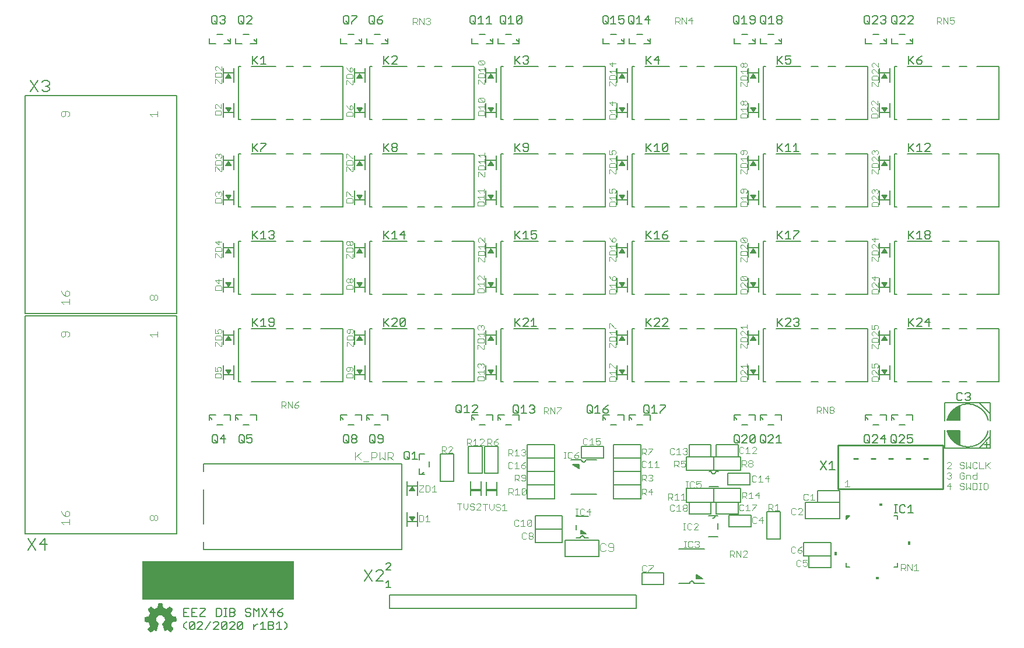
<source format=gto>
G75*
%MOIN*%
%OFA0B0*%
%FSLAX25Y25*%
%IPPOS*%
%LPD*%
%AMOC8*
5,1,8,0,0,1.08239X$1,22.5*
%
%ADD10C,0.00500*%
%ADD11R,0.87000X0.22250*%
%ADD12R,0.01485X0.00015*%
%ADD13R,0.00045X0.00015*%
%ADD14R,0.00105X0.00015*%
%ADD15R,0.00165X0.00015*%
%ADD16R,0.00225X0.00015*%
%ADD17R,0.00285X0.00015*%
%ADD18R,0.00345X0.00015*%
%ADD19R,0.00405X0.00015*%
%ADD20R,0.00435X0.00015*%
%ADD21R,0.00465X0.00015*%
%ADD22R,0.00495X0.00015*%
%ADD23R,0.00540X0.00015*%
%ADD24R,0.00585X0.00015*%
%ADD25R,0.00645X0.00015*%
%ADD26R,0.00150X0.00015*%
%ADD27R,0.00675X0.00015*%
%ADD28R,0.00195X0.00015*%
%ADD29R,0.00705X0.00015*%
%ADD30R,0.00240X0.00015*%
%ADD31R,0.00735X0.00015*%
%ADD32R,0.00270X0.00015*%
%ADD33R,0.00765X0.00015*%
%ADD34R,0.00300X0.00015*%
%ADD35R,0.00810X0.00015*%
%ADD36R,0.00360X0.00015*%
%ADD37R,0.00855X0.00015*%
%ADD38R,0.00435X0.00015*%
%ADD39R,0.00915X0.00015*%
%ADD40R,0.00465X0.00015*%
%ADD41R,0.00945X0.00015*%
%ADD42R,0.00960X0.00015*%
%ADD43R,0.00525X0.00015*%
%ADD44R,0.00990X0.00015*%
%ADD45R,0.00555X0.00015*%
%ADD46R,0.01035X0.00015*%
%ADD47R,0.00600X0.00015*%
%ADD48R,0.01080X0.00015*%
%ADD49R,0.01125X0.00015*%
%ADD50R,0.01170X0.00015*%
%ADD51R,0.00720X0.00015*%
%ADD52R,0.01200X0.00015*%
%ADD53R,0.00750X0.00015*%
%ADD54R,0.01230X0.00015*%
%ADD55R,0.00780X0.00015*%
%ADD56R,0.01260X0.00015*%
%ADD57R,0.00810X0.00015*%
%ADD58R,0.01305X0.00015*%
%ADD59R,0.01365X0.00015*%
%ADD60R,0.00900X0.00015*%
%ADD61R,0.01395X0.00015*%
%ADD62R,0.01440X0.00015*%
%ADD63R,0.01470X0.00015*%
%ADD64R,0.01005X0.00015*%
%ADD65R,0.01500X0.00015*%
%ADD66R,0.01020X0.00015*%
%ADD67R,0.01530X0.00015*%
%ADD68R,0.01065X0.00015*%
%ADD69R,0.01575X0.00015*%
%ADD70R,0.01095X0.00015*%
%ADD71R,0.01635X0.00015*%
%ADD72R,0.01155X0.00015*%
%ADD73R,0.01680X0.00015*%
%ADD74R,0.01200X0.00015*%
%ADD75R,0.01710X0.00015*%
%ADD76R,0.01230X0.00015*%
%ADD77R,0.01725X0.00015*%
%ADD78R,0.01245X0.00015*%
%ADD79R,0.01755X0.00015*%
%ADD80R,0.01275X0.00015*%
%ADD81R,0.01800X0.00015*%
%ADD82R,0.01320X0.00015*%
%ADD83R,0.01860X0.00015*%
%ADD84R,0.01905X0.00015*%
%ADD85R,0.01410X0.00015*%
%ADD86R,0.01935X0.00015*%
%ADD87R,0.01455X0.00015*%
%ADD88R,0.01965X0.00015*%
%ADD89R,0.01485X0.00015*%
%ADD90R,0.01995X0.00015*%
%ADD91R,0.01515X0.00015*%
%ADD92R,0.02040X0.00015*%
%ADD93R,0.01530X0.00015*%
%ADD94R,0.02070X0.00015*%
%ADD95R,0.01575X0.00015*%
%ADD96R,0.02115X0.00015*%
%ADD97R,0.01620X0.00015*%
%ADD98R,0.02160X0.00015*%
%ADD99R,0.01665X0.00015*%
%ADD100R,0.02190X0.00015*%
%ADD101R,0.00075X0.00015*%
%ADD102R,0.01695X0.00015*%
%ADD103R,0.02220X0.00015*%
%ADD104R,0.00105X0.00015*%
%ADD105R,0.02235X0.00015*%
%ADD106R,0.00135X0.00015*%
%ADD107R,0.01755X0.00015*%
%ADD108R,0.02280X0.00015*%
%ADD109R,0.00180X0.00015*%
%ADD110R,0.01785X0.00015*%
%ADD111R,0.02340X0.00015*%
%ADD112R,0.00240X0.00015*%
%ADD113R,0.01830X0.00015*%
%ADD114R,0.02385X0.00015*%
%ADD115R,0.01890X0.00015*%
%ADD116R,0.02415X0.00015*%
%ADD117R,0.00330X0.00015*%
%ADD118R,0.00120X0.00015*%
%ADD119R,0.01920X0.00015*%
%ADD120R,0.02430X0.00015*%
%ADD121R,0.00375X0.00015*%
%ADD122R,0.02460X0.00015*%
%ADD123R,0.00405X0.00015*%
%ADD124R,0.00195X0.00015*%
%ADD125R,0.01965X0.00015*%
%ADD126R,0.02505X0.00015*%
%ADD127R,0.00210X0.00015*%
%ADD128R,0.02010X0.00015*%
%ADD129R,0.02535X0.00015*%
%ADD130R,0.00480X0.00015*%
%ADD131R,0.02580X0.00015*%
%ADD132R,0.00540X0.00015*%
%ADD133R,0.02085X0.00015*%
%ADD134R,0.02625X0.00015*%
%ADD135R,0.02130X0.00015*%
%ADD136R,0.02670X0.00015*%
%ADD137R,0.00630X0.00015*%
%ADD138R,0.02700X0.00015*%
%ADD139R,0.00660X0.00015*%
%ADD140R,0.00450X0.00015*%
%ADD141R,0.02190X0.00015*%
%ADD142R,0.02715X0.00015*%
%ADD143R,0.02205X0.00015*%
%ADD144R,0.02745X0.00015*%
%ADD145R,0.00510X0.00015*%
%ADD146R,0.02235X0.00015*%
%ADD147R,0.02775X0.00015*%
%ADD148R,0.02820X0.00015*%
%ADD149R,0.02310X0.00015*%
%ADD150R,0.02880X0.00015*%
%ADD151R,0.00855X0.00015*%
%ADD152R,0.02355X0.00015*%
%ADD153R,0.02895X0.00015*%
%ADD154R,0.00870X0.00015*%
%ADD155R,0.00660X0.00015*%
%ADD156R,0.02925X0.00015*%
%ADD157R,0.00690X0.00015*%
%ADD158R,0.02970X0.00015*%
%ADD159R,0.03000X0.00015*%
%ADD160R,0.00750X0.00015*%
%ADD161R,0.03045X0.00015*%
%ADD162R,0.01005X0.00015*%
%ADD163R,0.00780X0.00015*%
%ADD164R,0.02505X0.00015*%
%ADD165R,0.03090X0.00015*%
%ADD166R,0.01050X0.00015*%
%ADD167R,0.00825X0.00015*%
%ADD168R,0.02550X0.00015*%
%ADD169R,0.03135X0.00015*%
%ADD170R,0.01095X0.00015*%
%ADD171R,0.00870X0.00015*%
%ADD172R,0.03165X0.00015*%
%ADD173R,0.01125X0.00015*%
%ADD174R,0.02625X0.00015*%
%ADD175R,0.03195X0.00015*%
%ADD176R,0.01140X0.00015*%
%ADD177R,0.00930X0.00015*%
%ADD178R,0.02655X0.00015*%
%ADD179R,0.03210X0.00015*%
%ADD180R,0.00960X0.00015*%
%ADD181R,0.03240X0.00015*%
%ADD182R,0.02700X0.00015*%
%ADD183R,0.03285X0.00015*%
%ADD184R,0.01245X0.00015*%
%ADD185R,0.02745X0.00015*%
%ADD186R,0.03330X0.00015*%
%ADD187R,0.02790X0.00015*%
%ADD188R,0.03360X0.00015*%
%ADD189R,0.01110X0.00015*%
%ADD190R,0.02835X0.00015*%
%ADD191R,0.03390X0.00015*%
%ADD192R,0.01335X0.00015*%
%ADD193R,0.01140X0.00015*%
%ADD194R,0.02865X0.00015*%
%ADD195R,0.03420X0.00015*%
%ADD196R,0.01155X0.00015*%
%ADD197R,0.04905X0.00015*%
%ADD198R,0.04920X0.00015*%
%ADD199R,0.02940X0.00015*%
%ADD200R,0.04950X0.00015*%
%ADD201R,0.02985X0.00015*%
%ADD202R,0.04965X0.00015*%
%ADD203R,0.01275X0.00015*%
%ADD204R,0.03015X0.00015*%
%ADD205R,0.04980X0.00015*%
%ADD206R,0.03045X0.00015*%
%ADD207R,0.05010X0.00015*%
%ADD208R,0.01335X0.00015*%
%ADD209R,0.03075X0.00015*%
%ADD210R,0.01350X0.00015*%
%ADD211R,0.03105X0.00015*%
%ADD212R,0.05040X0.00015*%
%ADD213R,0.01380X0.00015*%
%ADD214R,0.05040X0.00015*%
%ADD215R,0.01410X0.00015*%
%ADD216R,0.03180X0.00015*%
%ADD217R,0.05070X0.00015*%
%ADD218R,0.03225X0.00015*%
%ADD219R,0.03255X0.00015*%
%ADD220R,0.05085X0.00015*%
%ADD221R,0.01515X0.00015*%
%ADD222R,0.03300X0.00015*%
%ADD223R,0.05100X0.00015*%
%ADD224R,0.04935X0.00015*%
%ADD225R,0.05115X0.00015*%
%ADD226R,0.04995X0.00015*%
%ADD227R,0.05130X0.00015*%
%ADD228R,0.05010X0.00015*%
%ADD229R,0.05130X0.00015*%
%ADD230R,0.05010X0.00015*%
%ADD231R,0.05025X0.00015*%
%ADD232R,0.05040X0.00015*%
%ADD233R,0.05055X0.00015*%
%ADD234R,0.05130X0.00015*%
%ADD235R,0.05085X0.00015*%
%ADD236R,0.05115X0.00015*%
%ADD237R,0.05145X0.00015*%
%ADD238R,0.05160X0.00015*%
%ADD239R,0.05130X0.00015*%
%ADD240R,0.05190X0.00015*%
%ADD241R,0.05190X0.00015*%
%ADD242R,0.05205X0.00015*%
%ADD243R,0.05220X0.00015*%
%ADD244R,0.05070X0.00015*%
%ADD245R,0.05085X0.00015*%
%ADD246R,0.05205X0.00015*%
%ADD247R,0.05220X0.00015*%
%ADD248R,0.05055X0.00015*%
%ADD249R,0.05025X0.00015*%
%ADD250R,0.05205X0.00015*%
%ADD251R,0.05025X0.00015*%
%ADD252R,0.05190X0.00015*%
%ADD253R,0.05190X0.00015*%
%ADD254R,0.04995X0.00015*%
%ADD255R,0.05175X0.00015*%
%ADD256R,0.04950X0.00015*%
%ADD257R,0.05145X0.00015*%
%ADD258R,0.05145X0.00015*%
%ADD259R,0.04920X0.00015*%
%ADD260R,0.04905X0.00015*%
%ADD261R,0.04905X0.00015*%
%ADD262R,0.05115X0.00015*%
%ADD263R,0.04890X0.00015*%
%ADD264R,0.04890X0.00015*%
%ADD265R,0.04875X0.00015*%
%ADD266R,0.04845X0.00015*%
%ADD267R,0.04830X0.00015*%
%ADD268R,0.04830X0.00015*%
%ADD269R,0.05070X0.00015*%
%ADD270R,0.04830X0.00015*%
%ADD271R,0.04815X0.00015*%
%ADD272R,0.04800X0.00015*%
%ADD273R,0.04800X0.00015*%
%ADD274R,0.05010X0.00015*%
%ADD275R,0.04785X0.00015*%
%ADD276R,0.04770X0.00015*%
%ADD277R,0.04770X0.00015*%
%ADD278R,0.04755X0.00015*%
%ADD279R,0.04740X0.00015*%
%ADD280R,0.04725X0.00015*%
%ADD281R,0.04725X0.00015*%
%ADD282R,0.04980X0.00015*%
%ADD283R,0.04710X0.00015*%
%ADD284R,0.04725X0.00015*%
%ADD285R,0.04710X0.00015*%
%ADD286R,0.04695X0.00015*%
%ADD287R,0.04680X0.00015*%
%ADD288R,0.04695X0.00015*%
%ADD289R,0.04680X0.00015*%
%ADD290R,0.04905X0.00015*%
%ADD291R,0.04665X0.00015*%
%ADD292R,0.04650X0.00015*%
%ADD293R,0.04635X0.00015*%
%ADD294R,0.04620X0.00015*%
%ADD295R,0.04620X0.00015*%
%ADD296R,0.04890X0.00015*%
%ADD297R,0.04605X0.00015*%
%ADD298R,0.04605X0.00015*%
%ADD299R,0.04590X0.00015*%
%ADD300R,0.04845X0.00015*%
%ADD301R,0.04575X0.00015*%
%ADD302R,0.04590X0.00015*%
%ADD303R,0.04575X0.00015*%
%ADD304R,0.04845X0.00015*%
%ADD305R,0.04560X0.00015*%
%ADD306R,0.04545X0.00015*%
%ADD307R,0.04530X0.00015*%
%ADD308R,0.04515X0.00015*%
%ADD309R,0.04530X0.00015*%
%ADD310R,0.04500X0.00015*%
%ADD311R,0.04515X0.00015*%
%ADD312R,0.04785X0.00015*%
%ADD313R,0.04485X0.00015*%
%ADD314R,0.04755X0.00015*%
%ADD315R,0.04470X0.00015*%
%ADD316R,0.04740X0.00015*%
%ADD317R,0.04485X0.00015*%
%ADD318R,0.04755X0.00015*%
%ADD319R,0.04545X0.00015*%
%ADD320R,0.04695X0.00015*%
%ADD321R,0.04680X0.00015*%
%ADD322R,0.04665X0.00015*%
%ADD323R,0.04725X0.00015*%
%ADD324R,0.04680X0.00015*%
%ADD325R,0.04860X0.00015*%
%ADD326R,0.04740X0.00015*%
%ADD327R,0.04875X0.00015*%
%ADD328R,0.04965X0.00015*%
%ADD329R,0.04860X0.00015*%
%ADD330R,0.04995X0.00015*%
%ADD331R,0.04875X0.00015*%
%ADD332R,0.04980X0.00015*%
%ADD333R,0.05235X0.00015*%
%ADD334R,0.05235X0.00015*%
%ADD335R,0.05250X0.00015*%
%ADD336R,0.05280X0.00015*%
%ADD337R,0.05295X0.00015*%
%ADD338R,0.05325X0.00015*%
%ADD339R,0.05340X0.00015*%
%ADD340R,0.05235X0.00015*%
%ADD341R,0.05355X0.00015*%
%ADD342R,0.05370X0.00015*%
%ADD343R,0.05265X0.00015*%
%ADD344R,0.05370X0.00015*%
%ADD345R,0.05280X0.00015*%
%ADD346R,0.05385X0.00015*%
%ADD347R,0.05295X0.00015*%
%ADD348R,0.05400X0.00015*%
%ADD349R,0.05415X0.00015*%
%ADD350R,0.05310X0.00015*%
%ADD351R,0.05430X0.00015*%
%ADD352R,0.05445X0.00015*%
%ADD353R,0.05460X0.00015*%
%ADD354R,0.05355X0.00015*%
%ADD355R,0.05475X0.00015*%
%ADD356R,0.05505X0.00015*%
%ADD357R,0.05520X0.00015*%
%ADD358R,0.05535X0.00015*%
%ADD359R,0.05550X0.00015*%
%ADD360R,0.05550X0.00015*%
%ADD361R,0.05475X0.00015*%
%ADD362R,0.05490X0.00015*%
%ADD363R,0.05475X0.00015*%
%ADD364R,0.05385X0.00015*%
%ADD365R,0.05370X0.00015*%
%ADD366R,0.05325X0.00015*%
%ADD367R,0.05310X0.00015*%
%ADD368R,0.05265X0.00015*%
%ADD369R,0.05175X0.00015*%
%ADD370R,0.04980X0.00015*%
%ADD371R,0.04965X0.00015*%
%ADD372R,0.04860X0.00015*%
%ADD373R,0.04845X0.00015*%
%ADD374R,0.04815X0.00015*%
%ADD375R,0.04770X0.00015*%
%ADD376R,0.05295X0.00015*%
%ADD377R,0.04635X0.00015*%
%ADD378R,0.05610X0.00015*%
%ADD379R,0.05700X0.00015*%
%ADD380R,0.05760X0.00015*%
%ADD381R,0.05805X0.00015*%
%ADD382R,0.05850X0.00015*%
%ADD383R,0.05895X0.00015*%
%ADD384R,0.06000X0.00015*%
%ADD385R,0.06135X0.00015*%
%ADD386R,0.06225X0.00015*%
%ADD387R,0.06300X0.00015*%
%ADD388R,0.06330X0.00015*%
%ADD389R,0.06375X0.00015*%
%ADD390R,0.06450X0.00015*%
%ADD391R,0.06570X0.00015*%
%ADD392R,0.05565X0.00015*%
%ADD393R,0.06690X0.00015*%
%ADD394R,0.06735X0.00015*%
%ADD395R,0.05790X0.00015*%
%ADD396R,0.06765X0.00015*%
%ADD397R,0.05850X0.00015*%
%ADD398R,0.06780X0.00015*%
%ADD399R,0.05895X0.00015*%
%ADD400R,0.06795X0.00015*%
%ADD401R,0.05955X0.00015*%
%ADD402R,0.06810X0.00015*%
%ADD403R,0.06060X0.00015*%
%ADD404R,0.06195X0.00015*%
%ADD405R,0.06825X0.00015*%
%ADD406R,0.06330X0.00015*%
%ADD407R,0.06840X0.00015*%
%ADD408R,0.06390X0.00015*%
%ADD409R,0.06495X0.00015*%
%ADD410R,0.06840X0.00015*%
%ADD411R,0.06555X0.00015*%
%ADD412R,0.06825X0.00015*%
%ADD413R,0.06645X0.00015*%
%ADD414R,0.06825X0.00015*%
%ADD415R,0.06705X0.00015*%
%ADD416R,0.06705X0.00015*%
%ADD417R,0.06810X0.00015*%
%ADD418R,0.06720X0.00015*%
%ADD419R,0.06795X0.00015*%
%ADD420R,0.06750X0.00015*%
%ADD421R,0.06765X0.00015*%
%ADD422R,0.06795X0.00015*%
%ADD423R,0.06780X0.00015*%
%ADD424R,0.06780X0.00015*%
%ADD425R,0.06750X0.00015*%
%ADD426R,0.06720X0.00015*%
%ADD427R,0.06720X0.00015*%
%ADD428R,0.06705X0.00015*%
%ADD429R,0.06705X0.00015*%
%ADD430R,0.06690X0.00015*%
%ADD431R,0.06675X0.00015*%
%ADD432R,0.06690X0.00015*%
%ADD433R,0.06675X0.00015*%
%ADD434R,0.06675X0.00015*%
%ADD435R,0.06660X0.00015*%
%ADD436R,0.06675X0.00015*%
%ADD437R,0.06660X0.00015*%
%ADD438R,0.06660X0.00015*%
%ADD439R,0.06645X0.00015*%
%ADD440R,0.06630X0.00015*%
%ADD441R,0.06660X0.00015*%
%ADD442R,0.06630X0.00015*%
%ADD443R,0.06645X0.00015*%
%ADD444R,0.06735X0.00015*%
%ADD445R,0.06765X0.00015*%
%ADD446R,0.06780X0.00015*%
%ADD447R,0.06825X0.00015*%
%ADD448R,0.06855X0.00015*%
%ADD449R,0.06855X0.00015*%
%ADD450R,0.06870X0.00015*%
%ADD451R,0.06885X0.00015*%
%ADD452R,0.06525X0.00015*%
%ADD453R,0.06405X0.00015*%
%ADD454R,0.06255X0.00015*%
%ADD455R,0.06165X0.00015*%
%ADD456R,0.06870X0.00015*%
%ADD457R,0.06120X0.00015*%
%ADD458R,0.06885X0.00015*%
%ADD459R,0.06060X0.00015*%
%ADD460R,0.06015X0.00015*%
%ADD461R,0.05910X0.00015*%
%ADD462R,0.05670X0.00015*%
%ADD463R,0.05595X0.00015*%
%ADD464R,0.06585X0.00015*%
%ADD465R,0.05160X0.00015*%
%ADD466R,0.06390X0.00015*%
%ADD467R,0.05025X0.00015*%
%ADD468R,0.06330X0.00015*%
%ADD469R,0.06075X0.00015*%
%ADD470R,0.05820X0.00015*%
%ADD471R,0.05775X0.00015*%
%ADD472R,0.05685X0.00015*%
%ADD473R,0.05460X0.00015*%
%ADD474R,0.04860X0.00015*%
%ADD475R,0.04935X0.00015*%
%ADD476R,0.05160X0.00015*%
%ADD477R,0.05325X0.00015*%
%ADD478R,0.05340X0.00015*%
%ADD479R,0.05355X0.00015*%
%ADD480R,0.05430X0.00015*%
%ADD481R,0.05535X0.00015*%
%ADD482R,0.05595X0.00015*%
%ADD483R,0.05640X0.00015*%
%ADD484R,0.05640X0.00015*%
%ADD485R,0.05670X0.00015*%
%ADD486R,0.05685X0.00015*%
%ADD487R,0.05700X0.00015*%
%ADD488R,0.05715X0.00015*%
%ADD489R,0.05715X0.00015*%
%ADD490R,0.05730X0.00015*%
%ADD491R,0.05745X0.00015*%
%ADD492R,0.05760X0.00015*%
%ADD493R,0.06000X0.00015*%
%ADD494R,0.06105X0.00015*%
%ADD495R,0.06180X0.00015*%
%ADD496R,0.06210X0.00015*%
%ADD497R,0.12690X0.00015*%
%ADD498R,0.12675X0.00015*%
%ADD499R,0.12660X0.00015*%
%ADD500R,0.12660X0.00015*%
%ADD501R,0.12645X0.00015*%
%ADD502R,0.12615X0.00015*%
%ADD503R,0.12600X0.00015*%
%ADD504R,0.12585X0.00015*%
%ADD505R,0.12555X0.00015*%
%ADD506R,0.12540X0.00015*%
%ADD507R,0.12525X0.00015*%
%ADD508R,0.12510X0.00015*%
%ADD509R,0.12510X0.00015*%
%ADD510R,0.12480X0.00015*%
%ADD511R,0.12450X0.00015*%
%ADD512R,0.12435X0.00015*%
%ADD513R,0.12420X0.00015*%
%ADD514R,0.12390X0.00015*%
%ADD515R,0.12375X0.00015*%
%ADD516R,0.12360X0.00015*%
%ADD517R,0.12330X0.00015*%
%ADD518R,0.12300X0.00015*%
%ADD519R,0.12285X0.00015*%
%ADD520R,0.12270X0.00015*%
%ADD521R,0.12255X0.00015*%
%ADD522R,0.12240X0.00015*%
%ADD523R,0.12225X0.00015*%
%ADD524R,0.12195X0.00015*%
%ADD525R,0.12165X0.00015*%
%ADD526R,0.12150X0.00015*%
%ADD527R,0.12135X0.00015*%
%ADD528R,0.12120X0.00015*%
%ADD529R,0.12090X0.00015*%
%ADD530R,0.12075X0.00015*%
%ADD531R,0.12060X0.00015*%
%ADD532R,0.12045X0.00015*%
%ADD533R,0.12015X0.00015*%
%ADD534R,0.12000X0.00015*%
%ADD535R,0.11985X0.00015*%
%ADD536R,0.11955X0.00015*%
%ADD537R,0.11940X0.00015*%
%ADD538R,0.11925X0.00015*%
%ADD539R,0.11910X0.00015*%
%ADD540R,0.11910X0.00015*%
%ADD541R,0.11880X0.00015*%
%ADD542R,0.11850X0.00015*%
%ADD543R,0.11835X0.00015*%
%ADD544R,0.11805X0.00015*%
%ADD545R,0.11775X0.00015*%
%ADD546R,0.11760X0.00015*%
%ADD547R,0.11745X0.00015*%
%ADD548R,0.11730X0.00015*%
%ADD549R,0.11700X0.00015*%
%ADD550R,0.11700X0.00015*%
%ADD551R,0.11685X0.00015*%
%ADD552R,0.11655X0.00015*%
%ADD553R,0.11640X0.00015*%
%ADD554R,0.11625X0.00015*%
%ADD555R,0.11625X0.00015*%
%ADD556R,0.11670X0.00015*%
%ADD557R,0.11715X0.00015*%
%ADD558R,0.11790X0.00015*%
%ADD559R,0.11820X0.00015*%
%ADD560R,0.11820X0.00015*%
%ADD561R,0.11880X0.00015*%
%ADD562R,0.11895X0.00015*%
%ADD563R,0.11970X0.00015*%
%ADD564R,0.12045X0.00015*%
%ADD565R,0.12075X0.00015*%
%ADD566R,0.12105X0.00015*%
%ADD567R,0.12135X0.00015*%
%ADD568R,0.12165X0.00015*%
%ADD569R,0.12180X0.00015*%
%ADD570R,0.12195X0.00015*%
%ADD571R,0.12210X0.00015*%
%ADD572R,0.12225X0.00015*%
%ADD573R,0.12255X0.00015*%
%ADD574R,0.12360X0.00015*%
%ADD575R,0.12390X0.00015*%
%ADD576R,0.12405X0.00015*%
%ADD577R,0.12435X0.00015*%
%ADD578R,0.12480X0.00015*%
%ADD579R,0.12480X0.00015*%
%ADD580R,0.12510X0.00015*%
%ADD581R,0.12570X0.00015*%
%ADD582R,0.12630X0.00015*%
%ADD583R,0.12675X0.00015*%
%ADD584R,0.12705X0.00015*%
%ADD585R,0.12735X0.00015*%
%ADD586R,0.12750X0.00015*%
%ADD587R,0.12780X0.00015*%
%ADD588R,0.12795X0.00015*%
%ADD589R,0.12810X0.00015*%
%ADD590R,0.12840X0.00015*%
%ADD591R,0.12855X0.00015*%
%ADD592R,0.12885X0.00015*%
%ADD593R,0.12900X0.00015*%
%ADD594R,0.12915X0.00015*%
%ADD595R,0.12945X0.00015*%
%ADD596R,0.12960X0.00015*%
%ADD597R,0.12990X0.00015*%
%ADD598R,0.13005X0.00015*%
%ADD599R,0.13020X0.00015*%
%ADD600R,0.13035X0.00015*%
%ADD601R,0.13065X0.00015*%
%ADD602R,0.13080X0.00015*%
%ADD603R,0.13110X0.00015*%
%ADD604R,0.13125X0.00015*%
%ADD605R,0.13155X0.00015*%
%ADD606R,0.13170X0.00015*%
%ADD607R,0.13200X0.00015*%
%ADD608R,0.13230X0.00015*%
%ADD609R,0.13260X0.00015*%
%ADD610R,0.13290X0.00015*%
%ADD611R,0.13320X0.00015*%
%ADD612R,0.13350X0.00015*%
%ADD613R,0.13365X0.00015*%
%ADD614R,0.13395X0.00015*%
%ADD615R,0.13425X0.00015*%
%ADD616R,0.13455X0.00015*%
%ADD617R,0.13470X0.00015*%
%ADD618R,0.13500X0.00015*%
%ADD619R,0.13530X0.00015*%
%ADD620R,0.13560X0.00015*%
%ADD621R,0.13575X0.00015*%
%ADD622R,0.13605X0.00015*%
%ADD623R,0.13635X0.00015*%
%ADD624R,0.13650X0.00015*%
%ADD625R,0.13680X0.00015*%
%ADD626R,0.13695X0.00015*%
%ADD627R,0.13725X0.00015*%
%ADD628R,0.13740X0.00015*%
%ADD629R,0.13770X0.00015*%
%ADD630R,0.13785X0.00015*%
%ADD631R,0.13800X0.00015*%
%ADD632R,0.13830X0.00015*%
%ADD633R,0.13860X0.00015*%
%ADD634R,0.13875X0.00015*%
%ADD635R,0.13905X0.00015*%
%ADD636R,0.13935X0.00015*%
%ADD637R,0.13950X0.00015*%
%ADD638R,0.13980X0.00015*%
%ADD639R,0.14010X0.00015*%
%ADD640R,0.14025X0.00015*%
%ADD641R,0.14055X0.00015*%
%ADD642R,0.14070X0.00015*%
%ADD643R,0.14085X0.00015*%
%ADD644R,0.14115X0.00015*%
%ADD645R,0.14145X0.00015*%
%ADD646R,0.14160X0.00015*%
%ADD647R,0.14190X0.00015*%
%ADD648R,0.14205X0.00015*%
%ADD649R,0.14220X0.00015*%
%ADD650R,0.14235X0.00015*%
%ADD651R,0.14265X0.00015*%
%ADD652R,0.14280X0.00015*%
%ADD653R,0.14295X0.00015*%
%ADD654R,0.14295X0.00015*%
%ADD655R,0.14250X0.00015*%
%ADD656R,0.14205X0.00015*%
%ADD657R,0.14175X0.00015*%
%ADD658R,0.14160X0.00015*%
%ADD659R,0.14130X0.00015*%
%ADD660R,0.14100X0.00015*%
%ADD661R,0.14040X0.00015*%
%ADD662R,0.14010X0.00015*%
%ADD663R,0.03465X0.00015*%
%ADD664R,0.10440X0.00015*%
%ADD665R,0.03420X0.00015*%
%ADD666R,0.10395X0.00015*%
%ADD667R,0.03375X0.00015*%
%ADD668R,0.10335X0.00015*%
%ADD669R,0.03570X0.00015*%
%ADD670R,0.06600X0.00015*%
%ADD671R,0.03525X0.00015*%
%ADD672R,0.03270X0.00015*%
%ADD673R,0.03495X0.00015*%
%ADD674R,0.03210X0.00015*%
%ADD675R,0.06480X0.00015*%
%ADD676R,0.03435X0.00015*%
%ADD677R,0.03165X0.00015*%
%ADD678R,0.03390X0.00015*%
%ADD679R,0.03120X0.00015*%
%ADD680R,0.06315X0.00015*%
%ADD681R,0.03345X0.00015*%
%ADD682R,0.03090X0.00015*%
%ADD683R,0.03075X0.00015*%
%ADD684R,0.06225X0.00015*%
%ADD685R,0.03270X0.00015*%
%ADD686R,0.06180X0.00015*%
%ADD687R,0.02970X0.00015*%
%ADD688R,0.06075X0.00015*%
%ADD689R,0.03195X0.00015*%
%ADD690R,0.02925X0.00015*%
%ADD691R,0.05985X0.00015*%
%ADD692R,0.03135X0.00015*%
%ADD693R,0.02850X0.00015*%
%ADD694R,0.05835X0.00015*%
%ADD695R,0.03030X0.00015*%
%ADD696R,0.02805X0.00015*%
%ADD697R,0.02730X0.00015*%
%ADD698R,0.05625X0.00015*%
%ADD699R,0.02925X0.00015*%
%ADD700R,0.02640X0.00015*%
%ADD701R,0.02595X0.00015*%
%ADD702R,0.02565X0.00015*%
%ADD703R,0.02760X0.00015*%
%ADD704R,0.02520X0.00015*%
%ADD705R,0.02730X0.00015*%
%ADD706R,0.02475X0.00015*%
%ADD707R,0.02685X0.00015*%
%ADD708R,0.02445X0.00015*%
%ADD709R,0.02400X0.00015*%
%ADD710R,0.02370X0.00015*%
%ADD711R,0.02565X0.00015*%
%ADD712R,0.02340X0.00015*%
%ADD713R,0.02325X0.00015*%
%ADD714R,0.02505X0.00015*%
%ADD715R,0.02280X0.00015*%
%ADD716R,0.02460X0.00015*%
%ADD717R,0.04560X0.00015*%
%ADD718R,0.02190X0.00015*%
%ADD719R,0.04440X0.00015*%
%ADD720R,0.02370X0.00015*%
%ADD721R,0.02145X0.00015*%
%ADD722R,0.04365X0.00015*%
%ADD723R,0.04320X0.00015*%
%ADD724R,0.02310X0.00015*%
%ADD725R,0.02100X0.00015*%
%ADD726R,0.04260X0.00015*%
%ADD727R,0.04200X0.00015*%
%ADD728R,0.02265X0.00015*%
%ADD729R,0.02040X0.00015*%
%ADD730R,0.04095X0.00015*%
%ADD731R,0.02220X0.00015*%
%ADD732R,0.03915X0.00015*%
%ADD733R,0.02175X0.00015*%
%ADD734R,0.03765X0.00015*%
%ADD735R,0.03675X0.00015*%
%ADD736R,0.01890X0.00015*%
%ADD737R,0.03615X0.00015*%
%ADD738R,0.02055X0.00015*%
%ADD739R,0.01860X0.00015*%
%ADD740R,0.03555X0.00015*%
%ADD741R,0.01815X0.00015*%
%ADD742R,0.03450X0.00015*%
%ADD743R,0.01725X0.00015*%
%ADD744R,0.03315X0.00015*%
%ADD745R,0.01905X0.00015*%
%ADD746R,0.01680X0.00015*%
%ADD747R,0.01650X0.00015*%
%ADD748R,0.01620X0.00015*%
%ADD749R,0.01590X0.00015*%
%ADD750R,0.01770X0.00015*%
%ADD751R,0.01560X0.00015*%
%ADD752R,0.03240X0.00015*%
%ADD753R,0.01740X0.00015*%
%ADD754R,0.01665X0.00015*%
%ADD755R,0.01455X0.00015*%
%ADD756R,0.01635X0.00015*%
%ADD757R,0.01410X0.00015*%
%ADD758R,0.01395X0.00015*%
%ADD759R,0.01365X0.00015*%
%ADD760R,0.01335X0.00015*%
%ADD761R,0.01290X0.00015*%
%ADD762R,0.03210X0.00015*%
%ADD763R,0.01455X0.00015*%
%ADD764R,0.01185X0.00015*%
%ADD765R,0.01290X0.00015*%
%ADD766R,0.01110X0.00015*%
%ADD767R,0.01260X0.00015*%
%ADD768R,0.03180X0.00015*%
%ADD769R,0.00975X0.00015*%
%ADD770R,0.03150X0.00015*%
%ADD771R,0.00885X0.00015*%
%ADD772R,0.03150X0.00015*%
%ADD773R,0.01050X0.00015*%
%ADD774R,0.00795X0.00015*%
%ADD775R,0.00885X0.00015*%
%ADD776R,0.00690X0.00015*%
%ADD777R,0.00840X0.00015*%
%ADD778R,0.00570X0.00015*%
%ADD779R,0.00525X0.00015*%
%ADD780R,0.03105X0.00015*%
%ADD781R,0.00660X0.00015*%
%ADD782R,0.00615X0.00015*%
%ADD783R,0.00420X0.00015*%
%ADD784R,0.00555X0.00015*%
%ADD785R,0.00390X0.00015*%
%ADD786R,0.00525X0.00015*%
%ADD787R,0.00360X0.00015*%
%ADD788R,0.00495X0.00015*%
%ADD789R,0.03075X0.00015*%
%ADD790R,0.00450X0.00015*%
%ADD791R,0.00225X0.00015*%
%ADD792R,0.00345X0.00015*%
%ADD793R,0.00255X0.00015*%
%ADD794R,0.03060X0.00015*%
%ADD795R,0.00180X0.00015*%
%ADD796R,0.00075X0.00015*%
%ADD797R,0.03000X0.00015*%
%ADD798R,0.02955X0.00015*%
%ADD799R,0.02940X0.00015*%
%ADD800R,0.02940X0.00015*%
%ADD801R,0.02910X0.00015*%
%ADD802R,0.02910X0.00015*%
%ADD803R,0.02865X0.00015*%
%ADD804R,0.02805X0.00015*%
%ADD805R,0.02775X0.00015*%
%ADD806R,0.02760X0.00015*%
%ADD807R,0.02655X0.00015*%
%ADD808R,0.02640X0.00015*%
%ADD809R,0.02610X0.00015*%
%ADD810R,0.02595X0.00015*%
%ADD811R,0.02535X0.00015*%
%ADD812R,0.02475X0.00015*%
%ADD813R,0.02175X0.00015*%
%ADD814R,0.01575X0.00015*%
%ADD815C,0.00400*%
%ADD816C,0.00800*%
%ADD817C,0.00700*%
%ADD818C,0.00600*%
%ADD819R,0.05512X0.00787*%
%ADD820R,0.05512X0.01756*%
%ADD821C,0.00100*%
%ADD822C,0.01000*%
%ADD823C,0.00300*%
D10*
X0186148Y0080505D02*
X0186148Y0082006D01*
X0187650Y0083508D01*
X0189218Y0082757D02*
X0189218Y0079755D01*
X0192220Y0082757D01*
X0192220Y0079755D01*
X0191469Y0079004D01*
X0189968Y0079004D01*
X0189218Y0079755D01*
X0187650Y0079004D02*
X0186148Y0080505D01*
X0189218Y0082757D02*
X0189968Y0083508D01*
X0191469Y0083508D01*
X0192220Y0082757D01*
X0193821Y0082757D02*
X0194572Y0083508D01*
X0196073Y0083508D01*
X0196824Y0082757D01*
X0196824Y0082006D01*
X0193821Y0079004D01*
X0196824Y0079004D01*
X0198425Y0079004D02*
X0201428Y0083508D01*
X0203029Y0082757D02*
X0203780Y0083508D01*
X0205281Y0083508D01*
X0206032Y0082757D01*
X0206032Y0082006D01*
X0203029Y0079004D01*
X0206032Y0079004D01*
X0207633Y0079755D02*
X0210636Y0082757D01*
X0210636Y0079755D01*
X0209885Y0079004D01*
X0208384Y0079004D01*
X0207633Y0079755D01*
X0207633Y0082757D01*
X0208384Y0083508D01*
X0209885Y0083508D01*
X0210636Y0082757D01*
X0212237Y0082757D02*
X0212988Y0083508D01*
X0214489Y0083508D01*
X0215240Y0082757D01*
X0215240Y0082006D01*
X0212237Y0079004D01*
X0215240Y0079004D01*
X0216841Y0079755D02*
X0219844Y0082757D01*
X0219844Y0079755D01*
X0219093Y0079004D01*
X0217592Y0079004D01*
X0216841Y0079755D01*
X0216841Y0082757D01*
X0217592Y0083508D01*
X0219093Y0083508D01*
X0219844Y0082757D01*
X0222196Y0086504D02*
X0221445Y0087255D01*
X0222196Y0086504D02*
X0223697Y0086504D01*
X0224448Y0087255D01*
X0224448Y0088005D01*
X0223697Y0088756D01*
X0222196Y0088756D01*
X0221445Y0089506D01*
X0221445Y0090257D01*
X0222196Y0091008D01*
X0223697Y0091008D01*
X0224448Y0090257D01*
X0226049Y0091008D02*
X0227550Y0089506D01*
X0229052Y0091008D01*
X0229052Y0086504D01*
X0230653Y0086504D02*
X0233655Y0091008D01*
X0235257Y0088756D02*
X0238259Y0088756D01*
X0239861Y0088756D02*
X0242113Y0088756D01*
X0242863Y0088005D01*
X0242863Y0087255D01*
X0242113Y0086504D01*
X0240611Y0086504D01*
X0239861Y0087255D01*
X0239861Y0088756D01*
X0241362Y0090257D01*
X0242863Y0091008D01*
X0237509Y0091008D02*
X0235257Y0088756D01*
X0233655Y0086504D02*
X0230653Y0091008D01*
X0226049Y0091008D02*
X0226049Y0086504D01*
X0226049Y0082006D02*
X0226049Y0079004D01*
X0226049Y0080505D02*
X0227550Y0082006D01*
X0228301Y0082006D01*
X0229886Y0082006D02*
X0231387Y0083508D01*
X0231387Y0079004D01*
X0229886Y0079004D02*
X0232888Y0079004D01*
X0234489Y0079004D02*
X0236741Y0079004D01*
X0237492Y0079755D01*
X0237492Y0080505D01*
X0236741Y0081256D01*
X0234489Y0081256D01*
X0234489Y0079004D02*
X0234489Y0083508D01*
X0236741Y0083508D01*
X0237492Y0082757D01*
X0237492Y0082006D01*
X0236741Y0081256D01*
X0239093Y0082006D02*
X0240595Y0083508D01*
X0240595Y0079004D01*
X0242096Y0079004D02*
X0239093Y0079004D01*
X0243697Y0079004D02*
X0245199Y0080505D01*
X0245199Y0082006D01*
X0243697Y0083508D01*
X0237509Y0086504D02*
X0237509Y0091008D01*
X0215240Y0090257D02*
X0215240Y0089506D01*
X0214489Y0088756D01*
X0212237Y0088756D01*
X0212237Y0086504D02*
X0212237Y0091008D01*
X0214489Y0091008D01*
X0215240Y0090257D01*
X0214489Y0088756D02*
X0215240Y0088005D01*
X0215240Y0087255D01*
X0214489Y0086504D01*
X0212237Y0086504D01*
X0210669Y0086504D02*
X0209168Y0086504D01*
X0209919Y0086504D02*
X0209919Y0091008D01*
X0210669Y0091008D02*
X0209168Y0091008D01*
X0207567Y0090257D02*
X0206816Y0091008D01*
X0204564Y0091008D01*
X0204564Y0086504D01*
X0206816Y0086504D01*
X0207567Y0087255D01*
X0207567Y0090257D01*
X0198359Y0090257D02*
X0198359Y0091008D01*
X0195356Y0091008D01*
X0193755Y0091008D02*
X0190752Y0091008D01*
X0190752Y0086504D01*
X0193755Y0086504D01*
X0195356Y0086504D02*
X0198359Y0086504D01*
X0195356Y0086504D02*
X0195356Y0087255D01*
X0198359Y0090257D01*
X0192253Y0088756D02*
X0190752Y0088756D01*
X0189151Y0091008D02*
X0186148Y0091008D01*
X0186148Y0086504D01*
X0189151Y0086504D01*
X0187650Y0088756D02*
X0186148Y0088756D01*
X0301783Y0102982D02*
X0304452Y0102982D01*
X0303118Y0102982D02*
X0303118Y0106986D01*
X0301783Y0105651D01*
X0301783Y0112982D02*
X0304452Y0115651D01*
X0304452Y0116318D01*
X0303785Y0116986D01*
X0302451Y0116986D01*
X0301783Y0116318D01*
X0301783Y0112982D02*
X0304452Y0112982D01*
X0332568Y0163752D02*
X0332568Y0179287D01*
X0340308Y0179287D01*
X0340308Y0163752D01*
X0332568Y0163752D01*
X0348818Y0168252D02*
X0356558Y0168252D01*
X0356558Y0183787D01*
X0348818Y0183787D01*
X0348818Y0168252D01*
X0358068Y0168252D02*
X0365808Y0168252D01*
X0365808Y0183787D01*
X0358068Y0183787D01*
X0358068Y0168252D01*
X0382420Y0169390D02*
X0382420Y0161650D01*
X0397955Y0161650D01*
X0397955Y0169390D01*
X0382420Y0169390D01*
X0382420Y0169400D02*
X0382420Y0177140D01*
X0397955Y0177140D01*
X0397955Y0169400D01*
X0382420Y0169400D01*
X0382420Y0177150D02*
X0382420Y0184890D01*
X0397955Y0184890D01*
X0397955Y0177150D01*
X0382420Y0177150D01*
X0382420Y0161640D02*
X0382420Y0153900D01*
X0397955Y0153900D01*
X0397955Y0161640D01*
X0382420Y0161640D01*
X0386920Y0144140D02*
X0386920Y0136400D01*
X0402455Y0136400D01*
X0402455Y0144140D01*
X0386920Y0144140D01*
X0386920Y0136390D02*
X0386920Y0128650D01*
X0402455Y0128650D01*
X0402455Y0136390D01*
X0386920Y0136390D01*
X0403951Y0130140D02*
X0403951Y0120900D01*
X0423424Y0120900D01*
X0423424Y0130140D01*
X0403951Y0130140D01*
X0431670Y0153900D02*
X0431670Y0161640D01*
X0447205Y0161640D01*
X0447205Y0153900D01*
X0431670Y0153900D01*
X0431670Y0161650D02*
X0431670Y0169390D01*
X0447205Y0169390D01*
X0447205Y0161650D01*
X0431670Y0161650D01*
X0431670Y0169400D02*
X0431670Y0177140D01*
X0447205Y0177140D01*
X0447205Y0169400D01*
X0431670Y0169400D01*
X0431670Y0177150D02*
X0431670Y0184890D01*
X0447205Y0184890D01*
X0447205Y0177150D01*
X0431670Y0177150D01*
X0425987Y0177150D02*
X0425987Y0183890D01*
X0413388Y0183890D01*
X0413388Y0177150D01*
X0425987Y0177150D01*
X0426546Y0202770D02*
X0425796Y0203520D01*
X0425796Y0205022D01*
X0428047Y0205022D01*
X0428798Y0204271D01*
X0428798Y0203520D01*
X0428047Y0202770D01*
X0426546Y0202770D01*
X0424194Y0202770D02*
X0421192Y0202770D01*
X0422693Y0202770D02*
X0422693Y0207274D01*
X0421192Y0205772D01*
X0419590Y0206523D02*
X0419590Y0203520D01*
X0418840Y0202770D01*
X0417338Y0202770D01*
X0416588Y0203520D01*
X0416588Y0206523D01*
X0417338Y0207274D01*
X0418840Y0207274D01*
X0419590Y0206523D01*
X0418089Y0204271D02*
X0419590Y0202770D01*
X0425796Y0205022D02*
X0427297Y0206523D01*
X0428798Y0207274D01*
X0449088Y0206523D02*
X0449088Y0203520D01*
X0449838Y0202770D01*
X0451340Y0202770D01*
X0452090Y0203520D01*
X0452090Y0206523D01*
X0451340Y0207274D01*
X0449838Y0207274D01*
X0449088Y0206523D01*
X0450589Y0204271D02*
X0452090Y0202770D01*
X0453692Y0202770D02*
X0456694Y0202770D01*
X0455193Y0202770D02*
X0455193Y0207274D01*
X0453692Y0205772D01*
X0458296Y0207274D02*
X0461298Y0207274D01*
X0461298Y0206523D01*
X0458296Y0203520D01*
X0458296Y0202770D01*
X0474888Y0184640D02*
X0487487Y0184640D01*
X0487487Y0177900D01*
X0474888Y0177900D01*
X0474888Y0184640D01*
X0473420Y0177890D02*
X0473420Y0170150D01*
X0488955Y0170150D01*
X0488955Y0177890D01*
X0473420Y0177890D01*
X0486238Y0169320D02*
X0487738Y0169320D01*
X0487740Y0169251D01*
X0487746Y0169183D01*
X0487756Y0169115D01*
X0487769Y0169048D01*
X0487787Y0168982D01*
X0487808Y0168917D01*
X0487833Y0168853D01*
X0487861Y0168791D01*
X0487893Y0168730D01*
X0487928Y0168671D01*
X0487967Y0168615D01*
X0488009Y0168560D01*
X0488054Y0168509D01*
X0488102Y0168459D01*
X0488152Y0168413D01*
X0488205Y0168370D01*
X0488261Y0168329D01*
X0488318Y0168292D01*
X0488378Y0168259D01*
X0488440Y0168228D01*
X0488503Y0168202D01*
X0488567Y0168179D01*
X0488633Y0168159D01*
X0488700Y0168144D01*
X0488767Y0168132D01*
X0488835Y0168124D01*
X0488904Y0168120D01*
X0488972Y0168120D01*
X0489041Y0168124D01*
X0489109Y0168132D01*
X0489176Y0168144D01*
X0489243Y0168159D01*
X0489309Y0168179D01*
X0489373Y0168202D01*
X0489436Y0168228D01*
X0489498Y0168259D01*
X0489558Y0168292D01*
X0489615Y0168329D01*
X0489671Y0168370D01*
X0489724Y0168413D01*
X0489774Y0168459D01*
X0489822Y0168509D01*
X0489867Y0168560D01*
X0489909Y0168615D01*
X0489948Y0168671D01*
X0489983Y0168730D01*
X0490015Y0168791D01*
X0490043Y0168853D01*
X0490068Y0168917D01*
X0490089Y0168982D01*
X0490107Y0169048D01*
X0490120Y0169115D01*
X0490130Y0169183D01*
X0490136Y0169251D01*
X0490138Y0169320D01*
X0491638Y0169320D01*
X0488920Y0170150D02*
X0488920Y0177890D01*
X0504455Y0177890D01*
X0504455Y0170150D01*
X0488920Y0170150D01*
X0497138Y0168390D02*
X0497138Y0161650D01*
X0509737Y0161650D01*
X0509737Y0168390D01*
X0497138Y0168390D01*
X0491638Y0160720D02*
X0486238Y0160720D01*
X0488920Y0159640D02*
X0504455Y0159640D01*
X0504455Y0151900D01*
X0488920Y0151900D01*
X0488920Y0159640D01*
X0488955Y0159640D02*
X0488955Y0151900D01*
X0473420Y0151900D01*
X0473420Y0159640D01*
X0488955Y0159640D01*
X0490388Y0151890D02*
X0490388Y0145150D01*
X0502987Y0145150D01*
X0502987Y0151890D01*
X0490388Y0151890D01*
X0487487Y0151890D02*
X0487487Y0145150D01*
X0474888Y0145150D01*
X0474888Y0151890D01*
X0487487Y0151890D01*
X0497638Y0144390D02*
X0497638Y0137650D01*
X0510237Y0137650D01*
X0510237Y0144390D01*
X0497638Y0144390D01*
X0519318Y0146287D02*
X0519318Y0130752D01*
X0527058Y0130752D01*
X0527058Y0146287D01*
X0519318Y0146287D01*
X0541451Y0142400D02*
X0541451Y0151640D01*
X0560924Y0151640D01*
X0560924Y0142400D01*
X0541451Y0142400D01*
X0548388Y0151650D02*
X0548388Y0158390D01*
X0560987Y0158390D01*
X0560987Y0151650D01*
X0548388Y0151650D01*
X0555955Y0128890D02*
X0540420Y0128890D01*
X0540420Y0121150D01*
X0555955Y0121150D01*
X0555955Y0128890D01*
X0555987Y0121140D02*
X0555987Y0114400D01*
X0543388Y0114400D01*
X0543388Y0121140D01*
X0555987Y0121140D01*
X0592438Y0145770D02*
X0593939Y0145770D01*
X0593188Y0145770D02*
X0593188Y0150274D01*
X0592438Y0150274D02*
X0593939Y0150274D01*
X0595507Y0149523D02*
X0595507Y0146520D01*
X0596258Y0145770D01*
X0597759Y0145770D01*
X0598509Y0146520D01*
X0600111Y0145770D02*
X0603113Y0145770D01*
X0601612Y0145770D02*
X0601612Y0150274D01*
X0600111Y0148772D01*
X0598509Y0149523D02*
X0597759Y0150274D01*
X0596258Y0150274D01*
X0595507Y0149523D01*
X0594942Y0185770D02*
X0597944Y0188772D01*
X0597944Y0189523D01*
X0597194Y0190274D01*
X0595692Y0190274D01*
X0594942Y0189523D01*
X0593340Y0189523D02*
X0593340Y0186520D01*
X0592590Y0185770D01*
X0591088Y0185770D01*
X0590338Y0186520D01*
X0590338Y0189523D01*
X0591088Y0190274D01*
X0592590Y0190274D01*
X0593340Y0189523D01*
X0591839Y0187271D02*
X0593340Y0185770D01*
X0594942Y0185770D02*
X0597944Y0185770D01*
X0599546Y0186520D02*
X0600296Y0185770D01*
X0601797Y0185770D01*
X0602548Y0186520D01*
X0602548Y0188022D01*
X0601797Y0188772D01*
X0601047Y0188772D01*
X0599546Y0188022D01*
X0599546Y0190274D01*
X0602548Y0190274D01*
X0587298Y0188022D02*
X0584296Y0188022D01*
X0586547Y0190274D01*
X0586547Y0185770D01*
X0582694Y0185770D02*
X0579692Y0185770D01*
X0582694Y0188772D01*
X0582694Y0189523D01*
X0581944Y0190274D01*
X0580442Y0190274D01*
X0579692Y0189523D01*
X0578090Y0189523D02*
X0578090Y0186520D01*
X0577340Y0185770D01*
X0575838Y0185770D01*
X0575088Y0186520D01*
X0575088Y0189523D01*
X0575838Y0190274D01*
X0577340Y0190274D01*
X0578090Y0189523D01*
X0576589Y0187271D02*
X0578090Y0185770D01*
X0622438Y0192770D02*
X0622934Y0191218D01*
X0623638Y0189748D01*
X0624536Y0188388D01*
X0625612Y0187164D01*
X0626845Y0186098D01*
X0628212Y0185211D01*
X0629688Y0184520D01*
X0629688Y0192770D01*
X0622438Y0192770D01*
X0622479Y0192642D02*
X0629688Y0192642D01*
X0629688Y0192143D02*
X0622638Y0192143D01*
X0622798Y0191645D02*
X0629688Y0191645D01*
X0629688Y0191146D02*
X0622968Y0191146D01*
X0623207Y0190648D02*
X0629688Y0190648D01*
X0629688Y0190149D02*
X0623446Y0190149D01*
X0623702Y0189650D02*
X0629688Y0189650D01*
X0629688Y0189152D02*
X0624032Y0189152D01*
X0624361Y0188653D02*
X0629688Y0188653D01*
X0629688Y0188155D02*
X0624741Y0188155D01*
X0625179Y0187656D02*
X0629688Y0187656D01*
X0629688Y0187158D02*
X0625619Y0187158D01*
X0626196Y0186659D02*
X0629688Y0186659D01*
X0629688Y0186161D02*
X0626773Y0186161D01*
X0627517Y0185662D02*
X0629688Y0185662D01*
X0629688Y0185164D02*
X0628314Y0185164D01*
X0629377Y0184665D02*
X0629688Y0184665D01*
X0622438Y0192769D02*
X0622511Y0192483D01*
X0622592Y0192199D01*
X0622679Y0191917D01*
X0622774Y0191637D01*
X0622875Y0191359D01*
X0622983Y0191085D01*
X0623098Y0190812D01*
X0623219Y0190543D01*
X0623347Y0190277D01*
X0623481Y0190014D01*
X0623622Y0189754D01*
X0623769Y0189498D01*
X0623922Y0189245D01*
X0624081Y0188996D01*
X0624247Y0188751D01*
X0624418Y0188511D01*
X0624595Y0188274D01*
X0624778Y0188042D01*
X0624966Y0187815D01*
X0625160Y0187592D01*
X0625359Y0187374D01*
X0625564Y0187161D01*
X0625774Y0186953D01*
X0625988Y0186750D01*
X0626208Y0186552D01*
X0626432Y0186360D01*
X0626661Y0186174D01*
X0626895Y0185993D01*
X0627133Y0185817D01*
X0627375Y0185648D01*
X0627621Y0185485D01*
X0627871Y0185327D01*
X0628125Y0185176D01*
X0628382Y0185031D01*
X0628643Y0184893D01*
X0628907Y0184761D01*
X0629174Y0184635D01*
X0629445Y0184516D01*
X0629718Y0184403D01*
X0629994Y0184297D01*
X0630272Y0184198D01*
X0630553Y0184106D01*
X0630835Y0184021D01*
X0631120Y0183942D01*
X0631407Y0183871D01*
X0631695Y0183807D01*
X0631985Y0183749D01*
X0632276Y0183699D01*
X0632568Y0183656D01*
X0632861Y0183620D01*
X0633155Y0183591D01*
X0633450Y0183570D01*
X0633745Y0183555D01*
X0634040Y0183548D01*
X0634336Y0183548D01*
X0634631Y0183555D01*
X0634926Y0183570D01*
X0635221Y0183591D01*
X0635515Y0183620D01*
X0635808Y0183656D01*
X0636100Y0183699D01*
X0636391Y0183749D01*
X0636681Y0183807D01*
X0636969Y0183871D01*
X0637256Y0183942D01*
X0637541Y0184021D01*
X0637823Y0184106D01*
X0638104Y0184198D01*
X0638382Y0184297D01*
X0638658Y0184403D01*
X0638931Y0184516D01*
X0639202Y0184635D01*
X0639469Y0184761D01*
X0639733Y0184893D01*
X0639994Y0185031D01*
X0640251Y0185176D01*
X0640505Y0185327D01*
X0640755Y0185485D01*
X0641001Y0185648D01*
X0641243Y0185817D01*
X0641481Y0185993D01*
X0641715Y0186174D01*
X0641944Y0186360D01*
X0642168Y0186552D01*
X0642388Y0186750D01*
X0642602Y0186953D01*
X0642812Y0187161D01*
X0643017Y0187374D01*
X0643216Y0187592D01*
X0643410Y0187815D01*
X0643598Y0188042D01*
X0643781Y0188274D01*
X0643958Y0188511D01*
X0644129Y0188751D01*
X0644295Y0188996D01*
X0644454Y0189245D01*
X0644607Y0189498D01*
X0644754Y0189754D01*
X0644895Y0190014D01*
X0645029Y0190277D01*
X0645157Y0190543D01*
X0645278Y0190812D01*
X0645393Y0191085D01*
X0645501Y0191359D01*
X0645602Y0191637D01*
X0645697Y0191917D01*
X0645784Y0192199D01*
X0645865Y0192483D01*
X0645938Y0192769D01*
X0645938Y0198770D02*
X0645865Y0199056D01*
X0645784Y0199340D01*
X0645697Y0199622D01*
X0645602Y0199902D01*
X0645501Y0200180D01*
X0645393Y0200454D01*
X0645278Y0200727D01*
X0645157Y0200996D01*
X0645029Y0201262D01*
X0644895Y0201525D01*
X0644754Y0201785D01*
X0644607Y0202041D01*
X0644454Y0202294D01*
X0644295Y0202543D01*
X0644129Y0202788D01*
X0643958Y0203028D01*
X0643781Y0203265D01*
X0643598Y0203497D01*
X0643410Y0203724D01*
X0643216Y0203947D01*
X0643017Y0204165D01*
X0642812Y0204378D01*
X0642602Y0204586D01*
X0642388Y0204789D01*
X0642168Y0204987D01*
X0641944Y0205179D01*
X0641715Y0205365D01*
X0641481Y0205546D01*
X0641243Y0205722D01*
X0641001Y0205891D01*
X0640755Y0206054D01*
X0640505Y0206212D01*
X0640251Y0206363D01*
X0639994Y0206508D01*
X0639733Y0206646D01*
X0639469Y0206778D01*
X0639202Y0206904D01*
X0638931Y0207023D01*
X0638658Y0207136D01*
X0638382Y0207242D01*
X0638104Y0207341D01*
X0637823Y0207433D01*
X0637541Y0207518D01*
X0637256Y0207597D01*
X0636969Y0207668D01*
X0636681Y0207732D01*
X0636391Y0207790D01*
X0636100Y0207840D01*
X0635808Y0207883D01*
X0635515Y0207919D01*
X0635221Y0207948D01*
X0634926Y0207969D01*
X0634631Y0207984D01*
X0634336Y0207991D01*
X0634040Y0207991D01*
X0633745Y0207984D01*
X0633450Y0207969D01*
X0633155Y0207948D01*
X0632861Y0207919D01*
X0632568Y0207883D01*
X0632276Y0207840D01*
X0631985Y0207790D01*
X0631695Y0207732D01*
X0631407Y0207668D01*
X0631120Y0207597D01*
X0630835Y0207518D01*
X0630553Y0207433D01*
X0630272Y0207341D01*
X0629994Y0207242D01*
X0629718Y0207136D01*
X0629445Y0207023D01*
X0629174Y0206904D01*
X0628907Y0206778D01*
X0628643Y0206646D01*
X0628382Y0206508D01*
X0628125Y0206363D01*
X0627871Y0206212D01*
X0627621Y0206054D01*
X0627375Y0205891D01*
X0627133Y0205722D01*
X0626895Y0205546D01*
X0626661Y0205365D01*
X0626432Y0205179D01*
X0626208Y0204987D01*
X0625988Y0204789D01*
X0625774Y0204586D01*
X0625564Y0204378D01*
X0625359Y0204165D01*
X0625160Y0203947D01*
X0624966Y0203724D01*
X0624778Y0203497D01*
X0624595Y0203265D01*
X0624418Y0203028D01*
X0624247Y0202788D01*
X0624081Y0202543D01*
X0623922Y0202294D01*
X0623769Y0202041D01*
X0623622Y0201785D01*
X0623481Y0201525D01*
X0623347Y0201262D01*
X0623219Y0200996D01*
X0623098Y0200727D01*
X0622983Y0200454D01*
X0622875Y0200180D01*
X0622774Y0199902D01*
X0622679Y0199622D01*
X0622592Y0199340D01*
X0622511Y0199056D01*
X0622438Y0198770D01*
X0622934Y0200322D01*
X0623638Y0201792D01*
X0624536Y0203151D01*
X0625612Y0204375D01*
X0626845Y0205441D01*
X0628212Y0206328D01*
X0629688Y0207020D01*
X0629688Y0198770D01*
X0622438Y0198770D01*
X0622550Y0199122D02*
X0629688Y0199122D01*
X0629688Y0199621D02*
X0622710Y0199621D01*
X0622869Y0200119D02*
X0629688Y0200119D01*
X0629688Y0200618D02*
X0623076Y0200618D01*
X0623315Y0201116D02*
X0629688Y0201116D01*
X0629688Y0201615D02*
X0623553Y0201615D01*
X0623851Y0202113D02*
X0629688Y0202113D01*
X0629688Y0202612D02*
X0624180Y0202612D01*
X0624509Y0203110D02*
X0629688Y0203110D01*
X0629688Y0203609D02*
X0624939Y0203609D01*
X0625377Y0204107D02*
X0629688Y0204107D01*
X0629688Y0204606D02*
X0625879Y0204606D01*
X0626456Y0205104D02*
X0629688Y0205104D01*
X0629688Y0205603D02*
X0627095Y0205603D01*
X0627863Y0206101D02*
X0629688Y0206101D01*
X0629688Y0206600D02*
X0628792Y0206600D01*
X0628788Y0209920D02*
X0630290Y0209920D01*
X0631040Y0210670D01*
X0632642Y0210670D02*
X0633392Y0209920D01*
X0634894Y0209920D01*
X0635644Y0210670D01*
X0635644Y0211421D01*
X0634894Y0212172D01*
X0634143Y0212172D01*
X0634894Y0212172D02*
X0635644Y0212922D01*
X0635644Y0213673D01*
X0634894Y0214424D01*
X0633392Y0214424D01*
X0632642Y0213673D01*
X0631040Y0213673D02*
X0630290Y0214424D01*
X0628788Y0214424D01*
X0628038Y0213673D01*
X0628038Y0210670D01*
X0628788Y0209920D01*
X0611897Y0252520D02*
X0611897Y0257024D01*
X0609646Y0254772D01*
X0612648Y0254772D01*
X0608044Y0255522D02*
X0608044Y0256273D01*
X0607294Y0257024D01*
X0605792Y0257024D01*
X0605042Y0256273D01*
X0603440Y0257024D02*
X0600438Y0254021D01*
X0601188Y0254772D02*
X0603440Y0252520D01*
X0605042Y0252520D02*
X0608044Y0255522D01*
X0608044Y0252520D02*
X0605042Y0252520D01*
X0600438Y0252520D02*
X0600438Y0257024D01*
X0537648Y0256273D02*
X0537648Y0255522D01*
X0536897Y0254772D01*
X0537648Y0254021D01*
X0537648Y0253270D01*
X0536897Y0252520D01*
X0535396Y0252520D01*
X0534646Y0253270D01*
X0533044Y0252520D02*
X0530042Y0252520D01*
X0533044Y0255522D01*
X0533044Y0256273D01*
X0532294Y0257024D01*
X0530792Y0257024D01*
X0530042Y0256273D01*
X0528440Y0257024D02*
X0525438Y0254021D01*
X0526188Y0254772D02*
X0528440Y0252520D01*
X0525438Y0252520D02*
X0525438Y0257024D01*
X0534646Y0256273D02*
X0535396Y0257024D01*
X0536897Y0257024D01*
X0537648Y0256273D01*
X0536897Y0254772D02*
X0536147Y0254772D01*
X0534646Y0302520D02*
X0534646Y0303270D01*
X0537648Y0306273D01*
X0537648Y0307024D01*
X0534646Y0307024D01*
X0531543Y0307024D02*
X0531543Y0302520D01*
X0530042Y0302520D02*
X0533044Y0302520D01*
X0530042Y0305522D02*
X0531543Y0307024D01*
X0528440Y0307024D02*
X0525438Y0304021D01*
X0526188Y0304772D02*
X0528440Y0302520D01*
X0525438Y0302520D02*
X0525438Y0307024D01*
X0525438Y0352520D02*
X0525438Y0357024D01*
X0526188Y0354772D02*
X0528440Y0352520D01*
X0530042Y0352520D02*
X0533044Y0352520D01*
X0531543Y0352520D02*
X0531543Y0357024D01*
X0530042Y0355522D01*
X0528440Y0357024D02*
X0525438Y0354021D01*
X0534646Y0355522D02*
X0536147Y0357024D01*
X0536147Y0352520D01*
X0534646Y0352520D02*
X0537648Y0352520D01*
X0600438Y0352520D02*
X0600438Y0357024D01*
X0601188Y0354772D02*
X0603440Y0352520D01*
X0605042Y0352520D02*
X0608044Y0352520D01*
X0606543Y0352520D02*
X0606543Y0357024D01*
X0605042Y0355522D01*
X0603440Y0357024D02*
X0600438Y0354021D01*
X0609646Y0352520D02*
X0612648Y0355522D01*
X0612648Y0356273D01*
X0611897Y0357024D01*
X0610396Y0357024D01*
X0609646Y0356273D01*
X0609646Y0352520D02*
X0612648Y0352520D01*
X0611897Y0307024D02*
X0612648Y0306273D01*
X0612648Y0305522D01*
X0611897Y0304772D01*
X0610396Y0304772D01*
X0609646Y0305522D01*
X0609646Y0306273D01*
X0610396Y0307024D01*
X0611897Y0307024D01*
X0611897Y0304772D02*
X0612648Y0304021D01*
X0612648Y0303270D01*
X0611897Y0302520D01*
X0610396Y0302520D01*
X0609646Y0303270D01*
X0609646Y0304021D01*
X0610396Y0304772D01*
X0608044Y0302520D02*
X0605042Y0302520D01*
X0606543Y0302520D02*
X0606543Y0307024D01*
X0605042Y0305522D01*
X0603440Y0307024D02*
X0600438Y0304021D01*
X0601188Y0304772D02*
X0603440Y0302520D01*
X0600438Y0302520D02*
X0600438Y0307024D01*
X0600438Y0402520D02*
X0600438Y0407024D01*
X0601188Y0404772D02*
X0603440Y0402520D01*
X0605042Y0403270D02*
X0605792Y0402520D01*
X0607294Y0402520D01*
X0608044Y0403270D01*
X0608044Y0404021D01*
X0607294Y0404772D01*
X0605042Y0404772D01*
X0605042Y0403270D01*
X0605042Y0404772D02*
X0606543Y0406273D01*
X0608044Y0407024D01*
X0603440Y0407024D02*
X0600438Y0404021D01*
X0600046Y0425520D02*
X0603048Y0428522D01*
X0603048Y0429273D01*
X0602297Y0430024D01*
X0600796Y0430024D01*
X0600046Y0429273D01*
X0598444Y0429273D02*
X0597694Y0430024D01*
X0596192Y0430024D01*
X0595442Y0429273D01*
X0593840Y0429273D02*
X0593840Y0426270D01*
X0593090Y0425520D01*
X0591588Y0425520D01*
X0590838Y0426270D01*
X0590838Y0429273D01*
X0591588Y0430024D01*
X0593090Y0430024D01*
X0593840Y0429273D01*
X0592339Y0427021D02*
X0593840Y0425520D01*
X0595442Y0425520D02*
X0598444Y0428522D01*
X0598444Y0429273D01*
X0598444Y0425520D02*
X0595442Y0425520D01*
X0600046Y0425520D02*
X0603048Y0425520D01*
X0587298Y0426270D02*
X0586547Y0425520D01*
X0585046Y0425520D01*
X0584296Y0426270D01*
X0582694Y0425520D02*
X0579692Y0425520D01*
X0582694Y0428522D01*
X0582694Y0429273D01*
X0581944Y0430024D01*
X0580442Y0430024D01*
X0579692Y0429273D01*
X0578090Y0429273D02*
X0578090Y0426270D01*
X0577340Y0425520D01*
X0575838Y0425520D01*
X0575088Y0426270D01*
X0575088Y0429273D01*
X0575838Y0430024D01*
X0577340Y0430024D01*
X0578090Y0429273D01*
X0576589Y0427021D02*
X0578090Y0425520D01*
X0584296Y0429273D02*
X0585046Y0430024D01*
X0586547Y0430024D01*
X0587298Y0429273D01*
X0587298Y0428522D01*
X0586547Y0427772D01*
X0587298Y0427021D01*
X0587298Y0426270D01*
X0586547Y0427772D02*
X0585797Y0427772D01*
X0533044Y0407024D02*
X0530042Y0407024D01*
X0530042Y0404772D01*
X0531543Y0405522D01*
X0532294Y0405522D01*
X0533044Y0404772D01*
X0533044Y0403270D01*
X0532294Y0402520D01*
X0530792Y0402520D01*
X0530042Y0403270D01*
X0528440Y0402520D02*
X0526188Y0404772D01*
X0525438Y0404021D02*
X0528440Y0407024D01*
X0525438Y0407024D02*
X0525438Y0402520D01*
X0525796Y0425520D02*
X0525046Y0426270D01*
X0525046Y0427021D01*
X0525796Y0427772D01*
X0527297Y0427772D01*
X0528048Y0427021D01*
X0528048Y0426270D01*
X0527297Y0425520D01*
X0525796Y0425520D01*
X0525796Y0427772D02*
X0525046Y0428522D01*
X0525046Y0429273D01*
X0525796Y0430024D01*
X0527297Y0430024D01*
X0528048Y0429273D01*
X0528048Y0428522D01*
X0527297Y0427772D01*
X0523444Y0425520D02*
X0520442Y0425520D01*
X0521943Y0425520D02*
X0521943Y0430024D01*
X0520442Y0428522D01*
X0518840Y0429273D02*
X0518840Y0426270D01*
X0518090Y0425520D01*
X0516588Y0425520D01*
X0515838Y0426270D01*
X0515838Y0429273D01*
X0516588Y0430024D01*
X0518090Y0430024D01*
X0518840Y0429273D01*
X0517339Y0427021D02*
X0518840Y0425520D01*
X0512548Y0426270D02*
X0512548Y0429273D01*
X0511797Y0430024D01*
X0510296Y0430024D01*
X0509546Y0429273D01*
X0509546Y0428522D01*
X0510296Y0427772D01*
X0512548Y0427772D01*
X0512548Y0426270D02*
X0511797Y0425520D01*
X0510296Y0425520D01*
X0509546Y0426270D01*
X0507944Y0425520D02*
X0504942Y0425520D01*
X0506443Y0425520D02*
X0506443Y0430024D01*
X0504942Y0428522D01*
X0503340Y0429273D02*
X0503340Y0426270D01*
X0502590Y0425520D01*
X0501088Y0425520D01*
X0500338Y0426270D01*
X0500338Y0429273D01*
X0501088Y0430024D01*
X0502590Y0430024D01*
X0503340Y0429273D01*
X0501839Y0427021D02*
X0503340Y0425520D01*
X0457294Y0407024D02*
X0455042Y0404772D01*
X0458044Y0404772D01*
X0457294Y0402520D02*
X0457294Y0407024D01*
X0453440Y0407024D02*
X0450438Y0404021D01*
X0451188Y0404772D02*
X0453440Y0402520D01*
X0450438Y0402520D02*
X0450438Y0407024D01*
X0451797Y0425520D02*
X0451797Y0430024D01*
X0449546Y0427772D01*
X0452548Y0427772D01*
X0447944Y0425520D02*
X0444942Y0425520D01*
X0446443Y0425520D02*
X0446443Y0430024D01*
X0444942Y0428522D01*
X0443340Y0429273D02*
X0443340Y0426270D01*
X0442590Y0425520D01*
X0441088Y0425520D01*
X0440338Y0426270D01*
X0440338Y0429273D01*
X0441088Y0430024D01*
X0442590Y0430024D01*
X0443340Y0429273D01*
X0441839Y0427021D02*
X0443340Y0425520D01*
X0437798Y0426270D02*
X0437047Y0425520D01*
X0435546Y0425520D01*
X0434796Y0426270D01*
X0434796Y0427772D02*
X0436297Y0428522D01*
X0437047Y0428522D01*
X0437798Y0427772D01*
X0437798Y0426270D01*
X0434796Y0427772D02*
X0434796Y0430024D01*
X0437798Y0430024D01*
X0431693Y0430024D02*
X0431693Y0425520D01*
X0430192Y0425520D02*
X0433194Y0425520D01*
X0430192Y0428522D02*
X0431693Y0430024D01*
X0428590Y0429273D02*
X0428590Y0426270D01*
X0427840Y0425520D01*
X0426338Y0425520D01*
X0425588Y0426270D01*
X0425588Y0429273D01*
X0426338Y0430024D01*
X0427840Y0430024D01*
X0428590Y0429273D01*
X0427089Y0427021D02*
X0428590Y0425520D01*
X0379298Y0426270D02*
X0378547Y0425520D01*
X0377046Y0425520D01*
X0376296Y0426270D01*
X0379298Y0429273D01*
X0379298Y0426270D01*
X0376296Y0426270D02*
X0376296Y0429273D01*
X0377046Y0430024D01*
X0378547Y0430024D01*
X0379298Y0429273D01*
X0374694Y0425520D02*
X0371692Y0425520D01*
X0373193Y0425520D02*
X0373193Y0430024D01*
X0371692Y0428522D01*
X0370090Y0429273D02*
X0370090Y0426270D01*
X0369340Y0425520D01*
X0367838Y0425520D01*
X0367088Y0426270D01*
X0367088Y0429273D01*
X0367838Y0430024D01*
X0369340Y0430024D01*
X0370090Y0429273D01*
X0368589Y0427021D02*
X0370090Y0425520D01*
X0362048Y0425520D02*
X0359046Y0425520D01*
X0360547Y0425520D02*
X0360547Y0430024D01*
X0359046Y0428522D01*
X0357444Y0425520D02*
X0354442Y0425520D01*
X0355943Y0425520D02*
X0355943Y0430024D01*
X0354442Y0428522D01*
X0352840Y0429273D02*
X0352840Y0426270D01*
X0352090Y0425520D01*
X0350588Y0425520D01*
X0349838Y0426270D01*
X0349838Y0429273D01*
X0350588Y0430024D01*
X0352090Y0430024D01*
X0352840Y0429273D01*
X0351339Y0427021D02*
X0352840Y0425520D01*
X0375438Y0407024D02*
X0375438Y0402520D01*
X0375438Y0404021D02*
X0378440Y0407024D01*
X0380042Y0406273D02*
X0380792Y0407024D01*
X0382294Y0407024D01*
X0383044Y0406273D01*
X0383044Y0405522D01*
X0382294Y0404772D01*
X0383044Y0404021D01*
X0383044Y0403270D01*
X0382294Y0402520D01*
X0380792Y0402520D01*
X0380042Y0403270D01*
X0378440Y0402520D02*
X0376188Y0404772D01*
X0381543Y0404772D02*
X0382294Y0404772D01*
X0382294Y0357024D02*
X0380792Y0357024D01*
X0380042Y0356273D01*
X0380042Y0355522D01*
X0380792Y0354772D01*
X0383044Y0354772D01*
X0383044Y0356273D02*
X0382294Y0357024D01*
X0383044Y0356273D02*
X0383044Y0353270D01*
X0382294Y0352520D01*
X0380792Y0352520D01*
X0380042Y0353270D01*
X0378440Y0352520D02*
X0376188Y0354772D01*
X0375438Y0354021D02*
X0378440Y0357024D01*
X0375438Y0357024D02*
X0375438Y0352520D01*
X0375438Y0307024D02*
X0375438Y0302520D01*
X0375438Y0304021D02*
X0378440Y0307024D01*
X0380042Y0305522D02*
X0381543Y0307024D01*
X0381543Y0302520D01*
X0380042Y0302520D02*
X0383044Y0302520D01*
X0384646Y0303270D02*
X0385396Y0302520D01*
X0386897Y0302520D01*
X0387648Y0303270D01*
X0387648Y0304772D01*
X0386897Y0305522D01*
X0386147Y0305522D01*
X0384646Y0304772D01*
X0384646Y0307024D01*
X0387648Y0307024D01*
X0378440Y0302520D02*
X0376188Y0304772D01*
X0312648Y0304772D02*
X0309646Y0304772D01*
X0311897Y0307024D01*
X0311897Y0302520D01*
X0308044Y0302520D02*
X0305042Y0302520D01*
X0306543Y0302520D02*
X0306543Y0307024D01*
X0305042Y0305522D01*
X0303440Y0307024D02*
X0300438Y0304021D01*
X0301188Y0304772D02*
X0303440Y0302520D01*
X0300438Y0302520D02*
X0300438Y0307024D01*
X0300438Y0352520D02*
X0300438Y0357024D01*
X0301188Y0354772D02*
X0303440Y0352520D01*
X0305042Y0353270D02*
X0305042Y0354021D01*
X0305792Y0354772D01*
X0307294Y0354772D01*
X0308044Y0354021D01*
X0308044Y0353270D01*
X0307294Y0352520D01*
X0305792Y0352520D01*
X0305042Y0353270D01*
X0305792Y0354772D02*
X0305042Y0355522D01*
X0305042Y0356273D01*
X0305792Y0357024D01*
X0307294Y0357024D01*
X0308044Y0356273D01*
X0308044Y0355522D01*
X0307294Y0354772D01*
X0303440Y0357024D02*
X0300438Y0354021D01*
X0233044Y0356273D02*
X0230042Y0353270D01*
X0230042Y0352520D01*
X0228440Y0352520D02*
X0226188Y0354772D01*
X0225438Y0354021D02*
X0228440Y0357024D01*
X0230042Y0357024D02*
X0233044Y0357024D01*
X0233044Y0356273D01*
X0225438Y0357024D02*
X0225438Y0352520D01*
X0225438Y0307024D02*
X0225438Y0302520D01*
X0225438Y0304021D02*
X0228440Y0307024D01*
X0230042Y0305522D02*
X0231543Y0307024D01*
X0231543Y0302520D01*
X0230042Y0302520D02*
X0233044Y0302520D01*
X0234646Y0303270D02*
X0235396Y0302520D01*
X0236897Y0302520D01*
X0237648Y0303270D01*
X0237648Y0304021D01*
X0236897Y0304772D01*
X0236147Y0304772D01*
X0236897Y0304772D02*
X0237648Y0305522D01*
X0237648Y0306273D01*
X0236897Y0307024D01*
X0235396Y0307024D01*
X0234646Y0306273D01*
X0228440Y0302520D02*
X0226188Y0304772D01*
X0225438Y0257024D02*
X0225438Y0252520D01*
X0225438Y0254021D02*
X0228440Y0257024D01*
X0230042Y0255522D02*
X0231543Y0257024D01*
X0231543Y0252520D01*
X0230042Y0252520D02*
X0233044Y0252520D01*
X0234646Y0253270D02*
X0235396Y0252520D01*
X0236897Y0252520D01*
X0237648Y0253270D01*
X0237648Y0256273D01*
X0236897Y0257024D01*
X0235396Y0257024D01*
X0234646Y0256273D01*
X0234646Y0255522D01*
X0235396Y0254772D01*
X0237648Y0254772D01*
X0228440Y0252520D02*
X0226188Y0254772D01*
X0300438Y0254021D02*
X0303440Y0257024D01*
X0305042Y0256273D02*
X0305792Y0257024D01*
X0307294Y0257024D01*
X0308044Y0256273D01*
X0308044Y0255522D01*
X0305042Y0252520D01*
X0308044Y0252520D01*
X0309646Y0253270D02*
X0312648Y0256273D01*
X0312648Y0253270D01*
X0311897Y0252520D01*
X0310396Y0252520D01*
X0309646Y0253270D01*
X0309646Y0256273D01*
X0310396Y0257024D01*
X0311897Y0257024D01*
X0312648Y0256273D01*
X0303440Y0252520D02*
X0301188Y0254772D01*
X0300438Y0257024D02*
X0300438Y0252520D01*
X0342588Y0207524D02*
X0341838Y0206773D01*
X0341838Y0203770D01*
X0342588Y0203020D01*
X0344090Y0203020D01*
X0344840Y0203770D01*
X0344840Y0206773D01*
X0344090Y0207524D01*
X0342588Y0207524D01*
X0343339Y0204521D02*
X0344840Y0203020D01*
X0346442Y0203020D02*
X0349444Y0203020D01*
X0347943Y0203020D02*
X0347943Y0207524D01*
X0346442Y0206022D01*
X0351046Y0206773D02*
X0351796Y0207524D01*
X0353297Y0207524D01*
X0354048Y0206773D01*
X0354048Y0206022D01*
X0351046Y0203020D01*
X0354048Y0203020D01*
X0374338Y0203520D02*
X0375088Y0202770D01*
X0376590Y0202770D01*
X0377340Y0203520D01*
X0377340Y0206523D01*
X0376590Y0207274D01*
X0375088Y0207274D01*
X0374338Y0206523D01*
X0374338Y0203520D01*
X0375839Y0204271D02*
X0377340Y0202770D01*
X0378942Y0202770D02*
X0381944Y0202770D01*
X0380443Y0202770D02*
X0380443Y0207274D01*
X0378942Y0205772D01*
X0383546Y0206523D02*
X0384296Y0207274D01*
X0385797Y0207274D01*
X0386548Y0206523D01*
X0386548Y0205772D01*
X0385797Y0205022D01*
X0386548Y0204271D01*
X0386548Y0203520D01*
X0385797Y0202770D01*
X0384296Y0202770D01*
X0383546Y0203520D01*
X0385047Y0205022D02*
X0385797Y0205022D01*
X0386147Y0252520D02*
X0386147Y0257024D01*
X0384646Y0255522D01*
X0383044Y0255522D02*
X0380042Y0252520D01*
X0383044Y0252520D01*
X0384646Y0252520D02*
X0387648Y0252520D01*
X0383044Y0255522D02*
X0383044Y0256273D01*
X0382294Y0257024D01*
X0380792Y0257024D01*
X0380042Y0256273D01*
X0378440Y0257024D02*
X0375438Y0254021D01*
X0376188Y0254772D02*
X0378440Y0252520D01*
X0375438Y0252520D02*
X0375438Y0257024D01*
X0450438Y0257024D02*
X0450438Y0252520D01*
X0450438Y0254021D02*
X0453440Y0257024D01*
X0455042Y0256273D02*
X0455792Y0257024D01*
X0457294Y0257024D01*
X0458044Y0256273D01*
X0458044Y0255522D01*
X0455042Y0252520D01*
X0458044Y0252520D01*
X0459646Y0252520D02*
X0462648Y0255522D01*
X0462648Y0256273D01*
X0461897Y0257024D01*
X0460396Y0257024D01*
X0459646Y0256273D01*
X0459646Y0252520D02*
X0462648Y0252520D01*
X0453440Y0252520D02*
X0451188Y0254772D01*
X0450438Y0302520D02*
X0450438Y0307024D01*
X0451188Y0304772D02*
X0453440Y0302520D01*
X0455042Y0302520D02*
X0458044Y0302520D01*
X0456543Y0302520D02*
X0456543Y0307024D01*
X0455042Y0305522D01*
X0453440Y0307024D02*
X0450438Y0304021D01*
X0459646Y0304772D02*
X0461897Y0304772D01*
X0462648Y0304021D01*
X0462648Y0303270D01*
X0461897Y0302520D01*
X0460396Y0302520D01*
X0459646Y0303270D01*
X0459646Y0304772D01*
X0461147Y0306273D01*
X0462648Y0307024D01*
X0461897Y0352520D02*
X0460396Y0352520D01*
X0459646Y0353270D01*
X0462648Y0356273D01*
X0462648Y0353270D01*
X0461897Y0352520D01*
X0459646Y0353270D02*
X0459646Y0356273D01*
X0460396Y0357024D01*
X0461897Y0357024D01*
X0462648Y0356273D01*
X0458044Y0352520D02*
X0455042Y0352520D01*
X0456543Y0352520D02*
X0456543Y0357024D01*
X0455042Y0355522D01*
X0453440Y0357024D02*
X0450438Y0354021D01*
X0451188Y0354772D02*
X0453440Y0352520D01*
X0450438Y0352520D02*
X0450438Y0357024D01*
X0308044Y0402520D02*
X0305042Y0402520D01*
X0308044Y0405522D01*
X0308044Y0406273D01*
X0307294Y0407024D01*
X0305792Y0407024D01*
X0305042Y0406273D01*
X0303440Y0407024D02*
X0300438Y0404021D01*
X0301188Y0404772D02*
X0303440Y0402520D01*
X0300438Y0402520D02*
X0300438Y0407024D01*
X0298944Y0425520D02*
X0299694Y0426270D01*
X0299694Y0427021D01*
X0298944Y0427772D01*
X0296692Y0427772D01*
X0296692Y0426270D01*
X0297442Y0425520D01*
X0298944Y0425520D01*
X0296692Y0427772D02*
X0298193Y0429273D01*
X0299694Y0430024D01*
X0295090Y0429273D02*
X0295090Y0426270D01*
X0294340Y0425520D01*
X0292838Y0425520D01*
X0292088Y0426270D01*
X0292088Y0429273D01*
X0292838Y0430024D01*
X0294340Y0430024D01*
X0295090Y0429273D01*
X0293589Y0427021D02*
X0295090Y0425520D01*
X0284944Y0429273D02*
X0281942Y0426270D01*
X0281942Y0425520D01*
X0280340Y0425520D02*
X0278839Y0427021D01*
X0280340Y0426270D02*
X0279590Y0425520D01*
X0278088Y0425520D01*
X0277338Y0426270D01*
X0277338Y0429273D01*
X0278088Y0430024D01*
X0279590Y0430024D01*
X0280340Y0429273D01*
X0280340Y0426270D01*
X0281942Y0430024D02*
X0284944Y0430024D01*
X0284944Y0429273D01*
X0231543Y0407024D02*
X0231543Y0402520D01*
X0230042Y0402520D02*
X0233044Y0402520D01*
X0230042Y0405522D02*
X0231543Y0407024D01*
X0228440Y0407024D02*
X0225438Y0404021D01*
X0226188Y0404772D02*
X0228440Y0402520D01*
X0225438Y0402520D02*
X0225438Y0407024D01*
X0224944Y0425520D02*
X0221942Y0425520D01*
X0224944Y0428522D01*
X0224944Y0429273D01*
X0224194Y0430024D01*
X0222692Y0430024D01*
X0221942Y0429273D01*
X0220340Y0429273D02*
X0220340Y0426270D01*
X0219590Y0425520D01*
X0218088Y0425520D01*
X0217338Y0426270D01*
X0217338Y0429273D01*
X0218088Y0430024D01*
X0219590Y0430024D01*
X0220340Y0429273D01*
X0218839Y0427021D02*
X0220340Y0425520D01*
X0209694Y0426270D02*
X0208944Y0425520D01*
X0207442Y0425520D01*
X0206692Y0426270D01*
X0205090Y0426270D02*
X0204340Y0425520D01*
X0202838Y0425520D01*
X0202088Y0426270D01*
X0202088Y0429273D01*
X0202838Y0430024D01*
X0204340Y0430024D01*
X0205090Y0429273D01*
X0205090Y0426270D01*
X0205090Y0425520D02*
X0203589Y0427021D01*
X0206692Y0429273D02*
X0207442Y0430024D01*
X0208944Y0430024D01*
X0209694Y0429273D01*
X0209694Y0428522D01*
X0208944Y0427772D01*
X0209694Y0427021D01*
X0209694Y0426270D01*
X0208944Y0427772D02*
X0208193Y0427772D01*
X0209194Y0190274D02*
X0206942Y0188022D01*
X0209944Y0188022D01*
X0209194Y0185770D02*
X0209194Y0190274D01*
X0205340Y0189523D02*
X0205340Y0186520D01*
X0204590Y0185770D01*
X0203088Y0185770D01*
X0202338Y0186520D01*
X0202338Y0189523D01*
X0203088Y0190274D01*
X0204590Y0190274D01*
X0205340Y0189523D01*
X0203839Y0187271D02*
X0205340Y0185770D01*
X0217588Y0186520D02*
X0218338Y0185770D01*
X0219840Y0185770D01*
X0220590Y0186520D01*
X0220590Y0189523D01*
X0219840Y0190274D01*
X0218338Y0190274D01*
X0217588Y0189523D01*
X0217588Y0186520D01*
X0219089Y0187271D02*
X0220590Y0185770D01*
X0222192Y0186520D02*
X0222942Y0185770D01*
X0224444Y0185770D01*
X0225194Y0186520D01*
X0225194Y0188022D01*
X0224444Y0188772D01*
X0223693Y0188772D01*
X0222192Y0188022D01*
X0222192Y0190274D01*
X0225194Y0190274D01*
X0277338Y0189523D02*
X0277338Y0186520D01*
X0278088Y0185770D01*
X0279590Y0185770D01*
X0280340Y0186520D01*
X0280340Y0189523D01*
X0279590Y0190274D01*
X0278088Y0190274D01*
X0277338Y0189523D01*
X0278839Y0187271D02*
X0280340Y0185770D01*
X0281942Y0186520D02*
X0281942Y0187271D01*
X0282692Y0188022D01*
X0284194Y0188022D01*
X0284944Y0187271D01*
X0284944Y0186520D01*
X0284194Y0185770D01*
X0282692Y0185770D01*
X0281942Y0186520D01*
X0282692Y0188022D02*
X0281942Y0188772D01*
X0281942Y0189523D01*
X0282692Y0190274D01*
X0284194Y0190274D01*
X0284944Y0189523D01*
X0284944Y0188772D01*
X0284194Y0188022D01*
X0292338Y0186520D02*
X0292338Y0189523D01*
X0293088Y0190274D01*
X0294590Y0190274D01*
X0295340Y0189523D01*
X0295340Y0186520D01*
X0294590Y0185770D01*
X0293088Y0185770D01*
X0292338Y0186520D01*
X0293839Y0187271D02*
X0295340Y0185770D01*
X0296942Y0186520D02*
X0297692Y0185770D01*
X0299194Y0185770D01*
X0299944Y0186520D01*
X0299944Y0189523D01*
X0299194Y0190274D01*
X0297692Y0190274D01*
X0296942Y0189523D01*
X0296942Y0188772D01*
X0297692Y0188022D01*
X0299944Y0188022D01*
X0312088Y0180023D02*
X0312838Y0180774D01*
X0314340Y0180774D01*
X0315090Y0180023D01*
X0315090Y0177020D01*
X0314340Y0176270D01*
X0312838Y0176270D01*
X0312088Y0177020D01*
X0312088Y0180023D01*
X0313589Y0177771D02*
X0315090Y0176270D01*
X0316692Y0176270D02*
X0319694Y0176270D01*
X0318193Y0176270D02*
X0318193Y0180774D01*
X0316692Y0179272D01*
X0447888Y0111390D02*
X0447888Y0104650D01*
X0460487Y0104650D01*
X0460487Y0111390D01*
X0447888Y0111390D01*
X0490388Y0177900D02*
X0490388Y0184640D01*
X0502987Y0184640D01*
X0502987Y0177900D01*
X0490388Y0177900D01*
X0500588Y0186520D02*
X0501338Y0185770D01*
X0502840Y0185770D01*
X0503590Y0186520D01*
X0503590Y0189523D01*
X0502840Y0190274D01*
X0501338Y0190274D01*
X0500588Y0189523D01*
X0500588Y0186520D01*
X0502089Y0187271D02*
X0503590Y0185770D01*
X0505192Y0185770D02*
X0508194Y0188772D01*
X0508194Y0189523D01*
X0507444Y0190274D01*
X0505942Y0190274D01*
X0505192Y0189523D01*
X0505192Y0185770D02*
X0508194Y0185770D01*
X0509796Y0186520D02*
X0512798Y0189523D01*
X0512798Y0186520D01*
X0512047Y0185770D01*
X0510546Y0185770D01*
X0509796Y0186520D01*
X0509796Y0189523D01*
X0510546Y0190274D01*
X0512047Y0190274D01*
X0512798Y0189523D01*
X0515588Y0189523D02*
X0516338Y0190274D01*
X0517840Y0190274D01*
X0518590Y0189523D01*
X0518590Y0186520D01*
X0517840Y0185770D01*
X0516338Y0185770D01*
X0515588Y0186520D01*
X0515588Y0189523D01*
X0517089Y0187271D02*
X0518590Y0185770D01*
X0520192Y0185770D02*
X0523194Y0188772D01*
X0523194Y0189523D01*
X0522444Y0190274D01*
X0520942Y0190274D01*
X0520192Y0189523D01*
X0520192Y0185770D02*
X0523194Y0185770D01*
X0524796Y0185770D02*
X0527798Y0185770D01*
X0526297Y0185770D02*
X0526297Y0190274D01*
X0524796Y0188772D01*
D11*
X0205688Y0107145D03*
D12*
X0170057Y0082961D03*
D13*
X0167167Y0077251D03*
X0175372Y0078121D03*
X0178552Y0077416D03*
D14*
X0167167Y0077266D03*
D15*
X0167167Y0077281D03*
D16*
X0167167Y0077296D03*
D17*
X0167167Y0077311D03*
X0167257Y0091696D03*
D18*
X0167167Y0077326D03*
X0175417Y0078211D03*
D19*
X0175432Y0078226D03*
X0167167Y0077341D03*
D20*
X0167167Y0077356D03*
D21*
X0167167Y0077371D03*
D22*
X0167167Y0077386D03*
X0178552Y0077551D03*
D23*
X0167175Y0077401D03*
D24*
X0167182Y0077416D03*
X0170197Y0078226D03*
X0175507Y0078316D03*
D25*
X0175522Y0078331D03*
X0178537Y0077611D03*
X0167182Y0077431D03*
D26*
X0175365Y0078151D03*
X0178560Y0077431D03*
D27*
X0178537Y0077626D03*
X0170167Y0078271D03*
X0167182Y0077446D03*
D28*
X0178552Y0077446D03*
D29*
X0175552Y0078376D03*
X0170152Y0078286D03*
X0167182Y0077461D03*
D30*
X0178560Y0077461D03*
D31*
X0167182Y0077476D03*
D32*
X0175395Y0078196D03*
X0178560Y0077476D03*
D33*
X0170137Y0078301D03*
X0167182Y0077491D03*
D34*
X0170295Y0078121D03*
X0178560Y0077491D03*
X0178185Y0091741D03*
D35*
X0167190Y0077506D03*
D36*
X0178560Y0077506D03*
D37*
X0178522Y0077701D03*
X0167197Y0077521D03*
D38*
X0170257Y0078181D03*
X0175447Y0078241D03*
X0178552Y0077521D03*
D39*
X0175612Y0078451D03*
X0170077Y0078376D03*
X0167197Y0077536D03*
X0167287Y0091441D03*
D40*
X0167272Y0091621D03*
X0178552Y0077536D03*
D41*
X0178522Y0077731D03*
X0170062Y0078391D03*
X0167197Y0077551D03*
X0172582Y0093616D03*
X0178162Y0091501D03*
D42*
X0167205Y0077566D03*
D43*
X0178552Y0077566D03*
D44*
X0178515Y0077746D03*
X0175635Y0078496D03*
X0167205Y0077581D03*
X0178155Y0091486D03*
D45*
X0178552Y0077581D03*
D46*
X0167212Y0077596D03*
D47*
X0178545Y0077596D03*
X0167280Y0091576D03*
D48*
X0178155Y0091441D03*
X0175665Y0078526D03*
X0167205Y0077611D03*
D49*
X0167212Y0077626D03*
D50*
X0167220Y0077641D03*
X0169995Y0078481D03*
X0175695Y0078586D03*
X0178140Y0091411D03*
D51*
X0178170Y0091591D03*
X0178530Y0077641D03*
D52*
X0167220Y0077656D03*
D53*
X0178530Y0077656D03*
D54*
X0167220Y0077671D03*
X0167310Y0091321D03*
X0178140Y0091396D03*
D55*
X0178170Y0091561D03*
X0178530Y0077671D03*
D56*
X0167220Y0077686D03*
D57*
X0170115Y0078316D03*
X0178530Y0077686D03*
X0178170Y0091546D03*
D58*
X0175747Y0078646D03*
X0167227Y0077701D03*
D59*
X0167227Y0077716D03*
X0169927Y0078571D03*
X0178492Y0077911D03*
D60*
X0178515Y0077716D03*
X0170085Y0078361D03*
D61*
X0167227Y0077731D03*
D62*
X0167235Y0077746D03*
D63*
X0167235Y0077761D03*
X0175785Y0078736D03*
D64*
X0178507Y0077761D03*
D65*
X0167235Y0077776D03*
X0167325Y0091216D03*
X0178125Y0091291D03*
D66*
X0178155Y0091471D03*
X0167295Y0091411D03*
X0178515Y0077776D03*
D67*
X0167235Y0077791D03*
D68*
X0178507Y0077791D03*
D69*
X0167242Y0077806D03*
D70*
X0178507Y0077806D03*
D71*
X0167242Y0077821D03*
D72*
X0178507Y0077821D03*
D73*
X0167250Y0077836D03*
D74*
X0169995Y0078496D03*
X0175710Y0078601D03*
X0178500Y0077836D03*
D75*
X0167250Y0077851D03*
D76*
X0178500Y0077851D03*
D77*
X0178462Y0078061D03*
X0167257Y0077866D03*
D78*
X0178492Y0077866D03*
D79*
X0167257Y0077881D03*
D80*
X0169957Y0078526D03*
X0178492Y0077881D03*
D81*
X0167250Y0077896D03*
X0178110Y0091171D03*
D82*
X0178140Y0091351D03*
X0178485Y0077896D03*
X0169950Y0078541D03*
D83*
X0167265Y0077911D03*
D84*
X0167272Y0077926D03*
X0167347Y0091051D03*
D85*
X0178485Y0077926D03*
D86*
X0178447Y0078151D03*
X0167272Y0077941D03*
X0167347Y0091036D03*
X0172762Y0093586D03*
D87*
X0175777Y0078721D03*
X0178477Y0077941D03*
D88*
X0167272Y0077956D03*
D89*
X0178477Y0077956D03*
D90*
X0167272Y0077971D03*
X0167347Y0091021D03*
D91*
X0178477Y0077971D03*
D92*
X0178440Y0078196D03*
X0167280Y0077986D03*
X0178095Y0091081D03*
D93*
X0178125Y0091276D03*
X0178470Y0077986D03*
D94*
X0167280Y0078001D03*
X0167355Y0090991D03*
D95*
X0178477Y0078001D03*
D96*
X0167287Y0078016D03*
D97*
X0178470Y0078016D03*
D98*
X0178425Y0078241D03*
X0167295Y0078031D03*
D99*
X0178462Y0078031D03*
D100*
X0167295Y0078046D03*
D101*
X0170347Y0078046D03*
D102*
X0178462Y0078046D03*
D103*
X0167295Y0078061D03*
D104*
X0170347Y0078061D03*
D105*
X0167302Y0078076D03*
X0167362Y0090916D03*
X0172777Y0093541D03*
D106*
X0170347Y0078076D03*
D107*
X0178462Y0078076D03*
D108*
X0178410Y0078301D03*
X0167310Y0078091D03*
D109*
X0170325Y0078091D03*
D110*
X0178462Y0078091D03*
X0167332Y0091111D03*
D111*
X0167310Y0078106D03*
D112*
X0170310Y0078106D03*
D113*
X0178455Y0078106D03*
X0178110Y0091156D03*
D114*
X0178402Y0078346D03*
X0167317Y0078121D03*
D115*
X0178455Y0078121D03*
D116*
X0178402Y0078361D03*
X0167317Y0078136D03*
X0178057Y0090916D03*
D117*
X0167265Y0091681D03*
X0170280Y0078136D03*
D118*
X0175365Y0078136D03*
X0167265Y0091726D03*
D119*
X0178455Y0078136D03*
D120*
X0178395Y0078376D03*
X0167325Y0078151D03*
X0172770Y0093466D03*
D121*
X0170272Y0078151D03*
D122*
X0167325Y0078166D03*
X0178395Y0078391D03*
D123*
X0170272Y0078166D03*
D124*
X0175372Y0078166D03*
D125*
X0178447Y0078166D03*
X0178102Y0091111D03*
D126*
X0167332Y0078181D03*
D127*
X0175380Y0078181D03*
D128*
X0178440Y0078181D03*
X0178095Y0091096D03*
D129*
X0178042Y0090871D03*
X0172762Y0093211D03*
X0172762Y0093226D03*
X0172762Y0093241D03*
X0172762Y0093271D03*
X0167332Y0078196D03*
D130*
X0170250Y0078196D03*
X0175455Y0078271D03*
X0178185Y0091681D03*
D131*
X0178035Y0090841D03*
X0172770Y0093136D03*
X0178380Y0078436D03*
X0167340Y0078211D03*
D132*
X0170220Y0078211D03*
X0175485Y0078301D03*
D133*
X0178432Y0078211D03*
X0178087Y0091051D03*
D134*
X0167347Y0078226D03*
D135*
X0178425Y0078226D03*
X0178080Y0091036D03*
X0167355Y0090961D03*
D136*
X0167415Y0090721D03*
X0172755Y0092926D03*
X0172755Y0092941D03*
X0178365Y0078481D03*
X0167355Y0078241D03*
D137*
X0170190Y0078241D03*
X0167280Y0091561D03*
D138*
X0172755Y0092806D03*
X0167355Y0078256D03*
D139*
X0170175Y0078256D03*
D140*
X0175455Y0078256D03*
D141*
X0178425Y0078256D03*
D142*
X0167362Y0078271D03*
X0172762Y0092701D03*
X0172762Y0092716D03*
X0172762Y0092731D03*
X0172762Y0092746D03*
X0172762Y0092761D03*
D143*
X0178417Y0078271D03*
D144*
X0167362Y0078286D03*
X0172762Y0092626D03*
D145*
X0175470Y0078286D03*
D146*
X0178417Y0078286D03*
D147*
X0167362Y0078301D03*
X0167422Y0090691D03*
X0178012Y0090766D03*
D148*
X0172755Y0092461D03*
X0172755Y0092476D03*
X0167430Y0090661D03*
X0167370Y0078316D03*
D149*
X0178410Y0078316D03*
D150*
X0178350Y0078571D03*
X0167370Y0078331D03*
X0167430Y0090631D03*
X0172755Y0092251D03*
X0172755Y0092266D03*
X0172755Y0092281D03*
X0172755Y0092296D03*
X0172755Y0092311D03*
X0172755Y0092326D03*
X0172755Y0092341D03*
X0178005Y0090721D03*
D151*
X0170092Y0078331D03*
D152*
X0178402Y0078331D03*
D153*
X0178342Y0078586D03*
X0167377Y0078346D03*
D154*
X0170085Y0078346D03*
D155*
X0175530Y0078346D03*
X0167280Y0091546D03*
D156*
X0167377Y0078361D03*
D157*
X0175545Y0078361D03*
D158*
X0167385Y0078376D03*
D159*
X0167385Y0078391D03*
X0177990Y0090676D03*
X0172740Y0091891D03*
X0172740Y0091921D03*
X0172740Y0091936D03*
D160*
X0178170Y0091576D03*
X0167280Y0091516D03*
X0175560Y0078391D03*
D161*
X0167392Y0078406D03*
D162*
X0170047Y0078406D03*
D163*
X0175575Y0078406D03*
D164*
X0178387Y0078406D03*
D165*
X0167400Y0078421D03*
X0172755Y0091651D03*
X0172755Y0091666D03*
X0172755Y0091681D03*
D166*
X0167295Y0091396D03*
X0170025Y0078421D03*
X0175650Y0078511D03*
D167*
X0175597Y0078421D03*
X0167287Y0091486D03*
D168*
X0172770Y0093196D03*
X0178380Y0078421D03*
D169*
X0178312Y0078691D03*
X0167407Y0078436D03*
X0172747Y0091486D03*
X0172747Y0091501D03*
X0172747Y0091516D03*
X0172747Y0091531D03*
X0172747Y0091546D03*
D170*
X0170017Y0078436D03*
D171*
X0175605Y0078436D03*
X0167280Y0091471D03*
D172*
X0172732Y0091426D03*
X0172732Y0091411D03*
X0167407Y0078451D03*
D173*
X0170017Y0078451D03*
X0167302Y0091366D03*
X0178147Y0091426D03*
D174*
X0178027Y0090826D03*
X0172762Y0093031D03*
X0172762Y0093046D03*
X0172762Y0093061D03*
X0167407Y0090751D03*
X0178372Y0078451D03*
D175*
X0167407Y0078466D03*
D176*
X0170010Y0078466D03*
D177*
X0175620Y0078466D03*
D178*
X0178372Y0078466D03*
X0172762Y0092971D03*
X0172762Y0092986D03*
X0172762Y0093001D03*
D179*
X0167415Y0078481D03*
D180*
X0175620Y0078481D03*
D181*
X0167415Y0078496D03*
D182*
X0178365Y0078496D03*
X0172755Y0092776D03*
X0172755Y0092791D03*
X0172755Y0092821D03*
X0172755Y0092836D03*
D183*
X0172747Y0091141D03*
X0167422Y0078511D03*
D184*
X0169972Y0078511D03*
X0175717Y0078616D03*
D185*
X0178357Y0078511D03*
D186*
X0167430Y0078526D03*
X0167475Y0090436D03*
D187*
X0172755Y0092521D03*
X0172755Y0092536D03*
X0178350Y0078526D03*
D188*
X0167430Y0078541D03*
X0172755Y0091111D03*
D189*
X0175680Y0078541D03*
D190*
X0178342Y0078541D03*
X0178012Y0090736D03*
X0172747Y0092431D03*
X0172747Y0092446D03*
D191*
X0167430Y0078556D03*
D192*
X0169942Y0078556D03*
D193*
X0175680Y0078556D03*
D194*
X0178342Y0078556D03*
X0172747Y0092356D03*
D195*
X0167430Y0078571D03*
D196*
X0175687Y0078571D03*
X0167302Y0091351D03*
D197*
X0168337Y0082981D03*
X0168577Y0082711D03*
X0168547Y0079636D03*
X0168157Y0078586D03*
X0176872Y0080326D03*
X0176887Y0080296D03*
X0177487Y0078766D03*
D198*
X0176970Y0080146D03*
X0176955Y0080176D03*
X0176955Y0080191D03*
X0176940Y0080221D03*
X0176895Y0082651D03*
X0176880Y0086416D03*
X0176865Y0086431D03*
X0176850Y0086446D03*
X0168330Y0086086D03*
X0168585Y0082696D03*
X0168600Y0082681D03*
X0168495Y0079561D03*
X0168480Y0079531D03*
X0168465Y0079501D03*
X0168150Y0078601D03*
D199*
X0178335Y0078601D03*
D200*
X0177495Y0078796D03*
X0176985Y0080116D03*
X0176460Y0081511D03*
X0176835Y0086476D03*
X0168675Y0086461D03*
X0168615Y0082651D03*
X0168630Y0082636D03*
X0169125Y0081346D03*
X0169125Y0081331D03*
X0168450Y0079471D03*
X0168150Y0078616D03*
D201*
X0178327Y0078616D03*
X0172747Y0091951D03*
D202*
X0168697Y0086491D03*
X0168682Y0086476D03*
X0168292Y0082996D03*
X0168427Y0079441D03*
X0168427Y0079426D03*
X0168142Y0078631D03*
X0176452Y0081526D03*
X0176992Y0080101D03*
X0177007Y0080086D03*
X0177502Y0078811D03*
X0176812Y0086491D03*
D203*
X0175732Y0078631D03*
D204*
X0178312Y0078631D03*
X0167452Y0090586D03*
D205*
X0168300Y0086071D03*
X0168645Y0082621D03*
X0168420Y0079411D03*
X0168405Y0079381D03*
X0168135Y0078646D03*
X0177015Y0080071D03*
X0177030Y0080041D03*
X0177030Y0080026D03*
X0177045Y0080011D03*
D206*
X0178312Y0078646D03*
X0177982Y0090646D03*
X0172747Y0091801D03*
X0172747Y0091816D03*
X0172747Y0091831D03*
X0167452Y0090571D03*
D207*
X0168720Y0086536D03*
X0176820Y0082561D03*
X0177120Y0079876D03*
X0168135Y0078676D03*
X0168135Y0078661D03*
D208*
X0175747Y0078661D03*
D209*
X0178312Y0078661D03*
D210*
X0175755Y0078676D03*
X0178140Y0091336D03*
D211*
X0172747Y0091561D03*
X0172747Y0091576D03*
X0172747Y0091591D03*
X0172747Y0091621D03*
X0172747Y0091636D03*
X0178312Y0078676D03*
D212*
X0177150Y0079816D03*
X0177135Y0079831D03*
X0168315Y0079231D03*
X0168315Y0079216D03*
X0168300Y0079201D03*
X0168135Y0078691D03*
X0168735Y0086551D03*
X0168750Y0086566D03*
D213*
X0175755Y0078691D03*
D214*
X0168135Y0078706D03*
D215*
X0175770Y0078706D03*
D216*
X0178305Y0078706D03*
D217*
X0168285Y0079171D03*
X0168135Y0078736D03*
X0168135Y0078721D03*
D218*
X0178297Y0078721D03*
X0177967Y0090586D03*
X0172732Y0091246D03*
X0172732Y0091261D03*
X0172732Y0091276D03*
X0172732Y0091291D03*
D219*
X0172732Y0091186D03*
X0167467Y0090481D03*
X0178282Y0078736D03*
D220*
X0168142Y0078751D03*
X0168742Y0082501D03*
D221*
X0175792Y0078751D03*
D222*
X0178275Y0078751D03*
X0177960Y0090541D03*
X0167475Y0090451D03*
D223*
X0168750Y0082486D03*
X0169110Y0081541D03*
X0168255Y0079111D03*
X0168255Y0079096D03*
X0168240Y0079081D03*
X0168240Y0079066D03*
X0168135Y0078781D03*
X0168135Y0078766D03*
X0176460Y0081646D03*
X0176460Y0081661D03*
X0176460Y0081676D03*
X0176460Y0081691D03*
X0176760Y0082471D03*
X0177255Y0079636D03*
X0177255Y0079621D03*
X0177270Y0079591D03*
X0176700Y0086626D03*
D224*
X0176842Y0086461D03*
X0176947Y0086371D03*
X0176887Y0082636D03*
X0176872Y0082621D03*
X0176452Y0081496D03*
X0176962Y0080161D03*
X0176977Y0080131D03*
X0177487Y0078781D03*
X0168487Y0079546D03*
X0168472Y0079516D03*
X0168457Y0079486D03*
X0168607Y0082666D03*
X0172747Y0090841D03*
D225*
X0168142Y0078826D03*
X0168142Y0078811D03*
X0168142Y0078796D03*
D226*
X0169117Y0081391D03*
X0169117Y0081421D03*
X0177052Y0079996D03*
X0177067Y0079981D03*
X0177082Y0079966D03*
X0177082Y0079951D03*
X0177502Y0078826D03*
D227*
X0177300Y0079531D03*
X0177285Y0079546D03*
X0168150Y0078901D03*
X0168150Y0078886D03*
X0168150Y0078871D03*
X0168150Y0078841D03*
X0176685Y0086641D03*
D228*
X0168675Y0082591D03*
X0169110Y0081451D03*
X0169110Y0081436D03*
X0168390Y0079336D03*
X0168375Y0079321D03*
X0177090Y0079936D03*
X0177510Y0078841D03*
D229*
X0168150Y0078856D03*
D230*
X0176460Y0081556D03*
X0177510Y0078856D03*
D231*
X0177517Y0078871D03*
X0169117Y0081466D03*
X0168697Y0082546D03*
X0168697Y0082561D03*
X0168682Y0082576D03*
X0168352Y0079291D03*
X0176767Y0086551D03*
X0176782Y0086536D03*
X0172747Y0090826D03*
D232*
X0176760Y0086566D03*
X0176805Y0082531D03*
X0176790Y0082516D03*
X0176460Y0081586D03*
X0176460Y0081571D03*
X0177510Y0078886D03*
X0169110Y0081481D03*
X0169110Y0081496D03*
X0168345Y0079276D03*
X0168330Y0079261D03*
D233*
X0168712Y0082531D03*
X0177172Y0079771D03*
X0177187Y0079741D03*
X0177202Y0079726D03*
X0177517Y0078901D03*
X0177052Y0086326D03*
X0176752Y0086581D03*
X0176737Y0086596D03*
D234*
X0176460Y0081736D03*
X0176460Y0081721D03*
X0169110Y0081571D03*
X0168780Y0082441D03*
X0168210Y0079021D03*
X0168180Y0078976D03*
X0168165Y0078946D03*
X0168165Y0078931D03*
X0168165Y0078916D03*
X0168810Y0086626D03*
D235*
X0168787Y0086611D03*
X0168217Y0086041D03*
X0168262Y0079126D03*
X0177232Y0079666D03*
X0177232Y0079681D03*
X0177247Y0079651D03*
X0177532Y0078916D03*
X0176767Y0082486D03*
X0177457Y0083221D03*
X0176722Y0086611D03*
D236*
X0176737Y0082441D03*
X0177277Y0079576D03*
X0177277Y0079561D03*
X0177532Y0078946D03*
X0177532Y0078931D03*
X0168232Y0079051D03*
X0168217Y0079036D03*
X0168757Y0082471D03*
D237*
X0168787Y0082426D03*
X0168187Y0078991D03*
X0168172Y0078961D03*
X0176467Y0081751D03*
X0176722Y0082426D03*
X0177322Y0079501D03*
X0177337Y0079471D03*
X0177352Y0079441D03*
X0177367Y0079426D03*
X0177532Y0078961D03*
X0176662Y0086671D03*
X0176647Y0086686D03*
X0172747Y0090811D03*
X0168832Y0086641D03*
D238*
X0168855Y0086671D03*
X0169110Y0081601D03*
X0169110Y0081586D03*
X0176460Y0081766D03*
X0177330Y0079486D03*
X0177375Y0079411D03*
X0177525Y0078991D03*
X0177525Y0078976D03*
D239*
X0169110Y0081556D03*
X0168765Y0082456D03*
X0168195Y0079006D03*
X0176670Y0086656D03*
D240*
X0177525Y0079006D03*
D241*
X0177525Y0079021D03*
X0177525Y0079036D03*
X0169110Y0081631D03*
X0169110Y0081646D03*
X0168810Y0082411D03*
D242*
X0169102Y0081676D03*
X0169102Y0081661D03*
X0176467Y0081796D03*
X0177517Y0083236D03*
X0177517Y0079096D03*
X0177517Y0079081D03*
X0177517Y0079066D03*
X0177517Y0079051D03*
D243*
X0177510Y0079111D03*
X0177510Y0079126D03*
X0177510Y0079141D03*
X0176460Y0081811D03*
X0176610Y0086716D03*
X0168825Y0082396D03*
X0169110Y0081691D03*
D244*
X0169110Y0081526D03*
X0169110Y0081511D03*
X0168225Y0083011D03*
X0168765Y0086596D03*
X0176775Y0082501D03*
X0176460Y0081631D03*
X0176460Y0081616D03*
X0176460Y0081601D03*
X0177165Y0079786D03*
X0177210Y0079711D03*
X0177225Y0079696D03*
X0168270Y0079141D03*
D245*
X0168277Y0079156D03*
D246*
X0177502Y0079156D03*
D247*
X0177495Y0079171D03*
X0177495Y0079186D03*
X0177480Y0079201D03*
X0177480Y0079216D03*
X0177465Y0079231D03*
X0177450Y0079246D03*
X0177435Y0079276D03*
X0176670Y0082381D03*
X0176685Y0082396D03*
X0168900Y0086716D03*
D248*
X0168757Y0086581D03*
X0168727Y0082516D03*
X0168292Y0079186D03*
X0177157Y0079801D03*
D249*
X0177127Y0079846D03*
X0177127Y0079861D03*
X0177112Y0079891D03*
X0176812Y0082546D03*
X0168322Y0079246D03*
D250*
X0177412Y0079321D03*
X0177427Y0079291D03*
X0177442Y0079261D03*
D251*
X0168367Y0079306D03*
D252*
X0177420Y0079306D03*
D253*
X0177405Y0079336D03*
X0177405Y0079351D03*
X0168150Y0083026D03*
X0168885Y0086701D03*
X0177135Y0086311D03*
D254*
X0177007Y0086341D03*
X0176797Y0086521D03*
X0176842Y0082591D03*
X0176827Y0082576D03*
X0177097Y0079921D03*
X0168412Y0079396D03*
X0168397Y0079366D03*
X0168397Y0079351D03*
X0168712Y0086521D03*
D255*
X0169102Y0081616D03*
X0176467Y0081781D03*
X0177382Y0079396D03*
X0177397Y0079381D03*
X0177397Y0079366D03*
X0176632Y0086701D03*
D256*
X0176970Y0086356D03*
X0177375Y0083206D03*
X0168450Y0079456D03*
D257*
X0177352Y0079456D03*
D258*
X0177307Y0079516D03*
D259*
X0176460Y0081466D03*
X0176460Y0081481D03*
X0176910Y0082666D03*
X0169125Y0081316D03*
X0168510Y0079576D03*
X0168660Y0086431D03*
D260*
X0168652Y0086416D03*
X0176902Y0086401D03*
X0176917Y0086386D03*
X0176932Y0082696D03*
X0176917Y0082681D03*
X0176452Y0081451D03*
X0176452Y0081436D03*
X0176902Y0080281D03*
X0176902Y0080266D03*
X0176917Y0080251D03*
X0176932Y0080236D03*
X0169132Y0081301D03*
X0168517Y0079591D03*
D261*
X0168532Y0079606D03*
D262*
X0176467Y0081706D03*
X0176752Y0082456D03*
X0177262Y0079606D03*
D263*
X0176460Y0081421D03*
X0176940Y0082711D03*
X0168540Y0079621D03*
D264*
X0168555Y0079651D03*
X0168555Y0079666D03*
X0168570Y0079696D03*
X0168570Y0082726D03*
X0168630Y0086401D03*
X0176850Y0080371D03*
X0176865Y0080341D03*
X0176880Y0080311D03*
D265*
X0176842Y0080386D03*
X0176842Y0080401D03*
X0168577Y0079711D03*
X0168562Y0079681D03*
X0168562Y0082741D03*
X0168622Y0086386D03*
D266*
X0168592Y0086341D03*
X0168592Y0079726D03*
X0176827Y0080416D03*
D267*
X0176985Y0082771D03*
X0168600Y0079741D03*
X0168585Y0086326D03*
D268*
X0168600Y0079756D03*
D269*
X0177180Y0079756D03*
D270*
X0176820Y0080431D03*
X0176805Y0080461D03*
X0176790Y0080491D03*
X0176775Y0080521D03*
X0176760Y0080536D03*
X0176445Y0081361D03*
X0177315Y0083191D03*
X0169125Y0081226D03*
X0169125Y0081211D03*
X0168630Y0079816D03*
X0168615Y0079786D03*
X0168615Y0079771D03*
X0168525Y0082801D03*
X0168390Y0082951D03*
X0168570Y0086311D03*
X0172755Y0090871D03*
D271*
X0168517Y0082816D03*
X0168667Y0079861D03*
X0168652Y0079846D03*
X0168637Y0079831D03*
X0168622Y0079801D03*
X0176437Y0081331D03*
X0176437Y0081346D03*
X0176722Y0080596D03*
X0176737Y0080581D03*
X0176737Y0080566D03*
X0176752Y0080551D03*
D272*
X0176715Y0080611D03*
X0176715Y0080626D03*
X0177000Y0082801D03*
X0177000Y0082816D03*
X0169125Y0081196D03*
X0169125Y0081181D03*
X0168705Y0079936D03*
X0168690Y0079891D03*
X0168675Y0079876D03*
X0168510Y0082831D03*
X0168495Y0082861D03*
X0168420Y0082936D03*
X0168540Y0086281D03*
X0168555Y0086296D03*
D273*
X0168690Y0079906D03*
X0176700Y0080656D03*
D274*
X0177105Y0079906D03*
D275*
X0176707Y0080641D03*
X0176437Y0081316D03*
X0177007Y0082831D03*
X0177022Y0082846D03*
X0177022Y0082861D03*
X0169132Y0081166D03*
X0168712Y0079966D03*
X0168712Y0079951D03*
X0168697Y0079921D03*
X0168502Y0082846D03*
X0168487Y0082876D03*
X0168517Y0086236D03*
X0168532Y0086251D03*
X0168532Y0086266D03*
D276*
X0168510Y0086221D03*
X0168480Y0082891D03*
X0169140Y0081151D03*
X0168720Y0079981D03*
X0176445Y0081301D03*
X0177030Y0082876D03*
X0172755Y0090886D03*
D277*
X0176685Y0080701D03*
X0168735Y0079996D03*
D278*
X0168742Y0080011D03*
X0168442Y0086116D03*
X0177277Y0083176D03*
D279*
X0168750Y0080026D03*
D280*
X0168757Y0080041D03*
X0168772Y0080071D03*
X0168457Y0086131D03*
X0168472Y0086146D03*
X0176572Y0080881D03*
X0176572Y0080866D03*
D281*
X0168772Y0080056D03*
D282*
X0177015Y0080056D03*
X0176805Y0086506D03*
X0168705Y0086506D03*
D283*
X0169155Y0081091D03*
X0168780Y0080086D03*
X0176550Y0080941D03*
X0176565Y0080911D03*
X0176565Y0080896D03*
D284*
X0176587Y0080851D03*
X0177052Y0082921D03*
X0168787Y0080101D03*
D285*
X0168795Y0080116D03*
X0168810Y0080131D03*
X0176445Y0081226D03*
X0176445Y0081241D03*
X0177060Y0082936D03*
X0177075Y0082951D03*
X0177075Y0082966D03*
X0177240Y0083161D03*
D286*
X0177082Y0082981D03*
X0168832Y0080161D03*
X0168817Y0080146D03*
D287*
X0168840Y0080176D03*
X0168855Y0080221D03*
X0168870Y0080236D03*
X0169155Y0081031D03*
X0169155Y0081046D03*
X0169155Y0081061D03*
X0176445Y0081151D03*
X0176445Y0081181D03*
X0176445Y0081196D03*
X0176505Y0081016D03*
X0176535Y0080971D03*
X0177090Y0082996D03*
D288*
X0176437Y0081211D03*
X0176527Y0080986D03*
X0176557Y0080926D03*
X0169147Y0081076D03*
X0168847Y0080191D03*
X0172762Y0090901D03*
D289*
X0168855Y0080206D03*
D290*
X0176947Y0080206D03*
D291*
X0176512Y0081001D03*
X0176497Y0081031D03*
X0176482Y0081046D03*
X0176452Y0081121D03*
X0176452Y0081136D03*
X0176437Y0081166D03*
X0177097Y0083011D03*
X0177112Y0083026D03*
X0168877Y0080266D03*
X0168877Y0080251D03*
D292*
X0168885Y0080281D03*
X0169155Y0081001D03*
X0169155Y0081016D03*
X0177120Y0083041D03*
X0177135Y0083071D03*
X0177150Y0083086D03*
X0177165Y0083101D03*
X0177180Y0083116D03*
X0177195Y0083131D03*
D293*
X0168907Y0080311D03*
X0168892Y0080296D03*
D294*
X0168915Y0080326D03*
X0168915Y0080341D03*
X0168930Y0080371D03*
X0169155Y0080986D03*
D295*
X0168930Y0080356D03*
D296*
X0176865Y0080356D03*
D297*
X0168937Y0080386D03*
D298*
X0168952Y0080401D03*
X0168967Y0080416D03*
D299*
X0168975Y0080431D03*
X0168990Y0080446D03*
X0168990Y0080461D03*
D300*
X0169132Y0081241D03*
X0168532Y0082786D03*
X0168382Y0086101D03*
X0176797Y0080476D03*
X0176812Y0080446D03*
D301*
X0168997Y0080476D03*
D302*
X0169005Y0080491D03*
X0169155Y0080971D03*
D303*
X0169162Y0080956D03*
X0169012Y0080506D03*
D304*
X0176782Y0080506D03*
D305*
X0169035Y0080536D03*
X0169020Y0080521D03*
D306*
X0169042Y0080551D03*
D307*
X0169050Y0080566D03*
X0169050Y0080581D03*
D308*
X0169057Y0080596D03*
X0169072Y0080626D03*
X0169162Y0080881D03*
X0169162Y0080896D03*
D309*
X0169170Y0080911D03*
X0169065Y0080611D03*
D310*
X0169080Y0080641D03*
X0169095Y0080671D03*
X0169110Y0080686D03*
X0169170Y0080851D03*
X0169170Y0080866D03*
D311*
X0169087Y0080656D03*
D312*
X0168442Y0082921D03*
X0176692Y0080686D03*
X0176692Y0080671D03*
D313*
X0169162Y0080791D03*
X0169162Y0080821D03*
X0169162Y0080836D03*
X0169147Y0080761D03*
X0169147Y0080746D03*
X0169132Y0080716D03*
X0169117Y0080701D03*
D314*
X0176437Y0081286D03*
X0176602Y0080821D03*
X0176632Y0080776D03*
X0176647Y0080746D03*
X0176662Y0080731D03*
X0176662Y0080716D03*
X0177037Y0082891D03*
X0168502Y0086191D03*
X0168487Y0086176D03*
D315*
X0169155Y0080776D03*
X0169140Y0080731D03*
D316*
X0169140Y0081121D03*
X0169140Y0081136D03*
X0168480Y0086161D03*
X0176445Y0081271D03*
X0176595Y0080836D03*
X0176625Y0080791D03*
X0176640Y0080761D03*
D317*
X0169162Y0080806D03*
D318*
X0176617Y0080806D03*
D319*
X0169162Y0080926D03*
X0169162Y0080941D03*
D320*
X0176542Y0080956D03*
D321*
X0176475Y0081061D03*
D322*
X0176467Y0081076D03*
X0176467Y0081091D03*
X0177217Y0083146D03*
D323*
X0169147Y0081106D03*
D324*
X0176460Y0081106D03*
D325*
X0169125Y0081256D03*
X0168555Y0082756D03*
D326*
X0176445Y0081256D03*
X0177045Y0082906D03*
D327*
X0176452Y0081391D03*
X0169132Y0081286D03*
X0169132Y0081271D03*
D328*
X0169117Y0081361D03*
X0169117Y0081376D03*
D329*
X0168540Y0082771D03*
X0168375Y0082966D03*
X0176445Y0081376D03*
X0176955Y0082726D03*
D330*
X0169117Y0081406D03*
D331*
X0176452Y0081406D03*
X0172747Y0090856D03*
D332*
X0176460Y0081541D03*
D333*
X0169102Y0081706D03*
D334*
X0169102Y0081721D03*
X0172747Y0090796D03*
D335*
X0168105Y0083041D03*
X0168840Y0082381D03*
X0169095Y0081736D03*
X0176460Y0081841D03*
X0176655Y0082366D03*
D336*
X0176580Y0086746D03*
X0168945Y0086746D03*
X0168870Y0082351D03*
X0169095Y0081766D03*
X0169095Y0081751D03*
D337*
X0169087Y0081781D03*
X0168877Y0082336D03*
X0176557Y0086761D03*
X0172747Y0090781D03*
D338*
X0168967Y0086791D03*
X0169087Y0081811D03*
X0169087Y0081796D03*
X0176467Y0081961D03*
X0176467Y0081976D03*
X0177247Y0086281D03*
D339*
X0176460Y0081991D03*
X0169095Y0081826D03*
D340*
X0176467Y0081826D03*
D341*
X0176467Y0082021D03*
X0177622Y0083281D03*
X0169087Y0081841D03*
X0168037Y0083071D03*
X0172747Y0090766D03*
D342*
X0169095Y0081856D03*
D343*
X0176467Y0081856D03*
D344*
X0176565Y0082291D03*
X0169095Y0081871D03*
X0168945Y0082291D03*
D345*
X0176460Y0081886D03*
X0176460Y0081871D03*
D346*
X0176467Y0082036D03*
X0176497Y0086821D03*
X0172747Y0090751D03*
X0168007Y0083086D03*
X0169102Y0081901D03*
X0169102Y0081886D03*
D347*
X0168952Y0086761D03*
X0176617Y0082321D03*
X0176467Y0081916D03*
X0176467Y0081901D03*
D348*
X0176475Y0082051D03*
X0176520Y0082246D03*
X0169095Y0081916D03*
X0168990Y0082246D03*
X0168975Y0082261D03*
X0168960Y0082276D03*
X0169020Y0086821D03*
D349*
X0168007Y0085996D03*
X0169102Y0081946D03*
X0169102Y0081931D03*
X0176467Y0082066D03*
X0176512Y0082231D03*
X0177307Y0086251D03*
X0176482Y0086836D03*
D350*
X0176460Y0081946D03*
X0176460Y0081931D03*
X0168960Y0086776D03*
X0168075Y0086011D03*
D351*
X0169005Y0082231D03*
X0169095Y0081976D03*
X0169095Y0081961D03*
D352*
X0169087Y0081991D03*
X0176467Y0082081D03*
X0176467Y0082096D03*
X0176497Y0082216D03*
X0177667Y0083296D03*
X0176467Y0086851D03*
X0172747Y0090736D03*
D353*
X0169095Y0082006D03*
D354*
X0168922Y0082306D03*
X0176467Y0082006D03*
D355*
X0176467Y0082111D03*
X0176467Y0082126D03*
X0176467Y0082141D03*
X0176467Y0082171D03*
X0176482Y0082201D03*
X0169087Y0082036D03*
X0169087Y0082021D03*
D356*
X0169087Y0082051D03*
X0169087Y0082066D03*
X0169057Y0082201D03*
X0167962Y0085981D03*
X0169087Y0086881D03*
D357*
X0169065Y0082186D03*
X0169080Y0082096D03*
X0169080Y0082081D03*
X0176400Y0086896D03*
X0172755Y0090721D03*
D358*
X0169072Y0082171D03*
X0169087Y0082126D03*
X0169087Y0082111D03*
D359*
X0169080Y0082141D03*
X0167925Y0085966D03*
D360*
X0169080Y0082156D03*
D361*
X0176467Y0082156D03*
D362*
X0176475Y0082186D03*
D363*
X0176422Y0086881D03*
X0169072Y0086866D03*
X0169057Y0086851D03*
X0167962Y0083101D03*
X0169027Y0082216D03*
D364*
X0176542Y0082261D03*
D365*
X0176550Y0082276D03*
X0177285Y0086266D03*
D366*
X0176587Y0082306D03*
D367*
X0177585Y0083266D03*
X0176550Y0086776D03*
X0168900Y0082321D03*
D368*
X0168862Y0082366D03*
X0168922Y0086731D03*
X0176587Y0086731D03*
X0177202Y0086296D03*
X0177562Y0083251D03*
X0176647Y0082351D03*
X0176632Y0082336D03*
D369*
X0176707Y0082411D03*
X0168862Y0086686D03*
D370*
X0168660Y0082606D03*
D371*
X0176857Y0082606D03*
D372*
X0176970Y0082741D03*
X0168615Y0086371D03*
D373*
X0176977Y0082756D03*
D374*
X0176992Y0082786D03*
D375*
X0168465Y0082906D03*
X0168510Y0086206D03*
D376*
X0168067Y0083056D03*
D377*
X0177127Y0083056D03*
D378*
X0167880Y0083116D03*
D379*
X0167820Y0083131D03*
X0177825Y0083326D03*
D380*
X0172755Y0090676D03*
X0167790Y0085921D03*
X0167775Y0083146D03*
D381*
X0167737Y0083161D03*
X0172747Y0090661D03*
D382*
X0177600Y0086161D03*
X0167715Y0083176D03*
D383*
X0167677Y0083191D03*
X0172747Y0090631D03*
X0177637Y0086146D03*
D384*
X0167625Y0083206D03*
D385*
X0167542Y0083221D03*
X0172747Y0090586D03*
D386*
X0167497Y0083236D03*
D387*
X0167460Y0083251D03*
X0175950Y0087046D03*
X0177900Y0086071D03*
D388*
X0167430Y0083266D03*
D389*
X0167407Y0083281D03*
D390*
X0167355Y0083296D03*
X0178260Y0083461D03*
X0178005Y0086026D03*
D391*
X0172740Y0090466D03*
X0167280Y0083311D03*
D392*
X0176362Y0086911D03*
X0177397Y0086221D03*
X0177742Y0083311D03*
D393*
X0172755Y0090436D03*
X0166965Y0085111D03*
X0166965Y0085096D03*
X0166965Y0085081D03*
X0166965Y0085066D03*
X0166965Y0085051D03*
X0166965Y0085036D03*
X0166950Y0084946D03*
X0166950Y0084931D03*
X0166950Y0084916D03*
X0166950Y0084166D03*
X0166950Y0084151D03*
X0166950Y0084136D03*
X0166950Y0084121D03*
X0166950Y0084091D03*
X0166950Y0084076D03*
X0166950Y0084061D03*
X0166950Y0084046D03*
X0166950Y0084031D03*
X0167220Y0083326D03*
D394*
X0167182Y0083341D03*
X0166972Y0083836D03*
X0166972Y0083851D03*
X0166972Y0083866D03*
X0166987Y0085231D03*
X0166987Y0085246D03*
X0167197Y0085741D03*
X0178507Y0085336D03*
X0178522Y0085291D03*
X0178537Y0083791D03*
X0178537Y0083776D03*
X0178477Y0083581D03*
X0178462Y0083566D03*
D395*
X0177885Y0083341D03*
D396*
X0167152Y0083356D03*
X0167002Y0085306D03*
D397*
X0177915Y0083356D03*
D398*
X0178500Y0083626D03*
X0178500Y0083641D03*
X0178515Y0083671D03*
X0178515Y0083686D03*
X0178515Y0083701D03*
X0178440Y0085576D03*
X0178215Y0085966D03*
X0167145Y0085711D03*
X0167145Y0083371D03*
D399*
X0177952Y0083371D03*
D400*
X0167122Y0083386D03*
X0167047Y0085531D03*
D401*
X0177682Y0086131D03*
X0177982Y0083386D03*
D402*
X0167115Y0083401D03*
X0167100Y0083416D03*
X0167055Y0085546D03*
X0167100Y0085636D03*
X0167115Y0085681D03*
X0167130Y0085696D03*
D403*
X0178035Y0083401D03*
D404*
X0178117Y0083416D03*
X0177817Y0086101D03*
D405*
X0167107Y0085666D03*
X0167107Y0085651D03*
X0167092Y0085621D03*
X0167077Y0085591D03*
X0167077Y0085576D03*
X0167062Y0085561D03*
X0167092Y0083431D03*
D406*
X0178185Y0083431D03*
D407*
X0167085Y0083446D03*
X0167070Y0083461D03*
X0167070Y0083476D03*
D408*
X0178230Y0083446D03*
D409*
X0178297Y0083476D03*
D410*
X0178395Y0085726D03*
X0178260Y0085936D03*
X0167055Y0083491D03*
D411*
X0178342Y0083491D03*
D412*
X0167047Y0083506D03*
D413*
X0178402Y0083506D03*
X0178597Y0084706D03*
X0178582Y0084856D03*
D414*
X0178417Y0085651D03*
X0178417Y0085666D03*
X0178402Y0085696D03*
X0178402Y0085711D03*
X0167047Y0083521D03*
X0167032Y0083536D03*
D415*
X0178432Y0083521D03*
X0178552Y0083851D03*
X0178552Y0083866D03*
X0178552Y0083881D03*
X0178567Y0083926D03*
X0178567Y0083941D03*
X0178567Y0083971D03*
X0178567Y0083986D03*
X0178567Y0084001D03*
X0178552Y0085141D03*
X0178552Y0085171D03*
X0178552Y0085186D03*
D416*
X0178537Y0085216D03*
X0178537Y0085231D03*
X0178537Y0085246D03*
X0178447Y0083536D03*
X0166957Y0083941D03*
X0166957Y0083971D03*
X0166957Y0083986D03*
X0166957Y0084001D03*
X0166957Y0084016D03*
X0166972Y0085126D03*
X0166972Y0085141D03*
X0166972Y0085171D03*
X0166972Y0085186D03*
D417*
X0167040Y0085516D03*
X0167025Y0083581D03*
X0167025Y0083566D03*
X0167025Y0083551D03*
X0178245Y0085951D03*
X0178410Y0085681D03*
X0178425Y0085636D03*
X0178425Y0085621D03*
D418*
X0178530Y0085276D03*
X0178530Y0085261D03*
X0178545Y0083836D03*
X0178545Y0083821D03*
X0178455Y0083551D03*
X0166965Y0083881D03*
X0166965Y0083896D03*
X0166965Y0083911D03*
X0166965Y0083926D03*
X0166980Y0085201D03*
X0166980Y0085216D03*
D419*
X0167032Y0085486D03*
X0167032Y0085501D03*
X0167017Y0083641D03*
X0167017Y0083626D03*
X0167017Y0083611D03*
X0167017Y0083596D03*
X0178432Y0085591D03*
D420*
X0178470Y0085516D03*
X0178470Y0085501D03*
X0178470Y0085486D03*
X0178485Y0085471D03*
X0178485Y0085441D03*
X0178485Y0085426D03*
X0178485Y0085411D03*
X0178500Y0085396D03*
X0178500Y0085381D03*
X0178500Y0085366D03*
X0178500Y0085351D03*
X0178515Y0085321D03*
X0178185Y0085981D03*
X0178530Y0083761D03*
X0178530Y0083746D03*
X0178485Y0083596D03*
X0166995Y0083776D03*
X0166980Y0083821D03*
X0166995Y0085261D03*
X0166995Y0085276D03*
X0167010Y0085321D03*
X0167175Y0085726D03*
D421*
X0167002Y0085291D03*
X0166987Y0083791D03*
X0167002Y0083761D03*
X0167002Y0083746D03*
X0167002Y0083731D03*
X0178492Y0083611D03*
X0178522Y0083716D03*
X0178522Y0083731D03*
X0178462Y0085531D03*
X0178462Y0085546D03*
X0178447Y0085561D03*
D422*
X0178432Y0085606D03*
X0167017Y0083656D03*
D423*
X0178515Y0083656D03*
D424*
X0167010Y0083671D03*
X0167010Y0083686D03*
X0167010Y0083701D03*
X0167010Y0083716D03*
X0167025Y0085411D03*
X0167025Y0085426D03*
X0167025Y0085441D03*
X0167025Y0085471D03*
D425*
X0166980Y0083806D03*
X0178485Y0085456D03*
D426*
X0178545Y0083806D03*
X0167220Y0085756D03*
D427*
X0178560Y0083911D03*
X0178560Y0083896D03*
D428*
X0166957Y0083956D03*
X0166972Y0085156D03*
D429*
X0178552Y0085156D03*
X0178567Y0083956D03*
D430*
X0178575Y0084016D03*
X0178575Y0084031D03*
X0178575Y0084046D03*
X0178575Y0084061D03*
X0178575Y0084076D03*
X0178560Y0085066D03*
X0178560Y0085081D03*
X0178560Y0085096D03*
X0178560Y0085111D03*
X0178560Y0085126D03*
X0178545Y0085201D03*
D431*
X0178567Y0085051D03*
X0178567Y0085036D03*
X0178567Y0085021D03*
X0178567Y0084991D03*
X0178567Y0084976D03*
X0178582Y0084181D03*
X0178582Y0084166D03*
X0178582Y0084151D03*
X0178582Y0084136D03*
X0178582Y0084121D03*
X0178582Y0084091D03*
X0178147Y0085996D03*
D432*
X0166950Y0084106D03*
D433*
X0178582Y0084106D03*
X0178567Y0085006D03*
D434*
X0167242Y0085771D03*
X0166957Y0085021D03*
X0166957Y0084991D03*
X0166957Y0084976D03*
X0166957Y0084961D03*
X0166942Y0084901D03*
X0166942Y0084886D03*
X0166942Y0084871D03*
X0166942Y0084841D03*
X0166942Y0084826D03*
X0166942Y0084811D03*
X0166942Y0084796D03*
X0166942Y0084271D03*
X0166942Y0084241D03*
X0166942Y0084226D03*
X0166942Y0084211D03*
X0166942Y0084196D03*
X0166942Y0084181D03*
D435*
X0178590Y0084196D03*
X0178590Y0084211D03*
X0178590Y0084226D03*
X0178590Y0084241D03*
X0178590Y0084271D03*
X0178590Y0084781D03*
X0178590Y0084796D03*
X0178590Y0084811D03*
X0178575Y0084871D03*
X0178575Y0084886D03*
X0178575Y0084901D03*
X0178575Y0084916D03*
X0178575Y0084931D03*
X0178575Y0084946D03*
X0178575Y0084961D03*
D436*
X0166957Y0085006D03*
X0166942Y0084856D03*
X0166942Y0084256D03*
D437*
X0178590Y0084256D03*
D438*
X0166935Y0084286D03*
X0166935Y0084301D03*
X0166935Y0084316D03*
X0166935Y0084331D03*
X0166935Y0084346D03*
X0166935Y0084361D03*
X0166920Y0084376D03*
X0166920Y0084391D03*
X0166920Y0084421D03*
X0166920Y0084436D03*
X0166920Y0084451D03*
X0166920Y0084466D03*
X0166935Y0084691D03*
X0166935Y0084721D03*
X0166935Y0084736D03*
X0166935Y0084751D03*
X0166935Y0084766D03*
X0166935Y0084781D03*
D439*
X0166912Y0084511D03*
X0166912Y0084496D03*
X0166912Y0084481D03*
X0178582Y0084826D03*
X0178582Y0084841D03*
X0178597Y0084766D03*
X0178597Y0084751D03*
X0178597Y0084736D03*
X0178597Y0084721D03*
X0178597Y0084691D03*
X0178597Y0084676D03*
X0178597Y0084376D03*
X0178597Y0084361D03*
X0178597Y0084346D03*
X0178597Y0084331D03*
X0178597Y0084316D03*
X0178597Y0084301D03*
X0178597Y0084286D03*
D440*
X0178605Y0084391D03*
X0178605Y0084421D03*
X0178605Y0084436D03*
X0178605Y0084451D03*
X0178605Y0084466D03*
X0178605Y0084481D03*
X0178605Y0084496D03*
X0178605Y0084511D03*
X0178605Y0084526D03*
X0178605Y0084541D03*
X0178605Y0084571D03*
X0178605Y0084586D03*
X0178605Y0084601D03*
X0178605Y0084616D03*
X0178605Y0084631D03*
X0178605Y0084646D03*
X0178605Y0084661D03*
X0167280Y0085786D03*
X0166920Y0084586D03*
X0166920Y0084571D03*
X0166920Y0084541D03*
X0166920Y0084526D03*
D441*
X0166920Y0084406D03*
X0166935Y0084706D03*
D442*
X0166920Y0084556D03*
X0178605Y0084556D03*
X0178605Y0084406D03*
D443*
X0166927Y0084601D03*
X0166927Y0084616D03*
X0166927Y0084631D03*
X0166927Y0084646D03*
X0166927Y0084661D03*
X0166927Y0084676D03*
D444*
X0178522Y0085306D03*
D445*
X0167017Y0085336D03*
X0167017Y0085351D03*
X0167017Y0085366D03*
X0167017Y0085381D03*
X0167017Y0085396D03*
D446*
X0167025Y0085456D03*
D447*
X0167092Y0085606D03*
D448*
X0178282Y0085921D03*
X0178387Y0085741D03*
D449*
X0178387Y0085756D03*
X0178297Y0085906D03*
D450*
X0178320Y0085891D03*
X0178365Y0085801D03*
X0178380Y0085771D03*
D451*
X0178372Y0085786D03*
X0178357Y0085816D03*
X0178357Y0085831D03*
D452*
X0172747Y0090481D03*
X0167332Y0085801D03*
D453*
X0167407Y0085816D03*
X0172747Y0090511D03*
D454*
X0172747Y0090541D03*
X0177862Y0086086D03*
X0167482Y0085831D03*
D455*
X0167527Y0085846D03*
D456*
X0178335Y0085876D03*
X0178350Y0085846D03*
D457*
X0167565Y0085861D03*
D458*
X0178342Y0085861D03*
D459*
X0167595Y0085876D03*
D460*
X0167632Y0085891D03*
D461*
X0167700Y0085906D03*
D462*
X0167850Y0085936D03*
D463*
X0167902Y0085951D03*
D464*
X0178087Y0086011D03*
D465*
X0168165Y0086026D03*
D466*
X0177960Y0086041D03*
D467*
X0168262Y0086056D03*
D468*
X0177930Y0086056D03*
D469*
X0177742Y0086116D03*
D470*
X0177570Y0086176D03*
X0176205Y0087001D03*
X0169305Y0087001D03*
D471*
X0177532Y0086191D03*
D472*
X0177472Y0086206D03*
D473*
X0177345Y0086236D03*
X0176445Y0086866D03*
D474*
X0168600Y0086356D03*
D475*
X0168667Y0086446D03*
D476*
X0168840Y0086656D03*
D477*
X0176542Y0086791D03*
D478*
X0168990Y0086806D03*
D479*
X0176527Y0086806D03*
D480*
X0169035Y0086836D03*
D481*
X0169117Y0086896D03*
D482*
X0169147Y0086911D03*
D483*
X0169185Y0086926D03*
D484*
X0176310Y0086926D03*
D485*
X0169215Y0086941D03*
D486*
X0176287Y0086941D03*
D487*
X0169230Y0086956D03*
D488*
X0176272Y0086956D03*
D489*
X0172747Y0090691D03*
X0169252Y0086971D03*
D490*
X0176250Y0086971D03*
D491*
X0169267Y0086986D03*
D492*
X0176235Y0086986D03*
D493*
X0176115Y0087016D03*
X0169395Y0087016D03*
D494*
X0169462Y0087031D03*
D495*
X0176010Y0087031D03*
D496*
X0169515Y0087046D03*
D497*
X0172755Y0087061D03*
D498*
X0172747Y0087076D03*
D499*
X0172755Y0087091D03*
X0172725Y0088891D03*
D500*
X0172755Y0087106D03*
D501*
X0172747Y0087121D03*
D502*
X0172747Y0087136D03*
X0172717Y0088861D03*
D503*
X0172725Y0088846D03*
X0172740Y0087151D03*
D504*
X0172747Y0087166D03*
X0172717Y0088831D03*
D505*
X0172747Y0087196D03*
X0172747Y0087181D03*
D506*
X0172755Y0087211D03*
X0172725Y0088801D03*
D507*
X0172747Y0087226D03*
D508*
X0172755Y0087241D03*
X0172755Y0087271D03*
D509*
X0172755Y0087256D03*
D510*
X0172755Y0087286D03*
X0172755Y0087301D03*
X0172755Y0087316D03*
D511*
X0172755Y0087331D03*
X0172725Y0088741D03*
D512*
X0172747Y0087346D03*
D513*
X0172755Y0087361D03*
D514*
X0172755Y0087376D03*
D515*
X0172747Y0087391D03*
X0172717Y0088681D03*
D516*
X0172755Y0087406D03*
D517*
X0172755Y0087421D03*
X0172755Y0087436D03*
X0172725Y0088651D03*
D518*
X0172725Y0088636D03*
X0172755Y0087481D03*
X0172755Y0087466D03*
X0172755Y0087451D03*
D519*
X0172747Y0087496D03*
X0172717Y0088621D03*
D520*
X0172755Y0087511D03*
D521*
X0172747Y0087526D03*
D522*
X0172755Y0087541D03*
D523*
X0172747Y0087556D03*
D524*
X0172747Y0087571D03*
X0172747Y0087586D03*
D525*
X0172747Y0087601D03*
D526*
X0172755Y0087616D03*
D527*
X0172747Y0087631D03*
D528*
X0172755Y0087646D03*
X0172755Y0087661D03*
D529*
X0172755Y0087676D03*
X0172755Y0087691D03*
D530*
X0172747Y0087706D03*
D531*
X0172755Y0087721D03*
D532*
X0172747Y0087736D03*
X0172717Y0088471D03*
D533*
X0172717Y0088441D03*
X0172747Y0087751D03*
D534*
X0172740Y0087766D03*
X0172710Y0088426D03*
D535*
X0172717Y0088411D03*
X0172747Y0087781D03*
D536*
X0172747Y0087796D03*
X0172717Y0088381D03*
D537*
X0172755Y0087811D03*
D538*
X0172747Y0087826D03*
X0172717Y0088366D03*
D539*
X0172755Y0087841D03*
D540*
X0172755Y0087856D03*
D541*
X0172755Y0087871D03*
X0172755Y0087886D03*
D542*
X0172755Y0087901D03*
X0172710Y0088321D03*
D543*
X0172747Y0087916D03*
D544*
X0172747Y0087931D03*
D545*
X0172747Y0087946D03*
D546*
X0172755Y0087961D03*
X0172710Y0088246D03*
D547*
X0172717Y0088231D03*
X0172747Y0087976D03*
D548*
X0172755Y0087991D03*
D549*
X0172755Y0088006D03*
D550*
X0172755Y0088021D03*
D551*
X0172747Y0088036D03*
X0172747Y0088051D03*
D552*
X0172747Y0088066D03*
X0172747Y0088081D03*
X0172717Y0088186D03*
D553*
X0172710Y0088171D03*
X0172725Y0088126D03*
X0172725Y0088111D03*
X0172740Y0088096D03*
D554*
X0172717Y0088141D03*
D555*
X0172717Y0088156D03*
D556*
X0172710Y0088201D03*
D557*
X0172717Y0088216D03*
D558*
X0172710Y0088261D03*
X0172710Y0088276D03*
D559*
X0172710Y0088291D03*
D560*
X0172710Y0088306D03*
D561*
X0172710Y0088336D03*
D562*
X0172717Y0088351D03*
D563*
X0172710Y0088396D03*
D564*
X0172717Y0088456D03*
D565*
X0172717Y0088486D03*
D566*
X0172717Y0088501D03*
D567*
X0172717Y0088516D03*
D568*
X0172717Y0088531D03*
D569*
X0172710Y0088546D03*
D570*
X0172717Y0088561D03*
D571*
X0172710Y0088576D03*
D572*
X0172717Y0088591D03*
D573*
X0172717Y0088606D03*
D574*
X0172725Y0088666D03*
D575*
X0172725Y0088696D03*
D576*
X0172717Y0088711D03*
D577*
X0172717Y0088726D03*
D578*
X0172725Y0088756D03*
D579*
X0172725Y0088771D03*
D580*
X0172725Y0088786D03*
D581*
X0172725Y0088816D03*
D582*
X0172725Y0088876D03*
D583*
X0172732Y0088906D03*
D584*
X0172732Y0088921D03*
D585*
X0172732Y0088936D03*
D586*
X0172725Y0088951D03*
D587*
X0172725Y0088966D03*
D588*
X0172717Y0088981D03*
D589*
X0172725Y0088996D03*
D590*
X0172725Y0089011D03*
D591*
X0172732Y0089026D03*
D592*
X0172732Y0089041D03*
D593*
X0172740Y0089056D03*
D594*
X0172732Y0089071D03*
D595*
X0172732Y0089086D03*
D596*
X0172725Y0089101D03*
D597*
X0172725Y0089116D03*
D598*
X0172732Y0089131D03*
D599*
X0172725Y0089146D03*
D600*
X0172732Y0089161D03*
D601*
X0172732Y0089176D03*
D602*
X0172740Y0089191D03*
D603*
X0172740Y0089206D03*
D604*
X0172732Y0089221D03*
D605*
X0172732Y0089236D03*
D606*
X0172725Y0089251D03*
D607*
X0172725Y0089266D03*
X0172725Y0089281D03*
D608*
X0172725Y0089296D03*
D609*
X0172740Y0089311D03*
D610*
X0172740Y0089326D03*
X0172740Y0089341D03*
D611*
X0172740Y0089356D03*
D612*
X0172740Y0089371D03*
D613*
X0172732Y0089386D03*
D614*
X0172732Y0089401D03*
X0172732Y0089416D03*
D615*
X0172732Y0089431D03*
D616*
X0172732Y0089446D03*
D617*
X0172740Y0089461D03*
D618*
X0172740Y0089476D03*
X0172740Y0089491D03*
D619*
X0172740Y0089506D03*
D620*
X0172740Y0089521D03*
D621*
X0172732Y0089536D03*
D622*
X0172732Y0089551D03*
X0172732Y0089566D03*
D623*
X0172732Y0089581D03*
D624*
X0172740Y0089596D03*
D625*
X0172740Y0089611D03*
D626*
X0172747Y0089626D03*
D627*
X0172747Y0089641D03*
D628*
X0172740Y0089656D03*
D629*
X0172740Y0089671D03*
D630*
X0172732Y0089686D03*
D631*
X0172740Y0089701D03*
D632*
X0172740Y0089716D03*
D633*
X0172740Y0089731D03*
D634*
X0172747Y0089746D03*
D635*
X0172747Y0089761D03*
X0172747Y0089776D03*
D636*
X0172747Y0089791D03*
D637*
X0172740Y0089806D03*
D638*
X0172740Y0089821D03*
D639*
X0172740Y0089836D03*
D640*
X0172747Y0089851D03*
D641*
X0172747Y0089866D03*
X0172762Y0090346D03*
D642*
X0172755Y0089881D03*
D643*
X0172747Y0089896D03*
X0172762Y0090331D03*
D644*
X0172747Y0089926D03*
X0172747Y0089911D03*
D645*
X0172747Y0089941D03*
D646*
X0172740Y0089956D03*
D647*
X0172740Y0089971D03*
D648*
X0172747Y0089986D03*
D649*
X0172740Y0090001D03*
X0172755Y0090241D03*
D650*
X0172747Y0090016D03*
D651*
X0172747Y0090031D03*
X0172762Y0090211D03*
D652*
X0172755Y0090196D03*
X0172755Y0090181D03*
X0172755Y0090091D03*
X0172755Y0090076D03*
X0172755Y0090061D03*
X0172755Y0090046D03*
D653*
X0172762Y0090106D03*
D654*
X0172762Y0090121D03*
X0172762Y0090136D03*
X0172762Y0090151D03*
X0172762Y0090166D03*
D655*
X0172755Y0090226D03*
D656*
X0172762Y0090256D03*
D657*
X0172762Y0090271D03*
D658*
X0172755Y0090286D03*
D659*
X0172755Y0090301D03*
D660*
X0172755Y0090316D03*
D661*
X0172755Y0090361D03*
D662*
X0172755Y0090376D03*
D663*
X0177937Y0090481D03*
X0167497Y0090391D03*
D664*
X0174525Y0090391D03*
D665*
X0167490Y0090406D03*
D666*
X0174532Y0090406D03*
D667*
X0167482Y0090421D03*
D668*
X0174547Y0090421D03*
D669*
X0177915Y0090436D03*
D670*
X0172740Y0090451D03*
D671*
X0177937Y0090451D03*
D672*
X0177960Y0090571D03*
X0172740Y0091171D03*
X0167475Y0090466D03*
D673*
X0177937Y0090466D03*
D674*
X0167475Y0090496D03*
D675*
X0172740Y0090496D03*
D676*
X0177937Y0090496D03*
D677*
X0167467Y0090511D03*
D678*
X0177945Y0090511D03*
D679*
X0167460Y0090526D03*
D680*
X0172747Y0090526D03*
D681*
X0177952Y0090526D03*
D682*
X0177975Y0090631D03*
X0167460Y0090541D03*
D683*
X0167452Y0090556D03*
X0172747Y0091756D03*
D684*
X0172747Y0090556D03*
D685*
X0172740Y0091156D03*
X0177960Y0090556D03*
D686*
X0172740Y0090571D03*
D687*
X0172740Y0091966D03*
X0172740Y0091981D03*
X0172740Y0091996D03*
X0177990Y0090691D03*
X0167445Y0090601D03*
D688*
X0172747Y0090601D03*
D689*
X0172732Y0091321D03*
X0172732Y0091336D03*
X0172732Y0091351D03*
X0172732Y0091366D03*
X0172732Y0091381D03*
X0177967Y0090601D03*
D690*
X0172747Y0092086D03*
X0172747Y0092101D03*
X0172747Y0092116D03*
X0167437Y0090616D03*
D691*
X0172747Y0090616D03*
D692*
X0177967Y0090616D03*
D693*
X0172755Y0092386D03*
X0172755Y0092401D03*
X0172755Y0092416D03*
X0167430Y0090646D03*
D694*
X0172747Y0090646D03*
D695*
X0172740Y0091846D03*
X0172740Y0091861D03*
X0172740Y0091876D03*
X0177990Y0090661D03*
D696*
X0178012Y0090751D03*
X0172747Y0092491D03*
X0167422Y0090676D03*
D697*
X0167415Y0090706D03*
X0172755Y0092656D03*
D698*
X0172747Y0090706D03*
D699*
X0177997Y0090706D03*
D700*
X0167415Y0090736D03*
D701*
X0167407Y0090766D03*
X0172762Y0093091D03*
X0172762Y0093121D03*
D702*
X0172762Y0093151D03*
X0172762Y0093166D03*
X0172762Y0093181D03*
X0167407Y0090781D03*
D703*
X0178020Y0090781D03*
D704*
X0172770Y0093286D03*
X0167400Y0090796D03*
D705*
X0172755Y0092641D03*
X0172755Y0092671D03*
X0172755Y0092686D03*
X0178020Y0090796D03*
D706*
X0172762Y0093421D03*
X0167392Y0090811D03*
D707*
X0172762Y0092851D03*
X0172762Y0092866D03*
X0172762Y0092881D03*
X0172762Y0092896D03*
X0172762Y0092911D03*
X0178027Y0090811D03*
D708*
X0167392Y0090826D03*
D709*
X0167385Y0090841D03*
X0172770Y0093481D03*
D710*
X0167385Y0090856D03*
D711*
X0178042Y0090856D03*
D712*
X0178065Y0090946D03*
X0167385Y0090871D03*
D713*
X0167377Y0090886D03*
X0172762Y0093511D03*
D714*
X0172762Y0093391D03*
X0172762Y0093376D03*
X0172762Y0093361D03*
X0172762Y0093346D03*
X0172762Y0093331D03*
X0172762Y0093316D03*
X0172762Y0093301D03*
X0178042Y0090886D03*
D715*
X0178065Y0090976D03*
X0172770Y0093526D03*
X0167370Y0090901D03*
D716*
X0172770Y0093436D03*
X0172770Y0093451D03*
X0178050Y0090901D03*
D717*
X0172755Y0090916D03*
D718*
X0167370Y0090931D03*
D719*
X0172755Y0090931D03*
D720*
X0172770Y0093496D03*
X0178065Y0090931D03*
D721*
X0167362Y0090946D03*
D722*
X0172747Y0090946D03*
D723*
X0172755Y0090961D03*
D724*
X0178065Y0090961D03*
D725*
X0172785Y0093571D03*
X0167355Y0090976D03*
D726*
X0172755Y0090976D03*
D727*
X0172755Y0090991D03*
D728*
X0178072Y0090991D03*
D729*
X0167355Y0091006D03*
D730*
X0172747Y0091006D03*
D731*
X0178080Y0091006D03*
D732*
X0172762Y0091021D03*
D733*
X0178087Y0091021D03*
D734*
X0172762Y0091036D03*
D735*
X0172762Y0091051D03*
D736*
X0167340Y0091066D03*
D737*
X0172762Y0091066D03*
D738*
X0178087Y0091066D03*
D739*
X0178110Y0091141D03*
X0167340Y0091081D03*
D740*
X0172762Y0091081D03*
D741*
X0167332Y0091096D03*
D742*
X0172755Y0091096D03*
D743*
X0167332Y0091126D03*
D744*
X0172747Y0091126D03*
D745*
X0178102Y0091126D03*
D746*
X0167325Y0091141D03*
D747*
X0167325Y0091156D03*
D748*
X0167325Y0091171D03*
D749*
X0167325Y0091186D03*
X0178125Y0091246D03*
D750*
X0178110Y0091186D03*
D751*
X0178125Y0091261D03*
X0167325Y0091201D03*
D752*
X0172740Y0091201D03*
X0172740Y0091216D03*
X0172740Y0091231D03*
D753*
X0178110Y0091201D03*
D754*
X0178117Y0091216D03*
D755*
X0167317Y0091231D03*
D756*
X0178117Y0091231D03*
D757*
X0167310Y0091246D03*
D758*
X0167317Y0091261D03*
X0178132Y0091321D03*
D759*
X0167317Y0091276D03*
D760*
X0167317Y0091291D03*
D761*
X0167310Y0091306D03*
D762*
X0172725Y0091306D03*
D763*
X0178132Y0091306D03*
D764*
X0167302Y0091336D03*
D765*
X0178140Y0091366D03*
D766*
X0167295Y0091381D03*
D767*
X0178140Y0091381D03*
D768*
X0172740Y0091396D03*
D769*
X0167287Y0091426D03*
D770*
X0172740Y0091441D03*
X0172740Y0091471D03*
D771*
X0167287Y0091456D03*
D772*
X0172740Y0091456D03*
D773*
X0178155Y0091456D03*
D774*
X0167287Y0091501D03*
D775*
X0178162Y0091516D03*
D776*
X0167280Y0091531D03*
D777*
X0178170Y0091531D03*
D778*
X0167280Y0091591D03*
D779*
X0167272Y0091606D03*
D780*
X0172747Y0091606D03*
D781*
X0178170Y0091606D03*
D782*
X0178177Y0091621D03*
D783*
X0167265Y0091636D03*
D784*
X0178177Y0091636D03*
D785*
X0178185Y0091711D03*
X0167265Y0091651D03*
D786*
X0178177Y0091651D03*
D787*
X0167265Y0091666D03*
D788*
X0178177Y0091666D03*
D789*
X0172747Y0091696D03*
X0172747Y0091711D03*
X0172747Y0091726D03*
X0172747Y0091741D03*
X0172747Y0091771D03*
D790*
X0178185Y0091696D03*
D791*
X0178192Y0091771D03*
X0167257Y0091711D03*
D792*
X0178192Y0091726D03*
D793*
X0178192Y0091756D03*
D794*
X0172740Y0091786D03*
D795*
X0178200Y0091786D03*
D796*
X0178222Y0091801D03*
D797*
X0172740Y0091906D03*
D798*
X0172747Y0092011D03*
X0172747Y0092026D03*
X0172747Y0092041D03*
D799*
X0172755Y0092056D03*
D800*
X0172755Y0092071D03*
D801*
X0172755Y0092131D03*
X0172755Y0092146D03*
X0172755Y0092161D03*
X0172755Y0092176D03*
X0172755Y0092191D03*
X0172755Y0092221D03*
X0172755Y0092236D03*
D802*
X0172755Y0092206D03*
D803*
X0172747Y0092371D03*
D804*
X0172747Y0092506D03*
D805*
X0172747Y0092551D03*
D806*
X0172755Y0092566D03*
X0172755Y0092581D03*
X0172755Y0092596D03*
X0172755Y0092611D03*
D807*
X0172762Y0092956D03*
D808*
X0172755Y0093016D03*
D809*
X0172770Y0093076D03*
D810*
X0172762Y0093106D03*
D811*
X0172762Y0093256D03*
D812*
X0172762Y0093406D03*
D813*
X0172777Y0093556D03*
D814*
X0172687Y0093601D03*
D815*
X0170407Y0141339D02*
X0169640Y0141339D01*
X0168872Y0142106D01*
X0168872Y0143641D01*
X0169640Y0144408D01*
X0170407Y0144408D01*
X0171174Y0143641D01*
X0171174Y0142106D01*
X0170407Y0141339D01*
X0168872Y0142106D02*
X0168105Y0141339D01*
X0167338Y0141339D01*
X0166570Y0142106D01*
X0166570Y0143641D01*
X0167338Y0144408D01*
X0168105Y0144408D01*
X0168872Y0143641D01*
X0120574Y0144408D02*
X0120574Y0145943D01*
X0119807Y0146710D01*
X0119040Y0146710D01*
X0118272Y0145943D01*
X0118272Y0143641D01*
X0119807Y0143641D01*
X0120574Y0144408D01*
X0120574Y0142106D02*
X0120574Y0139037D01*
X0120574Y0140572D02*
X0115970Y0140572D01*
X0117505Y0139037D01*
X0118272Y0143641D02*
X0116738Y0145176D01*
X0115970Y0146710D01*
X0203885Y0222970D02*
X0203885Y0224771D01*
X0204485Y0225372D01*
X0206887Y0225372D01*
X0207488Y0224771D01*
X0207488Y0222970D01*
X0203885Y0222970D01*
X0203885Y0226653D02*
X0205686Y0226653D01*
X0205086Y0227854D01*
X0205086Y0228454D01*
X0205686Y0229055D01*
X0206887Y0229055D01*
X0207488Y0228454D01*
X0207488Y0227253D01*
X0206887Y0226653D01*
X0203885Y0226653D02*
X0203885Y0229055D01*
X0204135Y0240970D02*
X0204135Y0243372D01*
X0204735Y0243372D01*
X0207137Y0240970D01*
X0207738Y0240970D01*
X0207738Y0243372D01*
X0207738Y0244653D02*
X0207738Y0246454D01*
X0207137Y0247055D01*
X0204735Y0247055D01*
X0204135Y0246454D01*
X0204135Y0244653D01*
X0207738Y0244653D01*
X0207137Y0248336D02*
X0207738Y0248936D01*
X0207738Y0250138D01*
X0207137Y0250738D01*
X0205936Y0250738D01*
X0205336Y0250138D01*
X0205336Y0249537D01*
X0205936Y0248336D01*
X0204135Y0248336D01*
X0204135Y0250738D01*
X0204135Y0273220D02*
X0204135Y0275021D01*
X0204735Y0275622D01*
X0207137Y0275622D01*
X0207738Y0275021D01*
X0207738Y0273220D01*
X0204135Y0273220D01*
X0205936Y0276903D02*
X0205936Y0279305D01*
X0204135Y0278704D02*
X0205936Y0276903D01*
X0204135Y0278704D02*
X0207738Y0278704D01*
X0207738Y0291720D02*
X0207738Y0294122D01*
X0207738Y0295403D02*
X0207738Y0297204D01*
X0207137Y0297805D01*
X0204735Y0297805D01*
X0204135Y0297204D01*
X0204135Y0295403D01*
X0207738Y0295403D01*
X0204735Y0294122D02*
X0207137Y0291720D01*
X0207738Y0291720D01*
X0204135Y0291720D02*
X0204135Y0294122D01*
X0204735Y0294122D01*
X0205936Y0299086D02*
X0205936Y0301488D01*
X0204135Y0300888D02*
X0205936Y0299086D01*
X0204135Y0300888D02*
X0207738Y0300888D01*
X0207738Y0323220D02*
X0207738Y0325021D01*
X0207137Y0325622D01*
X0204735Y0325622D01*
X0204135Y0325021D01*
X0204135Y0323220D01*
X0207738Y0323220D01*
X0207137Y0326903D02*
X0207738Y0327503D01*
X0207738Y0328704D01*
X0207137Y0329305D01*
X0206537Y0329305D01*
X0205936Y0328704D01*
X0205936Y0328104D01*
X0205936Y0328704D02*
X0205336Y0329305D01*
X0204735Y0329305D01*
X0204135Y0328704D01*
X0204135Y0327503D01*
X0204735Y0326903D01*
X0204135Y0341220D02*
X0204135Y0343622D01*
X0204735Y0343622D01*
X0207137Y0341220D01*
X0207738Y0341220D01*
X0207738Y0343622D01*
X0207738Y0344903D02*
X0207738Y0346704D01*
X0207137Y0347305D01*
X0204735Y0347305D01*
X0204135Y0346704D01*
X0204135Y0344903D01*
X0207738Y0344903D01*
X0207137Y0348586D02*
X0207738Y0349186D01*
X0207738Y0350388D01*
X0207137Y0350988D01*
X0206537Y0350988D01*
X0205936Y0350388D01*
X0205936Y0349787D01*
X0205936Y0350388D02*
X0205336Y0350988D01*
X0204735Y0350988D01*
X0204135Y0350388D01*
X0204135Y0349186D01*
X0204735Y0348586D01*
X0171174Y0372323D02*
X0171174Y0375393D01*
X0171174Y0373858D02*
X0166570Y0373858D01*
X0168105Y0372323D01*
X0203885Y0373470D02*
X0203885Y0375271D01*
X0204485Y0375872D01*
X0206887Y0375872D01*
X0207488Y0375271D01*
X0207488Y0373470D01*
X0203885Y0373470D01*
X0204485Y0377153D02*
X0203885Y0377753D01*
X0203885Y0378954D01*
X0204485Y0379555D01*
X0205086Y0379555D01*
X0207488Y0377153D01*
X0207488Y0379555D01*
X0207738Y0391470D02*
X0207738Y0393872D01*
X0207738Y0395153D02*
X0207738Y0396954D01*
X0207137Y0397555D01*
X0204735Y0397555D01*
X0204135Y0396954D01*
X0204135Y0395153D01*
X0207738Y0395153D01*
X0204735Y0393872D02*
X0207137Y0391470D01*
X0207738Y0391470D01*
X0204135Y0391470D02*
X0204135Y0393872D01*
X0204735Y0393872D01*
X0204735Y0398836D02*
X0204135Y0399436D01*
X0204135Y0400638D01*
X0204735Y0401238D01*
X0205336Y0401238D01*
X0207738Y0398836D01*
X0207738Y0401238D01*
X0279135Y0400488D02*
X0279735Y0399287D01*
X0280936Y0398086D01*
X0280936Y0399888D01*
X0281537Y0400488D01*
X0282137Y0400488D01*
X0282738Y0399888D01*
X0282738Y0398686D01*
X0282137Y0398086D01*
X0280936Y0398086D01*
X0279735Y0396805D02*
X0279135Y0396204D01*
X0279135Y0394403D01*
X0282738Y0394403D01*
X0282738Y0396204D01*
X0282137Y0396805D01*
X0279735Y0396805D01*
X0279735Y0393122D02*
X0282137Y0390720D01*
X0282738Y0390720D01*
X0282738Y0393122D01*
X0279735Y0393122D02*
X0279135Y0393122D01*
X0279135Y0390720D01*
X0279135Y0378805D02*
X0279735Y0377604D01*
X0280936Y0376403D01*
X0280936Y0378204D01*
X0281537Y0378805D01*
X0282137Y0378805D01*
X0282738Y0378204D01*
X0282738Y0377003D01*
X0282137Y0376403D01*
X0280936Y0376403D01*
X0279735Y0375122D02*
X0279135Y0374521D01*
X0279135Y0372720D01*
X0282738Y0372720D01*
X0282738Y0374521D01*
X0282137Y0375122D01*
X0279735Y0375122D01*
X0279735Y0350988D02*
X0279135Y0350988D01*
X0279135Y0348586D01*
X0279735Y0347305D02*
X0279135Y0346704D01*
X0279135Y0344903D01*
X0282738Y0344903D01*
X0282738Y0346704D01*
X0282137Y0347305D01*
X0279735Y0347305D01*
X0282137Y0348586D02*
X0282738Y0348586D01*
X0282137Y0348586D02*
X0279735Y0350988D01*
X0279735Y0343622D02*
X0279135Y0343622D01*
X0279135Y0341220D01*
X0279735Y0343622D02*
X0282137Y0341220D01*
X0282738Y0341220D01*
X0282738Y0343622D01*
X0279735Y0329305D02*
X0279135Y0329305D01*
X0279135Y0326903D01*
X0279735Y0325622D02*
X0279135Y0325021D01*
X0279135Y0323220D01*
X0282738Y0323220D01*
X0282738Y0325021D01*
X0282137Y0325622D01*
X0279735Y0325622D01*
X0282137Y0326903D02*
X0282738Y0326903D01*
X0282137Y0326903D02*
X0279735Y0329305D01*
X0279735Y0301238D02*
X0279135Y0300638D01*
X0279135Y0299436D01*
X0279735Y0298836D01*
X0280336Y0298836D01*
X0280936Y0299436D01*
X0280936Y0300638D01*
X0281537Y0301238D01*
X0282137Y0301238D01*
X0282738Y0300638D01*
X0282738Y0299436D01*
X0282137Y0298836D01*
X0281537Y0298836D01*
X0280936Y0299436D01*
X0280936Y0300638D02*
X0280336Y0301238D01*
X0279735Y0301238D01*
X0279735Y0297555D02*
X0279135Y0296954D01*
X0279135Y0295153D01*
X0282738Y0295153D01*
X0282738Y0296954D01*
X0282137Y0297555D01*
X0279735Y0297555D01*
X0279735Y0293872D02*
X0279135Y0293872D01*
X0279135Y0291470D01*
X0279735Y0293872D02*
X0282137Y0291470D01*
X0282738Y0291470D01*
X0282738Y0293872D01*
X0282137Y0279805D02*
X0282738Y0279204D01*
X0282738Y0278003D01*
X0282137Y0277403D01*
X0281537Y0277403D01*
X0280936Y0278003D01*
X0280936Y0279204D01*
X0281537Y0279805D01*
X0282137Y0279805D01*
X0280936Y0279204D02*
X0280336Y0279805D01*
X0279735Y0279805D01*
X0279135Y0279204D01*
X0279135Y0278003D01*
X0279735Y0277403D01*
X0280336Y0277403D01*
X0280936Y0278003D01*
X0279735Y0276122D02*
X0279135Y0275521D01*
X0279135Y0273720D01*
X0282738Y0273720D01*
X0282738Y0275521D01*
X0282137Y0276122D01*
X0279735Y0276122D01*
X0279985Y0250738D02*
X0279385Y0250138D01*
X0279385Y0248936D01*
X0279985Y0248336D01*
X0280586Y0248336D01*
X0281186Y0248936D01*
X0281186Y0250738D01*
X0282387Y0250738D02*
X0279985Y0250738D01*
X0282387Y0250738D02*
X0282988Y0250138D01*
X0282988Y0248936D01*
X0282387Y0248336D01*
X0282387Y0247055D02*
X0279985Y0247055D01*
X0279385Y0246454D01*
X0279385Y0244653D01*
X0282988Y0244653D01*
X0282988Y0246454D01*
X0282387Y0247055D01*
X0282988Y0243372D02*
X0282988Y0240970D01*
X0282387Y0240970D01*
X0279985Y0243372D01*
X0279385Y0243372D01*
X0279385Y0240970D01*
X0279735Y0229055D02*
X0279135Y0228454D01*
X0279135Y0227253D01*
X0279735Y0226653D01*
X0280336Y0226653D01*
X0280936Y0227253D01*
X0280936Y0229055D01*
X0282137Y0229055D02*
X0279735Y0229055D01*
X0282137Y0229055D02*
X0282738Y0228454D01*
X0282738Y0227253D01*
X0282137Y0226653D01*
X0282137Y0225372D02*
X0279735Y0225372D01*
X0279135Y0224771D01*
X0279135Y0222970D01*
X0282738Y0222970D01*
X0282738Y0224771D01*
X0282137Y0225372D01*
X0251656Y0209323D02*
X0250455Y0208722D01*
X0249254Y0207521D01*
X0251055Y0207521D01*
X0251656Y0206921D01*
X0251656Y0206320D01*
X0251055Y0205720D01*
X0249854Y0205720D01*
X0249254Y0206320D01*
X0249254Y0207521D01*
X0247973Y0205720D02*
X0247973Y0209323D01*
X0245571Y0209323D02*
X0247973Y0205720D01*
X0245571Y0205720D02*
X0245571Y0209323D01*
X0244290Y0208722D02*
X0244290Y0207521D01*
X0243689Y0206921D01*
X0241888Y0206921D01*
X0243089Y0206921D02*
X0244290Y0205720D01*
X0241888Y0205720D02*
X0241888Y0209323D01*
X0243689Y0209323D01*
X0244290Y0208722D01*
X0284138Y0180574D02*
X0284138Y0175970D01*
X0284138Y0177504D02*
X0287207Y0180574D01*
X0284905Y0178272D02*
X0287207Y0175970D01*
X0288742Y0175202D02*
X0291811Y0175202D01*
X0293346Y0175970D02*
X0293346Y0180574D01*
X0295647Y0180574D01*
X0296415Y0179806D01*
X0296415Y0178272D01*
X0295647Y0177504D01*
X0293346Y0177504D01*
X0297949Y0175970D02*
X0299484Y0177504D01*
X0301019Y0175970D01*
X0301019Y0180574D01*
X0302553Y0180574D02*
X0304855Y0180574D01*
X0305623Y0179806D01*
X0305623Y0178272D01*
X0304855Y0177504D01*
X0302553Y0177504D01*
X0302553Y0175970D02*
X0302553Y0180574D01*
X0304088Y0177504D02*
X0305623Y0175970D01*
X0297949Y0175970D02*
X0297949Y0180574D01*
X0320638Y0161323D02*
X0323040Y0161323D01*
X0323040Y0160722D01*
X0320638Y0158320D01*
X0320638Y0157720D01*
X0323040Y0157720D01*
X0324321Y0157720D02*
X0326122Y0157720D01*
X0326723Y0158320D01*
X0326723Y0160722D01*
X0326122Y0161323D01*
X0324321Y0161323D01*
X0324321Y0157720D01*
X0328004Y0157720D02*
X0330406Y0157720D01*
X0329205Y0157720D02*
X0329205Y0161323D01*
X0328004Y0160122D01*
X0325522Y0144323D02*
X0325522Y0140720D01*
X0324321Y0140720D02*
X0326723Y0140720D01*
X0324321Y0143122D02*
X0325522Y0144323D01*
X0323040Y0143722D02*
X0322439Y0144323D01*
X0320638Y0144323D01*
X0320638Y0140720D01*
X0322439Y0140720D01*
X0323040Y0141320D01*
X0323040Y0143722D01*
X0342388Y0151073D02*
X0344790Y0151073D01*
X0343589Y0151073D02*
X0343589Y0147470D01*
X0346071Y0148671D02*
X0347272Y0147470D01*
X0348473Y0148671D01*
X0348473Y0151073D01*
X0349754Y0150472D02*
X0349754Y0149872D01*
X0350354Y0149271D01*
X0351555Y0149271D01*
X0352156Y0148671D01*
X0352156Y0148070D01*
X0351555Y0147470D01*
X0350354Y0147470D01*
X0349754Y0148070D01*
X0349754Y0150472D02*
X0350354Y0151073D01*
X0351555Y0151073D01*
X0352156Y0150472D01*
X0353437Y0150472D02*
X0354038Y0151073D01*
X0355239Y0151073D01*
X0355839Y0150472D01*
X0355839Y0149872D01*
X0353437Y0147470D01*
X0355839Y0147470D01*
X0358339Y0147220D02*
X0358339Y0150823D01*
X0357138Y0150823D02*
X0359540Y0150823D01*
X0360821Y0150823D02*
X0360821Y0148421D01*
X0362022Y0147220D01*
X0363223Y0148421D01*
X0363223Y0150823D01*
X0364504Y0150222D02*
X0364504Y0149622D01*
X0365104Y0149021D01*
X0366305Y0149021D01*
X0366906Y0148421D01*
X0366906Y0147820D01*
X0366305Y0147220D01*
X0365104Y0147220D01*
X0364504Y0147820D01*
X0364504Y0150222D02*
X0365104Y0150823D01*
X0366305Y0150823D01*
X0366906Y0150222D01*
X0368187Y0149622D02*
X0369388Y0150823D01*
X0369388Y0147220D01*
X0368187Y0147220D02*
X0370589Y0147220D01*
X0375689Y0141823D02*
X0375088Y0141222D01*
X0375088Y0138820D01*
X0375689Y0138220D01*
X0376890Y0138220D01*
X0377490Y0138820D01*
X0378771Y0138220D02*
X0381173Y0138220D01*
X0379972Y0138220D02*
X0379972Y0141823D01*
X0378771Y0140622D01*
X0377490Y0141222D02*
X0376890Y0141823D01*
X0375689Y0141823D01*
X0382455Y0141222D02*
X0382455Y0138820D01*
X0384857Y0141222D01*
X0384857Y0138820D01*
X0384256Y0138220D01*
X0383055Y0138220D01*
X0382455Y0138820D01*
X0382455Y0141222D02*
X0383055Y0141823D01*
X0384256Y0141823D01*
X0384857Y0141222D01*
X0385006Y0134323D02*
X0383805Y0134323D01*
X0383205Y0133722D01*
X0383205Y0133122D01*
X0383805Y0132521D01*
X0385006Y0132521D01*
X0385607Y0131921D01*
X0385607Y0131320D01*
X0385006Y0130720D01*
X0383805Y0130720D01*
X0383205Y0131320D01*
X0383205Y0131921D01*
X0383805Y0132521D01*
X0385006Y0132521D02*
X0385607Y0133122D01*
X0385607Y0133722D01*
X0385006Y0134323D01*
X0381923Y0133722D02*
X0381323Y0134323D01*
X0380122Y0134323D01*
X0379521Y0133722D01*
X0379521Y0131320D01*
X0380122Y0130720D01*
X0381323Y0130720D01*
X0381923Y0131320D01*
X0410188Y0144570D02*
X0411389Y0144570D01*
X0410788Y0144570D02*
X0410788Y0148173D01*
X0410188Y0148173D02*
X0411389Y0148173D01*
X0412643Y0147572D02*
X0412643Y0145170D01*
X0413244Y0144570D01*
X0414445Y0144570D01*
X0415045Y0145170D01*
X0416326Y0146371D02*
X0418728Y0146371D01*
X0418128Y0144570D02*
X0418128Y0148173D01*
X0416326Y0146371D01*
X0415045Y0147572D02*
X0414445Y0148173D01*
X0413244Y0148173D01*
X0412643Y0147572D01*
X0424905Y0128324D02*
X0424138Y0127556D01*
X0424138Y0124487D01*
X0424905Y0123720D01*
X0426440Y0123720D01*
X0427207Y0124487D01*
X0428742Y0124487D02*
X0429509Y0123720D01*
X0431044Y0123720D01*
X0431811Y0124487D01*
X0431811Y0127556D01*
X0431044Y0128324D01*
X0429509Y0128324D01*
X0428742Y0127556D01*
X0428742Y0126789D01*
X0429509Y0126022D01*
X0431811Y0126022D01*
X0427207Y0127556D02*
X0426440Y0128324D01*
X0424905Y0128324D01*
X0448138Y0115222D02*
X0448138Y0112820D01*
X0448738Y0112220D01*
X0449939Y0112220D01*
X0450540Y0112820D01*
X0451821Y0112820D02*
X0451821Y0112220D01*
X0451821Y0112820D02*
X0454223Y0115222D01*
X0454223Y0115823D01*
X0451821Y0115823D01*
X0450540Y0115222D02*
X0449939Y0115823D01*
X0448738Y0115823D01*
X0448138Y0115222D01*
X0472038Y0125970D02*
X0473239Y0125970D01*
X0472638Y0125970D02*
X0472638Y0129573D01*
X0472038Y0129573D02*
X0473239Y0129573D01*
X0474493Y0128972D02*
X0474493Y0126570D01*
X0475094Y0125970D01*
X0476295Y0125970D01*
X0476895Y0126570D01*
X0478176Y0126570D02*
X0478777Y0125970D01*
X0479978Y0125970D01*
X0480578Y0126570D01*
X0480578Y0127171D01*
X0479978Y0127771D01*
X0479377Y0127771D01*
X0479978Y0127771D02*
X0480578Y0128372D01*
X0480578Y0128972D01*
X0479978Y0129573D01*
X0478777Y0129573D01*
X0478176Y0128972D01*
X0476895Y0128972D02*
X0476295Y0129573D01*
X0475094Y0129573D01*
X0474493Y0128972D01*
X0474594Y0136220D02*
X0475795Y0136220D01*
X0476395Y0136820D01*
X0477676Y0136220D02*
X0480078Y0138622D01*
X0480078Y0139222D01*
X0479478Y0139823D01*
X0478277Y0139823D01*
X0477676Y0139222D01*
X0476395Y0139222D02*
X0475795Y0139823D01*
X0474594Y0139823D01*
X0473993Y0139222D01*
X0473993Y0136820D01*
X0474594Y0136220D01*
X0472739Y0136220D02*
X0471538Y0136220D01*
X0472138Y0136220D02*
X0472138Y0139823D01*
X0471538Y0139823D02*
X0472739Y0139823D01*
X0477676Y0136220D02*
X0480078Y0136220D01*
X0473256Y0146720D02*
X0472055Y0146720D01*
X0471455Y0147320D01*
X0471455Y0147921D01*
X0472055Y0148521D01*
X0473256Y0148521D01*
X0473857Y0147921D01*
X0473857Y0147320D01*
X0473256Y0146720D01*
X0473256Y0148521D02*
X0473857Y0149122D01*
X0473857Y0149722D01*
X0473256Y0150323D01*
X0472055Y0150323D01*
X0471455Y0149722D01*
X0471455Y0149122D01*
X0472055Y0148521D01*
X0470173Y0146720D02*
X0467771Y0146720D01*
X0468972Y0146720D02*
X0468972Y0150323D01*
X0467771Y0149122D01*
X0466490Y0149722D02*
X0465890Y0150323D01*
X0464689Y0150323D01*
X0464088Y0149722D01*
X0464088Y0147320D01*
X0464689Y0146720D01*
X0465890Y0146720D01*
X0466490Y0147320D01*
X0466771Y0153220D02*
X0469173Y0153220D01*
X0467972Y0153220D02*
X0467972Y0156823D01*
X0466771Y0155622D01*
X0465490Y0156222D02*
X0465490Y0155021D01*
X0464890Y0154421D01*
X0463088Y0154421D01*
X0464289Y0154421D02*
X0465490Y0153220D01*
X0463088Y0153220D02*
X0463088Y0156823D01*
X0464890Y0156823D01*
X0465490Y0156222D01*
X0470455Y0155622D02*
X0471656Y0156823D01*
X0471656Y0153220D01*
X0470455Y0153220D02*
X0472857Y0153220D01*
X0473038Y0160220D02*
X0474239Y0160220D01*
X0473638Y0160220D02*
X0473638Y0163823D01*
X0473038Y0163823D02*
X0474239Y0163823D01*
X0475493Y0163222D02*
X0475493Y0160820D01*
X0476094Y0160220D01*
X0477295Y0160220D01*
X0477895Y0160820D01*
X0479176Y0160820D02*
X0479777Y0160220D01*
X0480978Y0160220D01*
X0481578Y0160820D01*
X0481578Y0162021D01*
X0480978Y0162622D01*
X0480377Y0162622D01*
X0479176Y0162021D01*
X0479176Y0163823D01*
X0481578Y0163823D01*
X0477895Y0163222D02*
X0477295Y0163823D01*
X0476094Y0163823D01*
X0475493Y0163222D01*
X0472006Y0171970D02*
X0470805Y0171970D01*
X0470205Y0172570D01*
X0470205Y0173771D02*
X0471406Y0174372D01*
X0472006Y0174372D01*
X0472607Y0173771D01*
X0472607Y0172570D01*
X0472006Y0171970D01*
X0470205Y0173771D02*
X0470205Y0175573D01*
X0472607Y0175573D01*
X0472055Y0179220D02*
X0471455Y0179820D01*
X0472055Y0179220D02*
X0473256Y0179220D01*
X0473857Y0179820D01*
X0473857Y0180421D01*
X0473256Y0181021D01*
X0472656Y0181021D01*
X0473256Y0181021D02*
X0473857Y0181622D01*
X0473857Y0182222D01*
X0473256Y0182823D01*
X0472055Y0182823D01*
X0471455Y0182222D01*
X0468972Y0182823D02*
X0468972Y0179220D01*
X0467771Y0179220D02*
X0470173Y0179220D01*
X0467771Y0181622D02*
X0468972Y0182823D01*
X0466490Y0182222D02*
X0465890Y0182823D01*
X0464689Y0182823D01*
X0464088Y0182222D01*
X0464088Y0179820D01*
X0464689Y0179220D01*
X0465890Y0179220D01*
X0466490Y0179820D01*
X0466521Y0175573D02*
X0468323Y0175573D01*
X0468923Y0174972D01*
X0468923Y0173771D01*
X0468323Y0173171D01*
X0466521Y0173171D01*
X0466521Y0171970D02*
X0466521Y0175573D01*
X0467722Y0173171D02*
X0468923Y0171970D01*
X0457656Y0171720D02*
X0455254Y0171720D01*
X0456455Y0171720D02*
X0456455Y0175323D01*
X0455254Y0174122D01*
X0453973Y0171720D02*
X0451571Y0171720D01*
X0452772Y0171720D02*
X0452772Y0175323D01*
X0451571Y0174122D01*
X0450290Y0174722D02*
X0449689Y0175323D01*
X0448488Y0175323D01*
X0447888Y0174722D01*
X0447888Y0172320D01*
X0448488Y0171720D01*
X0449689Y0171720D01*
X0450290Y0172320D01*
X0449689Y0167573D02*
X0450290Y0166972D01*
X0450290Y0165771D01*
X0449689Y0165171D01*
X0447888Y0165171D01*
X0449089Y0165171D02*
X0450290Y0163970D01*
X0451571Y0164570D02*
X0452171Y0163970D01*
X0453372Y0163970D01*
X0453973Y0164570D01*
X0453973Y0165171D01*
X0453372Y0165771D01*
X0452772Y0165771D01*
X0453372Y0165771D02*
X0453973Y0166372D01*
X0453973Y0166972D01*
X0453372Y0167573D01*
X0452171Y0167573D01*
X0451571Y0166972D01*
X0449689Y0167573D02*
X0447888Y0167573D01*
X0447888Y0163970D01*
X0447888Y0159573D02*
X0449689Y0159573D01*
X0450290Y0158972D01*
X0450290Y0157771D01*
X0449689Y0157171D01*
X0447888Y0157171D01*
X0449089Y0157171D02*
X0450290Y0155970D01*
X0451571Y0157771D02*
X0453973Y0157771D01*
X0453372Y0155970D02*
X0453372Y0159573D01*
X0451571Y0157771D01*
X0447888Y0155970D02*
X0447888Y0159573D01*
X0447888Y0178970D02*
X0447888Y0182573D01*
X0449689Y0182573D01*
X0450290Y0181972D01*
X0450290Y0180771D01*
X0449689Y0180171D01*
X0447888Y0180171D01*
X0449089Y0180171D02*
X0450290Y0178970D01*
X0451571Y0178970D02*
X0451571Y0179570D01*
X0453973Y0181972D01*
X0453973Y0182573D01*
X0451571Y0182573D01*
X0424156Y0185320D02*
X0423555Y0184720D01*
X0422354Y0184720D01*
X0421754Y0185320D01*
X0421754Y0186521D02*
X0422955Y0187122D01*
X0423555Y0187122D01*
X0424156Y0186521D01*
X0424156Y0185320D01*
X0421754Y0186521D02*
X0421754Y0188323D01*
X0424156Y0188323D01*
X0419272Y0188323D02*
X0419272Y0184720D01*
X0418071Y0184720D02*
X0420473Y0184720D01*
X0418071Y0187122D02*
X0419272Y0188323D01*
X0416790Y0187722D02*
X0416189Y0188323D01*
X0414988Y0188323D01*
X0414388Y0187722D01*
X0414388Y0185320D01*
X0414988Y0184720D01*
X0416189Y0184720D01*
X0416790Y0185320D01*
X0411828Y0180573D02*
X0410627Y0179972D01*
X0409426Y0178771D01*
X0411228Y0178771D01*
X0411828Y0178171D01*
X0411828Y0177570D01*
X0411228Y0176970D01*
X0410027Y0176970D01*
X0409426Y0177570D01*
X0409426Y0178771D01*
X0408145Y0177570D02*
X0407545Y0176970D01*
X0406344Y0176970D01*
X0405743Y0177570D01*
X0405743Y0179972D01*
X0406344Y0180573D01*
X0407545Y0180573D01*
X0408145Y0179972D01*
X0404489Y0180573D02*
X0403288Y0180573D01*
X0403888Y0180573D02*
X0403888Y0176970D01*
X0403288Y0176970D02*
X0404489Y0176970D01*
X0381357Y0179070D02*
X0380756Y0178470D01*
X0379555Y0178470D01*
X0378955Y0179070D01*
X0377673Y0178470D02*
X0375271Y0178470D01*
X0376472Y0178470D02*
X0376472Y0182073D01*
X0375271Y0180872D01*
X0373990Y0181472D02*
X0373990Y0180271D01*
X0373390Y0179671D01*
X0371588Y0179671D01*
X0372789Y0179671D02*
X0373990Y0178470D01*
X0371588Y0178470D02*
X0371588Y0182073D01*
X0373390Y0182073D01*
X0373990Y0181472D01*
X0378955Y0181472D02*
X0379555Y0182073D01*
X0380756Y0182073D01*
X0381357Y0181472D01*
X0381357Y0180872D01*
X0380756Y0180271D01*
X0381357Y0179671D01*
X0381357Y0179070D01*
X0380756Y0180271D02*
X0380156Y0180271D01*
X0381357Y0174823D02*
X0380156Y0174222D01*
X0378955Y0173021D01*
X0380756Y0173021D01*
X0381357Y0172421D01*
X0381357Y0171820D01*
X0380756Y0171220D01*
X0379555Y0171220D01*
X0378955Y0171820D01*
X0378955Y0173021D01*
X0377673Y0171220D02*
X0375271Y0171220D01*
X0376472Y0171220D02*
X0376472Y0174823D01*
X0375271Y0173622D01*
X0373990Y0174222D02*
X0373390Y0174823D01*
X0372189Y0174823D01*
X0371588Y0174222D01*
X0371588Y0171820D01*
X0372189Y0171220D01*
X0373390Y0171220D01*
X0373990Y0171820D01*
X0375271Y0167573D02*
X0377073Y0167573D01*
X0377673Y0166972D01*
X0377673Y0165771D01*
X0377073Y0165171D01*
X0375271Y0165171D01*
X0375271Y0163970D02*
X0375271Y0167573D01*
X0376472Y0165171D02*
X0377673Y0163970D01*
X0378955Y0164570D02*
X0379555Y0163970D01*
X0380756Y0163970D01*
X0381357Y0164570D01*
X0381357Y0166972D01*
X0380756Y0167573D01*
X0379555Y0167573D01*
X0378955Y0166972D01*
X0378955Y0166372D01*
X0379555Y0165771D01*
X0381357Y0165771D01*
X0381006Y0159823D02*
X0381607Y0159222D01*
X0379205Y0156820D01*
X0379805Y0156220D01*
X0381006Y0156220D01*
X0381607Y0156820D01*
X0381607Y0159222D01*
X0381006Y0159823D02*
X0379805Y0159823D01*
X0379205Y0159222D01*
X0379205Y0156820D01*
X0377923Y0156220D02*
X0375521Y0156220D01*
X0376722Y0156220D02*
X0376722Y0159823D01*
X0375521Y0158622D01*
X0374240Y0159222D02*
X0374240Y0158021D01*
X0373640Y0157421D01*
X0371838Y0157421D01*
X0373039Y0157421D02*
X0374240Y0156220D01*
X0371838Y0156220D02*
X0371838Y0159823D01*
X0373640Y0159823D01*
X0374240Y0159222D01*
X0346071Y0151073D02*
X0346071Y0148671D01*
X0339723Y0180220D02*
X0337321Y0180220D01*
X0339723Y0182622D01*
X0339723Y0183222D01*
X0339122Y0183823D01*
X0337921Y0183823D01*
X0337321Y0183222D01*
X0336040Y0183222D02*
X0336040Y0182021D01*
X0335439Y0181421D01*
X0333638Y0181421D01*
X0334839Y0181421D02*
X0336040Y0180220D01*
X0333638Y0180220D02*
X0333638Y0183823D01*
X0335439Y0183823D01*
X0336040Y0183222D01*
X0347888Y0184470D02*
X0347888Y0188073D01*
X0349689Y0188073D01*
X0350290Y0187472D01*
X0350290Y0186271D01*
X0349689Y0185671D01*
X0347888Y0185671D01*
X0349089Y0185671D02*
X0350290Y0184470D01*
X0351571Y0184470D02*
X0353973Y0184470D01*
X0352772Y0184470D02*
X0352772Y0188073D01*
X0351571Y0186872D01*
X0355254Y0187472D02*
X0355854Y0188073D01*
X0357055Y0188073D01*
X0357656Y0187472D01*
X0357656Y0186872D01*
X0355254Y0184470D01*
X0357656Y0184470D01*
X0359638Y0184470D02*
X0359638Y0188073D01*
X0361439Y0188073D01*
X0362040Y0187472D01*
X0362040Y0186271D01*
X0361439Y0185671D01*
X0359638Y0185671D01*
X0360839Y0185671D02*
X0362040Y0184470D01*
X0363321Y0185070D02*
X0363921Y0184470D01*
X0365122Y0184470D01*
X0365723Y0185070D01*
X0365723Y0185671D01*
X0365122Y0186271D01*
X0363321Y0186271D01*
X0363321Y0185070D01*
X0363321Y0186271D02*
X0364522Y0187472D01*
X0365723Y0188073D01*
X0391888Y0202470D02*
X0391888Y0206073D01*
X0393689Y0206073D01*
X0394290Y0205472D01*
X0394290Y0204271D01*
X0393689Y0203671D01*
X0391888Y0203671D01*
X0393089Y0203671D02*
X0394290Y0202470D01*
X0395571Y0202470D02*
X0395571Y0206073D01*
X0397973Y0202470D01*
X0397973Y0206073D01*
X0399254Y0206073D02*
X0401656Y0206073D01*
X0401656Y0205472D01*
X0399254Y0203070D01*
X0399254Y0202470D01*
X0429385Y0221220D02*
X0429385Y0223021D01*
X0429985Y0223622D01*
X0432387Y0223622D01*
X0432988Y0223021D01*
X0432988Y0221220D01*
X0429385Y0221220D01*
X0430586Y0224903D02*
X0429385Y0226104D01*
X0432988Y0226104D01*
X0432988Y0224903D02*
X0432988Y0227305D01*
X0432988Y0228586D02*
X0432387Y0228586D01*
X0429985Y0230988D01*
X0429385Y0230988D01*
X0429385Y0228586D01*
X0429385Y0240470D02*
X0429385Y0242872D01*
X0429985Y0242872D01*
X0432387Y0240470D01*
X0432988Y0240470D01*
X0432988Y0242872D01*
X0432988Y0244153D02*
X0429385Y0244153D01*
X0429385Y0245954D01*
X0429985Y0246555D01*
X0432387Y0246555D01*
X0432988Y0245954D01*
X0432988Y0244153D01*
X0432988Y0247836D02*
X0432988Y0250238D01*
X0432988Y0249037D02*
X0429385Y0249037D01*
X0430586Y0247836D01*
X0429385Y0251519D02*
X0429385Y0253921D01*
X0429985Y0253921D01*
X0432387Y0251519D01*
X0432988Y0251519D01*
X0432988Y0271220D02*
X0429385Y0271220D01*
X0429385Y0273021D01*
X0429985Y0273622D01*
X0432387Y0273622D01*
X0432988Y0273021D01*
X0432988Y0271220D01*
X0432988Y0274903D02*
X0432988Y0277305D01*
X0432988Y0276104D02*
X0429385Y0276104D01*
X0430586Y0274903D01*
X0431186Y0278586D02*
X0431186Y0280388D01*
X0431787Y0280988D01*
X0432387Y0280988D01*
X0432988Y0280388D01*
X0432988Y0279186D01*
X0432387Y0278586D01*
X0431186Y0278586D01*
X0429985Y0279787D01*
X0429385Y0280988D01*
X0429385Y0289720D02*
X0429385Y0292122D01*
X0429985Y0292122D01*
X0432387Y0289720D01*
X0432988Y0289720D01*
X0432988Y0292122D01*
X0432988Y0293403D02*
X0432988Y0295204D01*
X0432387Y0295805D01*
X0429985Y0295805D01*
X0429385Y0295204D01*
X0429385Y0293403D01*
X0432988Y0293403D01*
X0432988Y0297086D02*
X0432988Y0299488D01*
X0432988Y0298287D02*
X0429385Y0298287D01*
X0430586Y0297086D01*
X0431186Y0300769D02*
X0431186Y0302571D01*
X0431787Y0303171D01*
X0432387Y0303171D01*
X0432988Y0302571D01*
X0432988Y0301370D01*
X0432387Y0300769D01*
X0431186Y0300769D01*
X0429985Y0301970D01*
X0429385Y0303171D01*
X0429385Y0321220D02*
X0429385Y0323021D01*
X0429985Y0323622D01*
X0432387Y0323622D01*
X0432988Y0323021D01*
X0432988Y0321220D01*
X0429385Y0321220D01*
X0430586Y0324903D02*
X0429385Y0326104D01*
X0432988Y0326104D01*
X0432988Y0324903D02*
X0432988Y0327305D01*
X0432387Y0328586D02*
X0432988Y0329186D01*
X0432988Y0330388D01*
X0432387Y0330988D01*
X0431186Y0330988D01*
X0430586Y0330388D01*
X0430586Y0329787D01*
X0431186Y0328586D01*
X0429385Y0328586D01*
X0429385Y0330988D01*
X0429385Y0339720D02*
X0429385Y0342122D01*
X0429985Y0342122D01*
X0432387Y0339720D01*
X0432988Y0339720D01*
X0432988Y0342122D01*
X0432988Y0343403D02*
X0432988Y0345204D01*
X0432387Y0345805D01*
X0429985Y0345805D01*
X0429385Y0345204D01*
X0429385Y0343403D01*
X0432988Y0343403D01*
X0432988Y0347086D02*
X0432988Y0349488D01*
X0432988Y0348287D02*
X0429385Y0348287D01*
X0430586Y0347086D01*
X0431186Y0350769D02*
X0430586Y0351970D01*
X0430586Y0352571D01*
X0431186Y0353171D01*
X0432387Y0353171D01*
X0432988Y0352571D01*
X0432988Y0351370D01*
X0432387Y0350769D01*
X0431186Y0350769D02*
X0429385Y0350769D01*
X0429385Y0353171D01*
X0429385Y0371220D02*
X0429385Y0373021D01*
X0429985Y0373622D01*
X0432387Y0373622D01*
X0432988Y0373021D01*
X0432988Y0371220D01*
X0429385Y0371220D01*
X0430586Y0374903D02*
X0429385Y0376104D01*
X0432988Y0376104D01*
X0432988Y0374903D02*
X0432988Y0377305D01*
X0431186Y0378586D02*
X0431186Y0380988D01*
X0429385Y0380388D02*
X0431186Y0378586D01*
X0429385Y0380388D02*
X0432988Y0380388D01*
X0432988Y0389970D02*
X0432387Y0389970D01*
X0429985Y0392372D01*
X0429385Y0392372D01*
X0429385Y0389970D01*
X0432988Y0389970D02*
X0432988Y0392372D01*
X0432988Y0393653D02*
X0429385Y0393653D01*
X0429385Y0395454D01*
X0429985Y0396055D01*
X0432387Y0396055D01*
X0432988Y0395454D01*
X0432988Y0393653D01*
X0432988Y0397336D02*
X0432988Y0399738D01*
X0432988Y0398537D02*
X0429385Y0398537D01*
X0430586Y0397336D01*
X0431186Y0401019D02*
X0431186Y0403421D01*
X0429385Y0402821D02*
X0431186Y0401019D01*
X0429385Y0402821D02*
X0432988Y0402821D01*
X0467138Y0425470D02*
X0467138Y0429073D01*
X0468939Y0429073D01*
X0469540Y0428472D01*
X0469540Y0427271D01*
X0468939Y0426671D01*
X0467138Y0426671D01*
X0468339Y0426671D02*
X0469540Y0425470D01*
X0470821Y0425470D02*
X0470821Y0429073D01*
X0473223Y0425470D01*
X0473223Y0429073D01*
X0474504Y0427271D02*
X0476906Y0427271D01*
X0476305Y0425470D02*
X0476305Y0429073D01*
X0474504Y0427271D01*
X0504385Y0402571D02*
X0504985Y0403171D01*
X0505586Y0403171D01*
X0506186Y0402571D01*
X0506186Y0401370D01*
X0505586Y0400769D01*
X0504985Y0400769D01*
X0504385Y0401370D01*
X0504385Y0402571D01*
X0506186Y0402571D02*
X0506787Y0403171D01*
X0507387Y0403171D01*
X0507988Y0402571D01*
X0507988Y0401370D01*
X0507387Y0400769D01*
X0506787Y0400769D01*
X0506186Y0401370D01*
X0507988Y0399488D02*
X0507988Y0397086D01*
X0507988Y0398287D02*
X0504385Y0398287D01*
X0505586Y0397086D01*
X0504985Y0395805D02*
X0504385Y0395204D01*
X0504385Y0393403D01*
X0507988Y0393403D01*
X0507988Y0395204D01*
X0507387Y0395805D01*
X0504985Y0395805D01*
X0504985Y0392122D02*
X0507387Y0389720D01*
X0507988Y0389720D01*
X0507988Y0392122D01*
X0504985Y0392122D02*
X0504385Y0392122D01*
X0504385Y0389720D01*
X0504985Y0381488D02*
X0505586Y0381488D01*
X0506186Y0380888D01*
X0506186Y0379686D01*
X0505586Y0379086D01*
X0504985Y0379086D01*
X0504385Y0379686D01*
X0504385Y0380888D01*
X0504985Y0381488D01*
X0506186Y0380888D02*
X0506787Y0381488D01*
X0507387Y0381488D01*
X0507988Y0380888D01*
X0507988Y0379686D01*
X0507387Y0379086D01*
X0506787Y0379086D01*
X0506186Y0379686D01*
X0507988Y0377805D02*
X0507988Y0375403D01*
X0507988Y0376604D02*
X0504385Y0376604D01*
X0505586Y0375403D01*
X0504985Y0374122D02*
X0504385Y0373521D01*
X0504385Y0371720D01*
X0507988Y0371720D01*
X0507988Y0373521D01*
X0507387Y0374122D01*
X0504985Y0374122D01*
X0504985Y0353171D02*
X0504385Y0352571D01*
X0504385Y0351370D01*
X0504985Y0350769D01*
X0505586Y0350769D01*
X0506186Y0351370D01*
X0506186Y0353171D01*
X0507387Y0353171D02*
X0504985Y0353171D01*
X0507387Y0353171D02*
X0507988Y0352571D01*
X0507988Y0351370D01*
X0507387Y0350769D01*
X0507988Y0349488D02*
X0507988Y0347086D01*
X0507988Y0348287D02*
X0504385Y0348287D01*
X0505586Y0347086D01*
X0504985Y0345805D02*
X0504385Y0345204D01*
X0504385Y0343403D01*
X0507988Y0343403D01*
X0507988Y0345204D01*
X0507387Y0345805D01*
X0504985Y0345805D01*
X0504985Y0342122D02*
X0507387Y0339720D01*
X0507988Y0339720D01*
X0507988Y0342122D01*
X0504985Y0342122D02*
X0504385Y0342122D01*
X0504385Y0339720D01*
X0504985Y0330988D02*
X0504385Y0330388D01*
X0504385Y0329186D01*
X0504985Y0328586D01*
X0505586Y0328586D01*
X0506186Y0329186D01*
X0506186Y0330988D01*
X0507387Y0330988D02*
X0504985Y0330988D01*
X0507387Y0330988D02*
X0507988Y0330388D01*
X0507988Y0329186D01*
X0507387Y0328586D01*
X0507988Y0327305D02*
X0507988Y0324903D01*
X0507988Y0326104D02*
X0504385Y0326104D01*
X0505586Y0324903D01*
X0504985Y0323622D02*
X0504385Y0323021D01*
X0504385Y0321220D01*
X0507988Y0321220D01*
X0507988Y0323021D01*
X0507387Y0323622D01*
X0504985Y0323622D01*
X0504985Y0302921D02*
X0507387Y0300519D01*
X0507988Y0301120D01*
X0507988Y0302321D01*
X0507387Y0302921D01*
X0504985Y0302921D01*
X0504385Y0302321D01*
X0504385Y0301120D01*
X0504985Y0300519D01*
X0507387Y0300519D01*
X0507988Y0299238D02*
X0507988Y0296836D01*
X0505586Y0299238D01*
X0504985Y0299238D01*
X0504385Y0298638D01*
X0504385Y0297436D01*
X0504985Y0296836D01*
X0504985Y0295555D02*
X0504385Y0294954D01*
X0504385Y0293153D01*
X0507988Y0293153D01*
X0507988Y0294954D01*
X0507387Y0295555D01*
X0504985Y0295555D01*
X0504985Y0291872D02*
X0507387Y0289470D01*
X0507988Y0289470D01*
X0507988Y0291872D01*
X0504985Y0291872D02*
X0504385Y0291872D01*
X0504385Y0289470D01*
X0504985Y0280988D02*
X0507387Y0278586D01*
X0507988Y0279186D01*
X0507988Y0280388D01*
X0507387Y0280988D01*
X0504985Y0280988D01*
X0504385Y0280388D01*
X0504385Y0279186D01*
X0504985Y0278586D01*
X0507387Y0278586D01*
X0507988Y0277305D02*
X0507988Y0274903D01*
X0505586Y0277305D01*
X0504985Y0277305D01*
X0504385Y0276704D01*
X0504385Y0275503D01*
X0504985Y0274903D01*
X0504985Y0273622D02*
X0504385Y0273021D01*
X0504385Y0271220D01*
X0507988Y0271220D01*
X0507988Y0273021D01*
X0507387Y0273622D01*
X0504985Y0273622D01*
X0507988Y0253421D02*
X0507988Y0251019D01*
X0507988Y0252220D02*
X0504385Y0252220D01*
X0505586Y0251019D01*
X0505586Y0249738D02*
X0504985Y0249738D01*
X0504385Y0249138D01*
X0504385Y0247936D01*
X0504985Y0247336D01*
X0504985Y0246055D02*
X0504385Y0245454D01*
X0504385Y0243653D01*
X0507988Y0243653D01*
X0507988Y0245454D01*
X0507387Y0246055D01*
X0504985Y0246055D01*
X0507988Y0247336D02*
X0505586Y0249738D01*
X0507988Y0249738D02*
X0507988Y0247336D01*
X0507988Y0242372D02*
X0507988Y0239970D01*
X0507387Y0239970D01*
X0504985Y0242372D01*
X0504385Y0242372D01*
X0504385Y0239970D01*
X0507988Y0230988D02*
X0507988Y0228586D01*
X0507988Y0229787D02*
X0504385Y0229787D01*
X0505586Y0228586D01*
X0505586Y0227305D02*
X0504985Y0227305D01*
X0504385Y0226704D01*
X0504385Y0225503D01*
X0504985Y0224903D01*
X0504985Y0223622D02*
X0504385Y0223021D01*
X0504385Y0221220D01*
X0507988Y0221220D01*
X0507988Y0223021D01*
X0507387Y0223622D01*
X0504985Y0223622D01*
X0507988Y0224903D02*
X0505586Y0227305D01*
X0507988Y0227305D02*
X0507988Y0224903D01*
X0547888Y0206323D02*
X0547888Y0202720D01*
X0547888Y0203921D02*
X0549689Y0203921D01*
X0550290Y0204521D01*
X0550290Y0205722D01*
X0549689Y0206323D01*
X0547888Y0206323D01*
X0549089Y0203921D02*
X0550290Y0202720D01*
X0551571Y0202720D02*
X0551571Y0206323D01*
X0553973Y0202720D01*
X0553973Y0206323D01*
X0555254Y0205722D02*
X0555854Y0206323D01*
X0557055Y0206323D01*
X0557656Y0205722D01*
X0557656Y0205122D01*
X0557055Y0204521D01*
X0555854Y0204521D01*
X0555254Y0205122D01*
X0555254Y0205722D01*
X0555854Y0204521D02*
X0555254Y0203921D01*
X0555254Y0203320D01*
X0555854Y0202720D01*
X0557055Y0202720D01*
X0557656Y0203320D01*
X0557656Y0203921D01*
X0557055Y0204521D01*
X0579385Y0221220D02*
X0579385Y0223021D01*
X0579985Y0223622D01*
X0582387Y0223622D01*
X0582988Y0223021D01*
X0582988Y0221220D01*
X0579385Y0221220D01*
X0579985Y0224903D02*
X0579385Y0225503D01*
X0579385Y0226704D01*
X0579985Y0227305D01*
X0580586Y0227305D01*
X0582988Y0224903D01*
X0582988Y0227305D01*
X0582387Y0228586D02*
X0582988Y0229186D01*
X0582988Y0230388D01*
X0582387Y0230988D01*
X0581186Y0230988D01*
X0580586Y0230388D01*
X0580586Y0229787D01*
X0581186Y0228586D01*
X0579385Y0228586D01*
X0579385Y0230988D01*
X0579385Y0239720D02*
X0579385Y0242122D01*
X0579985Y0242122D01*
X0582387Y0239720D01*
X0582988Y0239720D01*
X0582988Y0242122D01*
X0582988Y0243403D02*
X0582988Y0245204D01*
X0582387Y0245805D01*
X0579985Y0245805D01*
X0579385Y0245204D01*
X0579385Y0243403D01*
X0582988Y0243403D01*
X0582988Y0247086D02*
X0580586Y0249488D01*
X0579985Y0249488D01*
X0579385Y0248888D01*
X0579385Y0247686D01*
X0579985Y0247086D01*
X0582988Y0247086D02*
X0582988Y0249488D01*
X0582387Y0250769D02*
X0582988Y0251370D01*
X0582988Y0252571D01*
X0582387Y0253171D01*
X0581186Y0253171D01*
X0580586Y0252571D01*
X0580586Y0251970D01*
X0581186Y0250769D01*
X0579385Y0250769D01*
X0579385Y0253171D01*
X0579385Y0271220D02*
X0579385Y0273021D01*
X0579985Y0273622D01*
X0582387Y0273622D01*
X0582988Y0273021D01*
X0582988Y0271220D01*
X0579385Y0271220D01*
X0579985Y0274903D02*
X0579385Y0275503D01*
X0579385Y0276704D01*
X0579985Y0277305D01*
X0580586Y0277305D01*
X0582988Y0274903D01*
X0582988Y0277305D01*
X0581186Y0278586D02*
X0579385Y0280388D01*
X0582988Y0280388D01*
X0581186Y0280988D02*
X0581186Y0278586D01*
X0582387Y0289720D02*
X0582988Y0289720D01*
X0582988Y0292122D01*
X0582988Y0293403D02*
X0582988Y0295204D01*
X0582387Y0295805D01*
X0579985Y0295805D01*
X0579385Y0295204D01*
X0579385Y0293403D01*
X0582988Y0293403D01*
X0579985Y0292122D02*
X0582387Y0289720D01*
X0579385Y0289720D02*
X0579385Y0292122D01*
X0579985Y0292122D01*
X0579985Y0297086D02*
X0579385Y0297686D01*
X0579385Y0298888D01*
X0579985Y0299488D01*
X0580586Y0299488D01*
X0582988Y0297086D01*
X0582988Y0299488D01*
X0581186Y0300769D02*
X0581186Y0303171D01*
X0579385Y0302571D02*
X0582988Y0302571D01*
X0581186Y0300769D02*
X0579385Y0302571D01*
X0579385Y0320970D02*
X0579385Y0322771D01*
X0579985Y0323372D01*
X0582387Y0323372D01*
X0582988Y0322771D01*
X0582988Y0320970D01*
X0579385Y0320970D01*
X0579985Y0324653D02*
X0579385Y0325253D01*
X0579385Y0326454D01*
X0579985Y0327055D01*
X0580586Y0327055D01*
X0582988Y0324653D01*
X0582988Y0327055D01*
X0582387Y0328336D02*
X0582988Y0328936D01*
X0582988Y0330138D01*
X0582387Y0330738D01*
X0581787Y0330738D01*
X0581186Y0330138D01*
X0581186Y0329537D01*
X0581186Y0330138D02*
X0580586Y0330738D01*
X0579985Y0330738D01*
X0579385Y0330138D01*
X0579385Y0328936D01*
X0579985Y0328336D01*
X0579385Y0339720D02*
X0579385Y0342122D01*
X0579985Y0342122D01*
X0582387Y0339720D01*
X0582988Y0339720D01*
X0582988Y0342122D01*
X0582988Y0343403D02*
X0582988Y0345204D01*
X0582387Y0345805D01*
X0579985Y0345805D01*
X0579385Y0345204D01*
X0579385Y0343403D01*
X0582988Y0343403D01*
X0582988Y0347086D02*
X0580586Y0349488D01*
X0579985Y0349488D01*
X0579385Y0348888D01*
X0579385Y0347686D01*
X0579985Y0347086D01*
X0582988Y0347086D02*
X0582988Y0349488D01*
X0582387Y0350769D02*
X0582988Y0351370D01*
X0582988Y0352571D01*
X0582387Y0353171D01*
X0581787Y0353171D01*
X0581186Y0352571D01*
X0581186Y0351970D01*
X0581186Y0352571D02*
X0580586Y0353171D01*
X0579985Y0353171D01*
X0579385Y0352571D01*
X0579385Y0351370D01*
X0579985Y0350769D01*
X0579135Y0371720D02*
X0579135Y0373521D01*
X0579735Y0374122D01*
X0582137Y0374122D01*
X0582738Y0373521D01*
X0582738Y0371720D01*
X0579135Y0371720D01*
X0579735Y0375403D02*
X0579135Y0376003D01*
X0579135Y0377204D01*
X0579735Y0377805D01*
X0580336Y0377805D01*
X0582738Y0375403D01*
X0582738Y0377805D01*
X0582738Y0379086D02*
X0580336Y0381488D01*
X0579735Y0381488D01*
X0579135Y0380888D01*
X0579135Y0379686D01*
X0579735Y0379086D01*
X0582738Y0379086D02*
X0582738Y0381488D01*
X0582988Y0389720D02*
X0582988Y0392122D01*
X0582988Y0393403D02*
X0579385Y0393403D01*
X0579385Y0395204D01*
X0579985Y0395805D01*
X0582387Y0395805D01*
X0582988Y0395204D01*
X0582988Y0393403D01*
X0579985Y0392122D02*
X0579385Y0392122D01*
X0579385Y0389720D01*
X0579985Y0392122D02*
X0582387Y0389720D01*
X0582988Y0389720D01*
X0582988Y0397086D02*
X0580586Y0399488D01*
X0579985Y0399488D01*
X0579385Y0398888D01*
X0579385Y0397686D01*
X0579985Y0397086D01*
X0582988Y0397086D02*
X0582988Y0399488D01*
X0582988Y0400769D02*
X0580586Y0403171D01*
X0579985Y0403171D01*
X0579385Y0402571D01*
X0579385Y0401370D01*
X0579985Y0400769D01*
X0582988Y0400769D02*
X0582988Y0403171D01*
X0616638Y0425470D02*
X0616638Y0429073D01*
X0618439Y0429073D01*
X0619040Y0428472D01*
X0619040Y0427271D01*
X0618439Y0426671D01*
X0616638Y0426671D01*
X0617839Y0426671D02*
X0619040Y0425470D01*
X0620321Y0425470D02*
X0620321Y0429073D01*
X0622723Y0425470D01*
X0622723Y0429073D01*
X0624004Y0429073D02*
X0624004Y0427271D01*
X0625205Y0427872D01*
X0625805Y0427872D01*
X0626406Y0427271D01*
X0626406Y0426070D01*
X0625805Y0425470D01*
X0624604Y0425470D01*
X0624004Y0426070D01*
X0624004Y0429073D02*
X0626406Y0429073D01*
X0357988Y0403821D02*
X0357988Y0402620D01*
X0357387Y0402019D01*
X0354985Y0404421D01*
X0357387Y0404421D01*
X0357988Y0403821D01*
X0357387Y0402019D02*
X0354985Y0402019D01*
X0354385Y0402620D01*
X0354385Y0403821D01*
X0354985Y0404421D01*
X0357988Y0400738D02*
X0357988Y0398336D01*
X0357988Y0399537D02*
X0354385Y0399537D01*
X0355586Y0398336D01*
X0354985Y0397055D02*
X0354385Y0396454D01*
X0354385Y0394653D01*
X0357988Y0394653D01*
X0357988Y0396454D01*
X0357387Y0397055D01*
X0354985Y0397055D01*
X0354985Y0393372D02*
X0357387Y0390970D01*
X0357988Y0390970D01*
X0357988Y0393372D01*
X0354985Y0393372D02*
X0354385Y0393372D01*
X0354385Y0390970D01*
X0354985Y0382988D02*
X0357387Y0380586D01*
X0357988Y0381186D01*
X0357988Y0382388D01*
X0357387Y0382988D01*
X0354985Y0382988D01*
X0354385Y0382388D01*
X0354385Y0381186D01*
X0354985Y0380586D01*
X0357387Y0380586D01*
X0357988Y0379305D02*
X0357988Y0376903D01*
X0357988Y0378104D02*
X0354385Y0378104D01*
X0355586Y0376903D01*
X0354985Y0375622D02*
X0354385Y0375021D01*
X0354385Y0373220D01*
X0357988Y0373220D01*
X0357988Y0375021D01*
X0357387Y0375622D01*
X0354985Y0375622D01*
X0357988Y0351689D02*
X0357988Y0349287D01*
X0357988Y0350488D02*
X0354385Y0350488D01*
X0355586Y0349287D01*
X0357988Y0348005D02*
X0357988Y0345603D01*
X0357988Y0346804D02*
X0354385Y0346804D01*
X0355586Y0345603D01*
X0354985Y0344322D02*
X0354385Y0343722D01*
X0354385Y0341920D01*
X0357988Y0341920D01*
X0357988Y0343722D01*
X0357387Y0344322D01*
X0354985Y0344322D01*
X0354985Y0340639D02*
X0357387Y0338237D01*
X0357988Y0338237D01*
X0357988Y0340639D01*
X0354985Y0340639D02*
X0354385Y0340639D01*
X0354385Y0338237D01*
X0357738Y0331238D02*
X0357738Y0328836D01*
X0357738Y0330037D02*
X0354135Y0330037D01*
X0355336Y0328836D01*
X0357738Y0327555D02*
X0357738Y0325153D01*
X0357738Y0326354D02*
X0354135Y0326354D01*
X0355336Y0325153D01*
X0354735Y0323872D02*
X0354135Y0323271D01*
X0354135Y0321470D01*
X0357738Y0321470D01*
X0357738Y0323271D01*
X0357137Y0323872D01*
X0354735Y0323872D01*
X0354985Y0302921D02*
X0354385Y0302321D01*
X0354385Y0301120D01*
X0354985Y0300519D01*
X0354985Y0302921D02*
X0355586Y0302921D01*
X0357988Y0300519D01*
X0357988Y0302921D01*
X0357988Y0299238D02*
X0357988Y0296836D01*
X0357988Y0298037D02*
X0354385Y0298037D01*
X0355586Y0296836D01*
X0354985Y0295555D02*
X0354385Y0294954D01*
X0354385Y0293153D01*
X0357988Y0293153D01*
X0357988Y0294954D01*
X0357387Y0295555D01*
X0354985Y0295555D01*
X0354985Y0291872D02*
X0357387Y0289470D01*
X0357988Y0289470D01*
X0357988Y0291872D01*
X0354985Y0291872D02*
X0354385Y0291872D01*
X0354385Y0289470D01*
X0354735Y0281488D02*
X0354135Y0280888D01*
X0354135Y0279686D01*
X0354735Y0279086D01*
X0354735Y0281488D02*
X0355336Y0281488D01*
X0357738Y0279086D01*
X0357738Y0281488D01*
X0357738Y0277805D02*
X0357738Y0275403D01*
X0357738Y0276604D02*
X0354135Y0276604D01*
X0355336Y0275403D01*
X0354735Y0274122D02*
X0354135Y0273521D01*
X0354135Y0271720D01*
X0357738Y0271720D01*
X0357738Y0273521D01*
X0357137Y0274122D01*
X0354735Y0274122D01*
X0354735Y0252921D02*
X0355336Y0252921D01*
X0355936Y0252321D01*
X0356537Y0252921D01*
X0357137Y0252921D01*
X0357738Y0252321D01*
X0357738Y0251120D01*
X0357137Y0250519D01*
X0357738Y0249238D02*
X0357738Y0246836D01*
X0357738Y0248037D02*
X0354135Y0248037D01*
X0355336Y0246836D01*
X0354735Y0245555D02*
X0354135Y0244954D01*
X0354135Y0243153D01*
X0357738Y0243153D01*
X0357738Y0244954D01*
X0357137Y0245555D01*
X0354735Y0245555D01*
X0354735Y0241872D02*
X0357137Y0239470D01*
X0357738Y0239470D01*
X0357738Y0241872D01*
X0354735Y0241872D02*
X0354135Y0241872D01*
X0354135Y0239470D01*
X0354735Y0231238D02*
X0355336Y0231238D01*
X0355936Y0230638D01*
X0356537Y0231238D01*
X0357137Y0231238D01*
X0357738Y0230638D01*
X0357738Y0229436D01*
X0357137Y0228836D01*
X0357738Y0227555D02*
X0357738Y0225153D01*
X0357738Y0226354D02*
X0354135Y0226354D01*
X0355336Y0225153D01*
X0354735Y0223872D02*
X0354135Y0223271D01*
X0354135Y0221470D01*
X0357738Y0221470D01*
X0357738Y0223271D01*
X0357137Y0223872D01*
X0354735Y0223872D01*
X0354735Y0228836D02*
X0354135Y0229436D01*
X0354135Y0230638D01*
X0354735Y0231238D01*
X0355936Y0230638D02*
X0355936Y0230037D01*
X0354735Y0250519D02*
X0354135Y0251120D01*
X0354135Y0252321D01*
X0354735Y0252921D01*
X0355936Y0252321D02*
X0355936Y0251720D01*
X0503638Y0182722D02*
X0503638Y0180320D01*
X0504238Y0179720D01*
X0505439Y0179720D01*
X0506040Y0180320D01*
X0507321Y0179720D02*
X0509723Y0179720D01*
X0508522Y0179720D02*
X0508522Y0183323D01*
X0507321Y0182122D01*
X0506040Y0182722D02*
X0505439Y0183323D01*
X0504238Y0183323D01*
X0503638Y0182722D01*
X0511004Y0182722D02*
X0511604Y0183323D01*
X0512805Y0183323D01*
X0513406Y0182722D01*
X0513406Y0182122D01*
X0511004Y0179720D01*
X0513406Y0179720D01*
X0510622Y0175823D02*
X0509421Y0175823D01*
X0508821Y0175222D01*
X0508821Y0174622D01*
X0509421Y0174021D01*
X0510622Y0174021D01*
X0511223Y0173421D01*
X0511223Y0172820D01*
X0510622Y0172220D01*
X0509421Y0172220D01*
X0508821Y0172820D01*
X0508821Y0173421D01*
X0509421Y0174021D01*
X0510622Y0174021D02*
X0511223Y0174622D01*
X0511223Y0175222D01*
X0510622Y0175823D01*
X0507540Y0175222D02*
X0507540Y0174021D01*
X0506939Y0173421D01*
X0505138Y0173421D01*
X0506339Y0173421D02*
X0507540Y0172220D01*
X0505138Y0172220D02*
X0505138Y0175823D01*
X0506939Y0175823D01*
X0507540Y0175222D01*
X0511488Y0167073D02*
X0510888Y0166472D01*
X0510888Y0164070D01*
X0511488Y0163470D01*
X0512689Y0163470D01*
X0513290Y0164070D01*
X0514571Y0163470D02*
X0516973Y0163470D01*
X0515772Y0163470D02*
X0515772Y0167073D01*
X0514571Y0165872D01*
X0513290Y0166472D02*
X0512689Y0167073D01*
X0511488Y0167073D01*
X0518254Y0165271D02*
X0520656Y0165271D01*
X0520055Y0163470D02*
X0520055Y0167073D01*
X0518254Y0165271D01*
X0514555Y0157573D02*
X0512754Y0155771D01*
X0515156Y0155771D01*
X0514555Y0153970D02*
X0514555Y0157573D01*
X0510272Y0157573D02*
X0510272Y0153970D01*
X0509071Y0153970D02*
X0511473Y0153970D01*
X0509071Y0156372D02*
X0510272Y0157573D01*
X0507790Y0156972D02*
X0507790Y0155771D01*
X0507189Y0155171D01*
X0505388Y0155171D01*
X0506589Y0155171D02*
X0507790Y0153970D01*
X0505388Y0153970D02*
X0505388Y0157573D01*
X0507189Y0157573D01*
X0507790Y0156972D01*
X0508522Y0150573D02*
X0508522Y0146970D01*
X0507321Y0146970D02*
X0509723Y0146970D01*
X0511004Y0146970D02*
X0511004Y0147570D01*
X0513406Y0149972D01*
X0513406Y0150573D01*
X0511004Y0150573D01*
X0508522Y0150573D02*
X0507321Y0149372D01*
X0506040Y0149972D02*
X0505439Y0150573D01*
X0504238Y0150573D01*
X0503638Y0149972D01*
X0503638Y0147570D01*
X0504238Y0146970D01*
X0505439Y0146970D01*
X0506040Y0147570D01*
X0511138Y0142722D02*
X0511138Y0140320D01*
X0511738Y0139720D01*
X0512939Y0139720D01*
X0513540Y0140320D01*
X0514821Y0141521D02*
X0517223Y0141521D01*
X0516622Y0139720D02*
X0516622Y0143323D01*
X0514821Y0141521D01*
X0513540Y0142722D02*
X0512939Y0143323D01*
X0511738Y0143323D01*
X0511138Y0142722D01*
X0520388Y0147220D02*
X0520388Y0150823D01*
X0522189Y0150823D01*
X0522790Y0150222D01*
X0522790Y0149021D01*
X0522189Y0148421D01*
X0520388Y0148421D01*
X0521589Y0148421D02*
X0522790Y0147220D01*
X0524071Y0147220D02*
X0526473Y0147220D01*
X0525272Y0147220D02*
X0525272Y0150823D01*
X0524071Y0149622D01*
X0533521Y0147722D02*
X0533521Y0145320D01*
X0534122Y0144720D01*
X0535323Y0144720D01*
X0535923Y0145320D01*
X0537205Y0144720D02*
X0539607Y0147122D01*
X0539607Y0147722D01*
X0539006Y0148323D01*
X0537805Y0148323D01*
X0537205Y0147722D01*
X0535923Y0147722D02*
X0535323Y0148323D01*
X0534122Y0148323D01*
X0533521Y0147722D01*
X0537205Y0144720D02*
X0539607Y0144720D01*
X0541122Y0152970D02*
X0542323Y0152970D01*
X0542923Y0153570D01*
X0544205Y0152970D02*
X0546607Y0152970D01*
X0545406Y0152970D02*
X0545406Y0156573D01*
X0544205Y0155372D01*
X0542923Y0155972D02*
X0542323Y0156573D01*
X0541122Y0156573D01*
X0540521Y0155972D01*
X0540521Y0153570D01*
X0541122Y0152970D01*
X0539357Y0126323D02*
X0538156Y0125722D01*
X0536955Y0124521D01*
X0538756Y0124521D01*
X0539357Y0123921D01*
X0539357Y0123320D01*
X0538756Y0122720D01*
X0537555Y0122720D01*
X0536955Y0123320D01*
X0536955Y0124521D01*
X0535673Y0123320D02*
X0535073Y0122720D01*
X0533872Y0122720D01*
X0533271Y0123320D01*
X0533271Y0125722D01*
X0533872Y0126323D01*
X0535073Y0126323D01*
X0535673Y0125722D01*
X0536872Y0118823D02*
X0536271Y0118222D01*
X0536271Y0115820D01*
X0536872Y0115220D01*
X0538073Y0115220D01*
X0538673Y0115820D01*
X0539955Y0115820D02*
X0540555Y0115220D01*
X0541756Y0115220D01*
X0542357Y0115820D01*
X0542357Y0117021D01*
X0541756Y0117622D01*
X0541156Y0117622D01*
X0539955Y0117021D01*
X0539955Y0118823D01*
X0542357Y0118823D01*
X0538673Y0118222D02*
X0538073Y0118823D01*
X0536872Y0118823D01*
X0508156Y0120470D02*
X0505754Y0120470D01*
X0508156Y0122872D01*
X0508156Y0123472D01*
X0507555Y0124073D01*
X0506354Y0124073D01*
X0505754Y0123472D01*
X0504473Y0124073D02*
X0504473Y0120470D01*
X0502071Y0124073D01*
X0502071Y0120470D01*
X0500790Y0120470D02*
X0499589Y0121671D01*
X0500189Y0121671D02*
X0498388Y0121671D01*
X0498388Y0120470D02*
X0498388Y0124073D01*
X0500189Y0124073D01*
X0500790Y0123472D01*
X0500790Y0122271D01*
X0500189Y0121671D01*
X0596138Y0116323D02*
X0596138Y0112720D01*
X0596138Y0113921D02*
X0597939Y0113921D01*
X0598540Y0114521D01*
X0598540Y0115722D01*
X0597939Y0116323D01*
X0596138Y0116323D01*
X0597339Y0113921D02*
X0598540Y0112720D01*
X0599821Y0112720D02*
X0599821Y0116323D01*
X0602223Y0112720D01*
X0602223Y0116323D01*
X0603504Y0115122D02*
X0604705Y0116323D01*
X0604705Y0112720D01*
X0603504Y0112720D02*
X0605906Y0112720D01*
X0624200Y0159132D02*
X0624200Y0162735D01*
X0622398Y0160933D01*
X0624800Y0160933D01*
X0624200Y0165132D02*
X0622999Y0165132D01*
X0622398Y0165732D01*
X0623599Y0166933D02*
X0624200Y0166933D01*
X0624800Y0166333D01*
X0624800Y0165732D01*
X0624200Y0165132D01*
X0624200Y0166933D02*
X0624800Y0167534D01*
X0624800Y0168134D01*
X0624200Y0168735D01*
X0622999Y0168735D01*
X0622398Y0168134D01*
X0622398Y0171132D02*
X0624800Y0173534D01*
X0624800Y0174134D01*
X0624200Y0174735D01*
X0622999Y0174735D01*
X0622398Y0174134D01*
X0622398Y0171132D02*
X0624800Y0171132D01*
X0629765Y0171732D02*
X0630365Y0171132D01*
X0631566Y0171132D01*
X0632167Y0171732D01*
X0632167Y0172333D01*
X0631566Y0172933D01*
X0630365Y0172933D01*
X0629765Y0173534D01*
X0629765Y0174134D01*
X0630365Y0174735D01*
X0631566Y0174735D01*
X0632167Y0174134D01*
X0633448Y0174735D02*
X0633448Y0171132D01*
X0634649Y0172333D01*
X0635850Y0171132D01*
X0635850Y0174735D01*
X0637131Y0174134D02*
X0637131Y0171732D01*
X0637731Y0171132D01*
X0638932Y0171132D01*
X0639533Y0171732D01*
X0640814Y0171132D02*
X0643216Y0171132D01*
X0644497Y0171132D02*
X0644497Y0174735D01*
X0645098Y0172933D02*
X0646899Y0171132D01*
X0644497Y0172333D02*
X0646899Y0174735D01*
X0640814Y0174735D02*
X0640814Y0171132D01*
X0639533Y0168735D02*
X0639533Y0165132D01*
X0637731Y0165132D01*
X0637131Y0165732D01*
X0637131Y0166933D01*
X0637731Y0167534D01*
X0639533Y0167534D01*
X0635850Y0166933D02*
X0635850Y0165132D01*
X0635850Y0166933D02*
X0635249Y0167534D01*
X0633448Y0167534D01*
X0633448Y0165132D01*
X0632167Y0165732D02*
X0632167Y0166933D01*
X0630966Y0166933D01*
X0632167Y0165732D02*
X0631566Y0165132D01*
X0630365Y0165132D01*
X0629765Y0165732D01*
X0629765Y0168134D01*
X0630365Y0168735D01*
X0631566Y0168735D01*
X0632167Y0168134D01*
X0637131Y0174134D02*
X0637731Y0174735D01*
X0638932Y0174735D01*
X0639533Y0174134D01*
X0638932Y0162735D02*
X0637131Y0162735D01*
X0637131Y0159132D01*
X0638932Y0159132D01*
X0639533Y0159732D01*
X0639533Y0162134D01*
X0638932Y0162735D01*
X0640814Y0162735D02*
X0642015Y0162735D01*
X0641415Y0162735D02*
X0641415Y0159132D01*
X0642015Y0159132D02*
X0640814Y0159132D01*
X0643269Y0159732D02*
X0643870Y0159132D01*
X0645071Y0159132D01*
X0645671Y0159732D01*
X0645671Y0162134D01*
X0645071Y0162735D01*
X0643870Y0162735D01*
X0643269Y0162134D01*
X0643269Y0159732D01*
X0635850Y0159132D02*
X0635850Y0162735D01*
X0633448Y0162735D02*
X0633448Y0159132D01*
X0634649Y0160333D01*
X0635850Y0159132D01*
X0632167Y0159732D02*
X0631566Y0159132D01*
X0630365Y0159132D01*
X0629765Y0159732D01*
X0630365Y0160933D02*
X0631566Y0160933D01*
X0632167Y0160333D01*
X0632167Y0159732D01*
X0630365Y0160933D02*
X0629765Y0161534D01*
X0629765Y0162134D01*
X0630365Y0162735D01*
X0631566Y0162735D01*
X0632167Y0162134D01*
X0326906Y0425820D02*
X0326305Y0425220D01*
X0325104Y0425220D01*
X0324504Y0425820D01*
X0323223Y0425220D02*
X0323223Y0428823D01*
X0324504Y0428222D02*
X0325104Y0428823D01*
X0326305Y0428823D01*
X0326906Y0428222D01*
X0326906Y0427622D01*
X0326305Y0427021D01*
X0326906Y0426421D01*
X0326906Y0425820D01*
X0326305Y0427021D02*
X0325705Y0427021D01*
X0323223Y0425220D02*
X0320821Y0428823D01*
X0320821Y0425220D01*
X0319540Y0425220D02*
X0318339Y0426421D01*
X0318939Y0426421D02*
X0317138Y0426421D01*
X0317138Y0425220D02*
X0317138Y0428823D01*
X0318939Y0428823D01*
X0319540Y0428222D01*
X0319540Y0427021D01*
X0318939Y0426421D01*
X0120574Y0374625D02*
X0120574Y0373091D01*
X0119807Y0372323D01*
X0118272Y0373091D02*
X0118272Y0375393D01*
X0116738Y0375393D02*
X0115970Y0374625D01*
X0115970Y0373091D01*
X0116738Y0372323D01*
X0117505Y0372323D01*
X0118272Y0373091D01*
X0119807Y0375393D02*
X0116738Y0375393D01*
X0119807Y0375393D02*
X0120574Y0374625D01*
X0119807Y0272694D02*
X0119040Y0272694D01*
X0118272Y0271927D01*
X0118272Y0269625D01*
X0119807Y0269625D01*
X0120574Y0270392D01*
X0120574Y0271927D01*
X0119807Y0272694D01*
X0116738Y0271160D02*
X0118272Y0269625D01*
X0116738Y0271160D02*
X0115970Y0272694D01*
X0115970Y0266556D02*
X0120574Y0266556D01*
X0120574Y0265021D02*
X0120574Y0268091D01*
X0117505Y0265021D02*
X0115970Y0266556D01*
X0116738Y0249408D02*
X0115970Y0248641D01*
X0115970Y0247106D01*
X0116738Y0246339D01*
X0117505Y0246339D01*
X0118272Y0247106D01*
X0118272Y0249408D01*
X0116738Y0249408D02*
X0119807Y0249408D01*
X0120574Y0248641D01*
X0120574Y0247106D01*
X0119807Y0246339D01*
X0166570Y0247874D02*
X0171174Y0247874D01*
X0171174Y0249408D02*
X0171174Y0246339D01*
X0168105Y0246339D02*
X0166570Y0247874D01*
X0167338Y0267323D02*
X0168105Y0267323D01*
X0168872Y0268091D01*
X0168872Y0269625D01*
X0169640Y0270393D01*
X0170407Y0270393D01*
X0171174Y0269625D01*
X0171174Y0268091D01*
X0170407Y0267323D01*
X0169640Y0267323D01*
X0168872Y0268091D01*
X0168872Y0269625D02*
X0168105Y0270393D01*
X0167338Y0270393D01*
X0166570Y0269625D01*
X0166570Y0268091D01*
X0167338Y0267323D01*
D816*
X0197338Y0173870D02*
X0197338Y0169370D01*
X0197338Y0173870D02*
X0310638Y0173870D01*
X0310638Y0124670D01*
X0197338Y0124670D01*
X0197338Y0129170D01*
X0197338Y0139370D02*
X0197338Y0159170D01*
X0303825Y0098815D02*
X0303825Y0091177D01*
X0444841Y0091177D01*
X0444841Y0098815D01*
X0303825Y0098815D01*
D817*
X0300128Y0106720D02*
X0295925Y0106720D01*
X0300128Y0110924D01*
X0300128Y0111975D01*
X0299078Y0113025D01*
X0296976Y0113025D01*
X0295925Y0111975D01*
X0293683Y0113025D02*
X0289479Y0106720D01*
X0293683Y0106720D02*
X0289479Y0113025D01*
D818*
X0313735Y0138083D02*
X0313735Y0145957D01*
X0315188Y0143520D02*
X0318188Y0143520D01*
X0316688Y0141270D01*
X0315188Y0143520D01*
X0315382Y0143228D02*
X0317993Y0143228D01*
X0317594Y0142629D02*
X0315781Y0142629D01*
X0316180Y0142031D02*
X0317195Y0142031D01*
X0316796Y0141432D02*
X0316579Y0141432D01*
X0319640Y0138083D02*
X0319640Y0145957D01*
X0319640Y0155833D02*
X0319640Y0163707D01*
X0320638Y0167620D02*
X0322238Y0167620D01*
X0323838Y0167620D01*
X0323537Y0168820D02*
X0323469Y0168824D01*
X0323400Y0168823D01*
X0323332Y0168819D01*
X0323264Y0168811D01*
X0323196Y0168800D01*
X0323129Y0168784D01*
X0323063Y0168764D01*
X0322999Y0168741D01*
X0322936Y0168714D01*
X0322874Y0168684D01*
X0322815Y0168650D01*
X0322757Y0168613D01*
X0322702Y0168572D01*
X0322649Y0168529D01*
X0322598Y0168482D01*
X0322551Y0168433D01*
X0322506Y0168381D01*
X0322464Y0168326D01*
X0322425Y0168270D01*
X0322390Y0168211D01*
X0322358Y0168150D01*
X0322330Y0168088D01*
X0322305Y0168023D01*
X0322284Y0167958D01*
X0322267Y0167892D01*
X0322254Y0167824D01*
X0322244Y0167757D01*
X0322239Y0167688D01*
X0322237Y0167620D01*
X0320638Y0167620D02*
X0320638Y0171120D01*
X0320638Y0175920D02*
X0320638Y0179420D01*
X0323838Y0179420D01*
X0326238Y0175120D02*
X0326238Y0171920D01*
X0316688Y0160520D02*
X0315188Y0158270D01*
X0318188Y0158270D01*
X0316688Y0160520D01*
X0316332Y0159986D02*
X0317043Y0159986D01*
X0317442Y0159387D02*
X0315933Y0159387D01*
X0315534Y0158789D02*
X0317841Y0158789D01*
X0313735Y0155833D02*
X0313735Y0163707D01*
X0298288Y0196220D02*
X0295088Y0196220D01*
X0290788Y0198620D02*
X0290788Y0200220D01*
X0290788Y0201820D01*
X0294288Y0201820D01*
X0291988Y0198920D02*
X0291992Y0198988D01*
X0291991Y0199057D01*
X0291987Y0199125D01*
X0291979Y0199193D01*
X0291968Y0199261D01*
X0291952Y0199328D01*
X0291932Y0199394D01*
X0291909Y0199458D01*
X0291882Y0199521D01*
X0291852Y0199583D01*
X0291818Y0199642D01*
X0291781Y0199700D01*
X0291740Y0199755D01*
X0291697Y0199808D01*
X0291650Y0199859D01*
X0291601Y0199906D01*
X0291549Y0199951D01*
X0291494Y0199993D01*
X0291438Y0200032D01*
X0291379Y0200067D01*
X0291318Y0200099D01*
X0291256Y0200127D01*
X0291191Y0200152D01*
X0291126Y0200173D01*
X0291060Y0200190D01*
X0290992Y0200203D01*
X0290925Y0200213D01*
X0290856Y0200218D01*
X0290788Y0200220D01*
X0287588Y0198620D02*
X0287588Y0201820D01*
X0284088Y0201820D01*
X0279288Y0201820D02*
X0275788Y0201820D01*
X0275788Y0200220D01*
X0275788Y0198620D01*
X0276988Y0198920D02*
X0276992Y0198988D01*
X0276991Y0199057D01*
X0276987Y0199125D01*
X0276979Y0199193D01*
X0276968Y0199261D01*
X0276952Y0199328D01*
X0276932Y0199394D01*
X0276909Y0199458D01*
X0276882Y0199521D01*
X0276852Y0199583D01*
X0276818Y0199642D01*
X0276781Y0199700D01*
X0276740Y0199755D01*
X0276697Y0199808D01*
X0276650Y0199859D01*
X0276601Y0199906D01*
X0276549Y0199951D01*
X0276494Y0199993D01*
X0276438Y0200032D01*
X0276379Y0200067D01*
X0276318Y0200099D01*
X0276256Y0200127D01*
X0276191Y0200152D01*
X0276126Y0200173D01*
X0276060Y0200190D01*
X0275992Y0200203D01*
X0275925Y0200213D01*
X0275856Y0200218D01*
X0275788Y0200220D01*
X0280088Y0196220D02*
X0283288Y0196220D01*
X0299088Y0201820D02*
X0302588Y0201820D01*
X0302588Y0198620D01*
X0299609Y0220862D02*
X0313853Y0220862D01*
X0319688Y0220862D02*
X0323774Y0220862D01*
X0329530Y0220862D02*
X0333814Y0220862D01*
X0339530Y0220862D02*
X0352199Y0220862D01*
X0352199Y0251177D01*
X0339530Y0251177D01*
X0333814Y0251177D02*
X0329530Y0251177D01*
X0323774Y0251177D02*
X0319688Y0251177D01*
X0313853Y0251177D02*
X0299609Y0251177D01*
X0293656Y0251177D02*
X0292357Y0251177D01*
X0292357Y0220862D01*
X0293656Y0220862D01*
X0289640Y0222083D02*
X0289640Y0229957D01*
X0288188Y0227520D02*
X0285188Y0227520D01*
X0286688Y0225270D01*
X0288188Y0227520D01*
X0287854Y0227019D02*
X0285521Y0227019D01*
X0285920Y0226421D02*
X0287455Y0226421D01*
X0287056Y0225822D02*
X0286319Y0225822D01*
X0283735Y0222083D02*
X0283735Y0229957D01*
X0277199Y0220862D02*
X0264530Y0220862D01*
X0258814Y0220862D02*
X0254530Y0220862D01*
X0248774Y0220862D02*
X0244688Y0220862D01*
X0238853Y0220862D02*
X0224609Y0220862D01*
X0218656Y0220862D02*
X0217357Y0220862D01*
X0217357Y0251177D01*
X0218656Y0251177D01*
X0214640Y0249957D02*
X0214640Y0242083D01*
X0213188Y0244520D02*
X0210188Y0244520D01*
X0211688Y0246770D01*
X0213188Y0244520D01*
X0212884Y0244975D02*
X0210491Y0244975D01*
X0210890Y0245573D02*
X0212485Y0245573D01*
X0212086Y0246172D02*
X0211289Y0246172D01*
X0208735Y0249957D02*
X0208735Y0242083D01*
X0208735Y0229957D02*
X0208735Y0222083D01*
X0211688Y0225270D02*
X0213188Y0227520D01*
X0210188Y0227520D01*
X0211688Y0225270D01*
X0211319Y0225822D02*
X0212056Y0225822D01*
X0212455Y0226421D02*
X0210920Y0226421D01*
X0210521Y0227019D02*
X0212854Y0227019D01*
X0214640Y0229957D02*
X0214640Y0222083D01*
X0215788Y0201820D02*
X0215788Y0200220D01*
X0215788Y0198620D01*
X0216988Y0198920D02*
X0216992Y0198988D01*
X0216991Y0199057D01*
X0216987Y0199125D01*
X0216979Y0199193D01*
X0216968Y0199261D01*
X0216952Y0199328D01*
X0216932Y0199394D01*
X0216909Y0199458D01*
X0216882Y0199521D01*
X0216852Y0199583D01*
X0216818Y0199642D01*
X0216781Y0199700D01*
X0216740Y0199755D01*
X0216697Y0199808D01*
X0216650Y0199859D01*
X0216601Y0199906D01*
X0216549Y0199951D01*
X0216494Y0199993D01*
X0216438Y0200032D01*
X0216379Y0200067D01*
X0216318Y0200099D01*
X0216256Y0200127D01*
X0216191Y0200152D01*
X0216126Y0200173D01*
X0216060Y0200190D01*
X0215992Y0200203D01*
X0215925Y0200213D01*
X0215856Y0200218D01*
X0215788Y0200220D01*
X0215788Y0201820D02*
X0219288Y0201820D01*
X0224088Y0201820D02*
X0227588Y0201820D01*
X0227588Y0198620D01*
X0223288Y0196220D02*
X0220088Y0196220D01*
X0212588Y0198620D02*
X0212588Y0201820D01*
X0209088Y0201820D01*
X0204288Y0201820D02*
X0200788Y0201820D01*
X0200788Y0200220D01*
X0200788Y0198620D01*
X0201988Y0198920D02*
X0201992Y0198988D01*
X0201991Y0199057D01*
X0201987Y0199125D01*
X0201979Y0199193D01*
X0201968Y0199261D01*
X0201952Y0199328D01*
X0201932Y0199394D01*
X0201909Y0199458D01*
X0201882Y0199521D01*
X0201852Y0199583D01*
X0201818Y0199642D01*
X0201781Y0199700D01*
X0201740Y0199755D01*
X0201697Y0199808D01*
X0201650Y0199859D01*
X0201601Y0199906D01*
X0201549Y0199951D01*
X0201494Y0199993D01*
X0201438Y0200032D01*
X0201379Y0200067D01*
X0201318Y0200099D01*
X0201256Y0200127D01*
X0201191Y0200152D01*
X0201126Y0200173D01*
X0201060Y0200190D01*
X0200992Y0200203D01*
X0200925Y0200213D01*
X0200856Y0200218D01*
X0200788Y0200220D01*
X0205088Y0196220D02*
X0208288Y0196220D01*
X0277199Y0220862D02*
X0277199Y0251177D01*
X0264530Y0251177D01*
X0258814Y0251177D02*
X0254530Y0251177D01*
X0248774Y0251177D02*
X0244688Y0251177D01*
X0238853Y0251177D02*
X0224609Y0251177D01*
X0224609Y0270862D02*
X0238853Y0270862D01*
X0244688Y0270862D02*
X0248774Y0270862D01*
X0254530Y0270862D02*
X0258814Y0270862D01*
X0264530Y0270862D02*
X0277199Y0270862D01*
X0277199Y0301177D01*
X0264530Y0301177D01*
X0258814Y0301177D02*
X0254530Y0301177D01*
X0248774Y0301177D02*
X0244688Y0301177D01*
X0238853Y0301177D02*
X0224609Y0301177D01*
X0218656Y0301177D02*
X0217357Y0301177D01*
X0217357Y0270862D01*
X0218656Y0270862D01*
X0214640Y0272083D02*
X0214640Y0279957D01*
X0213188Y0277520D02*
X0211688Y0275270D01*
X0210188Y0277520D01*
X0213188Y0277520D01*
X0213037Y0277294D02*
X0210338Y0277294D01*
X0210737Y0276696D02*
X0212638Y0276696D01*
X0212239Y0276097D02*
X0211136Y0276097D01*
X0211535Y0275499D02*
X0211840Y0275499D01*
X0208735Y0272083D02*
X0208735Y0279957D01*
X0208735Y0292083D02*
X0208735Y0299957D01*
X0211688Y0296770D02*
X0210188Y0294520D01*
X0213188Y0294520D01*
X0211688Y0296770D01*
X0211472Y0296447D02*
X0211903Y0296447D01*
X0212302Y0295848D02*
X0211073Y0295848D01*
X0210674Y0295250D02*
X0212701Y0295250D01*
X0213100Y0294651D02*
X0210275Y0294651D01*
X0214640Y0292083D02*
X0214640Y0299957D01*
X0217357Y0320862D02*
X0218656Y0320862D01*
X0217357Y0320862D02*
X0217357Y0351177D01*
X0218656Y0351177D01*
X0214640Y0349957D02*
X0214640Y0342083D01*
X0213188Y0344520D02*
X0210188Y0344520D01*
X0211688Y0346770D01*
X0213188Y0344520D01*
X0212917Y0344926D02*
X0210459Y0344926D01*
X0210858Y0345524D02*
X0212518Y0345524D01*
X0212119Y0346123D02*
X0211257Y0346123D01*
X0211656Y0346721D02*
X0211720Y0346721D01*
X0208735Y0349957D02*
X0208735Y0342083D01*
X0208735Y0329957D02*
X0208735Y0322083D01*
X0211688Y0325270D02*
X0213188Y0327520D01*
X0210188Y0327520D01*
X0211688Y0325270D01*
X0211352Y0325774D02*
X0212024Y0325774D01*
X0212423Y0326372D02*
X0210953Y0326372D01*
X0210554Y0326971D02*
X0212822Y0326971D01*
X0214640Y0329957D02*
X0214640Y0322083D01*
X0224609Y0320862D02*
X0238853Y0320862D01*
X0244688Y0320862D02*
X0248774Y0320862D01*
X0254530Y0320862D02*
X0258814Y0320862D01*
X0264530Y0320862D02*
X0277199Y0320862D01*
X0277199Y0351177D01*
X0264530Y0351177D01*
X0258814Y0351177D02*
X0254530Y0351177D01*
X0248774Y0351177D02*
X0244688Y0351177D01*
X0238853Y0351177D02*
X0224609Y0351177D01*
X0224609Y0370862D02*
X0238853Y0370862D01*
X0244688Y0370862D02*
X0248774Y0370862D01*
X0254530Y0370862D02*
X0258814Y0370862D01*
X0264530Y0370862D02*
X0277199Y0370862D01*
X0277199Y0401177D01*
X0264530Y0401177D01*
X0258814Y0401177D02*
X0254530Y0401177D01*
X0248774Y0401177D02*
X0244688Y0401177D01*
X0238853Y0401177D02*
X0224609Y0401177D01*
X0218656Y0401177D02*
X0217357Y0401177D01*
X0217357Y0370862D01*
X0218656Y0370862D01*
X0214640Y0372083D02*
X0214640Y0379957D01*
X0213188Y0377520D02*
X0211688Y0375270D01*
X0210188Y0377520D01*
X0213188Y0377520D01*
X0213005Y0377246D02*
X0210370Y0377246D01*
X0210769Y0376647D02*
X0212606Y0376647D01*
X0212207Y0376049D02*
X0211168Y0376049D01*
X0211567Y0375450D02*
X0211808Y0375450D01*
X0208735Y0372083D02*
X0208735Y0379957D01*
X0208735Y0392083D02*
X0208735Y0399957D01*
X0211688Y0396770D02*
X0210188Y0394520D01*
X0213188Y0394520D01*
X0211688Y0396770D01*
X0211935Y0396398D02*
X0211440Y0396398D01*
X0211041Y0395799D02*
X0212334Y0395799D01*
X0212734Y0395201D02*
X0210642Y0395201D01*
X0210243Y0394602D02*
X0213133Y0394602D01*
X0214640Y0392083D02*
X0214640Y0399957D01*
X0215788Y0413970D02*
X0219288Y0413970D01*
X0215788Y0413970D02*
X0215788Y0417170D01*
X0212588Y0417170D02*
X0212588Y0415570D01*
X0212588Y0413970D01*
X0209088Y0413970D01*
X0211387Y0416869D02*
X0211383Y0416801D01*
X0211384Y0416732D01*
X0211388Y0416664D01*
X0211396Y0416596D01*
X0211407Y0416528D01*
X0211423Y0416461D01*
X0211443Y0416395D01*
X0211466Y0416331D01*
X0211493Y0416268D01*
X0211523Y0416206D01*
X0211557Y0416147D01*
X0211594Y0416089D01*
X0211635Y0416034D01*
X0211678Y0415981D01*
X0211725Y0415930D01*
X0211774Y0415883D01*
X0211826Y0415838D01*
X0211881Y0415796D01*
X0211937Y0415757D01*
X0211996Y0415722D01*
X0212057Y0415690D01*
X0212119Y0415662D01*
X0212184Y0415637D01*
X0212249Y0415616D01*
X0212315Y0415599D01*
X0212383Y0415586D01*
X0212450Y0415576D01*
X0212519Y0415571D01*
X0212587Y0415569D01*
X0208288Y0419570D02*
X0205088Y0419570D01*
X0200788Y0417170D02*
X0200788Y0413970D01*
X0204288Y0413970D01*
X0220088Y0419570D02*
X0223288Y0419570D01*
X0227588Y0417170D02*
X0227588Y0415570D01*
X0227588Y0413970D01*
X0224088Y0413970D01*
X0226387Y0416869D02*
X0226383Y0416801D01*
X0226384Y0416732D01*
X0226388Y0416664D01*
X0226396Y0416596D01*
X0226407Y0416528D01*
X0226423Y0416461D01*
X0226443Y0416395D01*
X0226466Y0416331D01*
X0226493Y0416268D01*
X0226523Y0416206D01*
X0226557Y0416147D01*
X0226594Y0416089D01*
X0226635Y0416034D01*
X0226678Y0415981D01*
X0226725Y0415930D01*
X0226774Y0415883D01*
X0226826Y0415838D01*
X0226881Y0415796D01*
X0226937Y0415757D01*
X0226996Y0415722D01*
X0227057Y0415690D01*
X0227119Y0415662D01*
X0227184Y0415637D01*
X0227249Y0415616D01*
X0227315Y0415599D01*
X0227383Y0415586D01*
X0227450Y0415576D01*
X0227519Y0415571D01*
X0227587Y0415569D01*
X0181892Y0384268D02*
X0181892Y0259583D01*
X0095278Y0259583D01*
X0095278Y0384268D01*
X0181892Y0384268D01*
X0109235Y0387661D02*
X0108167Y0386593D01*
X0106032Y0386593D01*
X0104965Y0387661D01*
X0102789Y0386593D02*
X0098519Y0392999D01*
X0102789Y0392999D02*
X0098519Y0386593D01*
X0104965Y0391931D02*
X0106032Y0392999D01*
X0108167Y0392999D01*
X0109235Y0391931D01*
X0109235Y0390864D01*
X0108167Y0389796D01*
X0109235Y0388728D01*
X0109235Y0387661D01*
X0108167Y0389796D02*
X0107100Y0389796D01*
X0275788Y0413970D02*
X0279288Y0413970D01*
X0275788Y0413970D02*
X0275788Y0417170D01*
X0280088Y0419570D02*
X0283288Y0419570D01*
X0287588Y0417170D02*
X0287588Y0415570D01*
X0287588Y0413970D01*
X0284088Y0413970D01*
X0286387Y0416869D02*
X0286383Y0416801D01*
X0286384Y0416732D01*
X0286388Y0416664D01*
X0286396Y0416596D01*
X0286407Y0416528D01*
X0286423Y0416461D01*
X0286443Y0416395D01*
X0286466Y0416331D01*
X0286493Y0416268D01*
X0286523Y0416206D01*
X0286557Y0416147D01*
X0286594Y0416089D01*
X0286635Y0416034D01*
X0286678Y0415981D01*
X0286725Y0415930D01*
X0286774Y0415883D01*
X0286826Y0415838D01*
X0286881Y0415796D01*
X0286937Y0415757D01*
X0286996Y0415722D01*
X0287057Y0415690D01*
X0287119Y0415662D01*
X0287184Y0415637D01*
X0287249Y0415616D01*
X0287315Y0415599D01*
X0287383Y0415586D01*
X0287450Y0415576D01*
X0287519Y0415571D01*
X0287587Y0415569D01*
X0290788Y0413970D02*
X0294288Y0413970D01*
X0290788Y0413970D02*
X0290788Y0417170D01*
X0295088Y0419570D02*
X0298288Y0419570D01*
X0302588Y0417170D02*
X0302588Y0415570D01*
X0302588Y0413970D01*
X0299088Y0413970D01*
X0301387Y0416869D02*
X0301383Y0416801D01*
X0301384Y0416732D01*
X0301388Y0416664D01*
X0301396Y0416596D01*
X0301407Y0416528D01*
X0301423Y0416461D01*
X0301443Y0416395D01*
X0301466Y0416331D01*
X0301493Y0416268D01*
X0301523Y0416206D01*
X0301557Y0416147D01*
X0301594Y0416089D01*
X0301635Y0416034D01*
X0301678Y0415981D01*
X0301725Y0415930D01*
X0301774Y0415883D01*
X0301826Y0415838D01*
X0301881Y0415796D01*
X0301937Y0415757D01*
X0301996Y0415722D01*
X0302057Y0415690D01*
X0302119Y0415662D01*
X0302184Y0415637D01*
X0302249Y0415616D01*
X0302315Y0415599D01*
X0302383Y0415586D01*
X0302450Y0415576D01*
X0302519Y0415571D01*
X0302587Y0415569D01*
X0299609Y0401177D02*
X0313853Y0401177D01*
X0319688Y0401177D02*
X0323774Y0401177D01*
X0329530Y0401177D02*
X0333814Y0401177D01*
X0339530Y0401177D02*
X0352199Y0401177D01*
X0352199Y0370862D01*
X0339530Y0370862D01*
X0333814Y0370862D02*
X0329530Y0370862D01*
X0323774Y0370862D02*
X0319688Y0370862D01*
X0313853Y0370862D02*
X0299609Y0370862D01*
X0293656Y0370862D02*
X0292357Y0370862D01*
X0292357Y0401177D01*
X0293656Y0401177D01*
X0289640Y0399957D02*
X0289640Y0392083D01*
X0288188Y0394520D02*
X0285188Y0394520D01*
X0286688Y0396770D01*
X0288188Y0394520D01*
X0288133Y0394602D02*
X0285243Y0394602D01*
X0285642Y0395201D02*
X0287734Y0395201D01*
X0287334Y0395799D02*
X0286041Y0395799D01*
X0286440Y0396398D02*
X0286935Y0396398D01*
X0283735Y0399957D02*
X0283735Y0392083D01*
X0283735Y0379957D02*
X0283735Y0372083D01*
X0286688Y0375270D02*
X0285188Y0377520D01*
X0288188Y0377520D01*
X0286688Y0375270D01*
X0286567Y0375450D02*
X0286808Y0375450D01*
X0287207Y0376049D02*
X0286168Y0376049D01*
X0285769Y0376647D02*
X0287606Y0376647D01*
X0288005Y0377246D02*
X0285370Y0377246D01*
X0289640Y0379957D02*
X0289640Y0372083D01*
X0292357Y0351177D02*
X0293656Y0351177D01*
X0292357Y0351177D02*
X0292357Y0320862D01*
X0293656Y0320862D01*
X0289640Y0322083D02*
X0289640Y0329957D01*
X0288188Y0327520D02*
X0286688Y0325270D01*
X0285188Y0327520D01*
X0288188Y0327520D01*
X0287822Y0326971D02*
X0285554Y0326971D01*
X0285953Y0326372D02*
X0287423Y0326372D01*
X0287024Y0325774D02*
X0286352Y0325774D01*
X0283735Y0322083D02*
X0283735Y0329957D01*
X0299609Y0320862D02*
X0313853Y0320862D01*
X0319688Y0320862D02*
X0323774Y0320862D01*
X0329530Y0320862D02*
X0333814Y0320862D01*
X0339530Y0320862D02*
X0352199Y0320862D01*
X0352199Y0351177D01*
X0339530Y0351177D01*
X0333814Y0351177D02*
X0329530Y0351177D01*
X0323774Y0351177D02*
X0319688Y0351177D01*
X0313853Y0351177D02*
X0299609Y0351177D01*
X0289640Y0349957D02*
X0289640Y0342083D01*
X0288188Y0344520D02*
X0285188Y0344520D01*
X0286688Y0346770D01*
X0288188Y0344520D01*
X0287917Y0344926D02*
X0285459Y0344926D01*
X0285858Y0345524D02*
X0287518Y0345524D01*
X0287119Y0346123D02*
X0286257Y0346123D01*
X0286656Y0346721D02*
X0286720Y0346721D01*
X0283735Y0349957D02*
X0283735Y0342083D01*
X0292357Y0301177D02*
X0293656Y0301177D01*
X0292357Y0301177D02*
X0292357Y0270862D01*
X0293656Y0270862D01*
X0289640Y0272083D02*
X0289640Y0279957D01*
X0288188Y0277520D02*
X0285188Y0277520D01*
X0286688Y0275270D01*
X0288188Y0277520D01*
X0288037Y0277294D02*
X0285338Y0277294D01*
X0285737Y0276696D02*
X0287638Y0276696D01*
X0287239Y0276097D02*
X0286136Y0276097D01*
X0286535Y0275499D02*
X0286840Y0275499D01*
X0283735Y0272083D02*
X0283735Y0279957D01*
X0299609Y0270862D02*
X0313853Y0270862D01*
X0319688Y0270862D02*
X0323774Y0270862D01*
X0329530Y0270862D02*
X0333814Y0270862D01*
X0339530Y0270862D02*
X0352199Y0270862D01*
X0352199Y0301177D01*
X0339530Y0301177D01*
X0333814Y0301177D02*
X0329530Y0301177D01*
X0323774Y0301177D02*
X0319688Y0301177D01*
X0313853Y0301177D02*
X0299609Y0301177D01*
X0289640Y0299957D02*
X0289640Y0292083D01*
X0288188Y0294520D02*
X0285188Y0294520D01*
X0286688Y0296770D01*
X0288188Y0294520D01*
X0288100Y0294651D02*
X0285275Y0294651D01*
X0285674Y0295250D02*
X0287701Y0295250D01*
X0287302Y0295848D02*
X0286073Y0295848D01*
X0286472Y0296447D02*
X0286903Y0296447D01*
X0283735Y0299957D02*
X0283735Y0292083D01*
X0283735Y0249957D02*
X0283735Y0242083D01*
X0285188Y0244520D02*
X0286688Y0246770D01*
X0288188Y0244520D01*
X0285188Y0244520D01*
X0285491Y0244975D02*
X0287884Y0244975D01*
X0287485Y0245573D02*
X0285890Y0245573D01*
X0286289Y0246172D02*
X0287086Y0246172D01*
X0289640Y0249957D02*
X0289640Y0242083D01*
X0350788Y0201820D02*
X0350788Y0200220D01*
X0350788Y0198620D01*
X0351988Y0198920D02*
X0351992Y0198988D01*
X0351991Y0199057D01*
X0351987Y0199125D01*
X0351979Y0199193D01*
X0351968Y0199261D01*
X0351952Y0199328D01*
X0351932Y0199394D01*
X0351909Y0199458D01*
X0351882Y0199521D01*
X0351852Y0199583D01*
X0351818Y0199642D01*
X0351781Y0199700D01*
X0351740Y0199755D01*
X0351697Y0199808D01*
X0351650Y0199859D01*
X0351601Y0199906D01*
X0351549Y0199951D01*
X0351494Y0199993D01*
X0351438Y0200032D01*
X0351379Y0200067D01*
X0351318Y0200099D01*
X0351256Y0200127D01*
X0351191Y0200152D01*
X0351126Y0200173D01*
X0351060Y0200190D01*
X0350992Y0200203D01*
X0350925Y0200213D01*
X0350856Y0200218D01*
X0350788Y0200220D01*
X0350788Y0201820D02*
X0354288Y0201820D01*
X0359088Y0201820D02*
X0362588Y0201820D01*
X0362588Y0198620D01*
X0365788Y0198620D02*
X0365788Y0200220D01*
X0365788Y0201820D01*
X0369288Y0201820D01*
X0366988Y0198920D02*
X0366992Y0198988D01*
X0366991Y0199057D01*
X0366987Y0199125D01*
X0366979Y0199193D01*
X0366968Y0199261D01*
X0366952Y0199328D01*
X0366932Y0199394D01*
X0366909Y0199458D01*
X0366882Y0199521D01*
X0366852Y0199583D01*
X0366818Y0199642D01*
X0366781Y0199700D01*
X0366740Y0199755D01*
X0366697Y0199808D01*
X0366650Y0199859D01*
X0366601Y0199906D01*
X0366549Y0199951D01*
X0366494Y0199993D01*
X0366438Y0200032D01*
X0366379Y0200067D01*
X0366318Y0200099D01*
X0366256Y0200127D01*
X0366191Y0200152D01*
X0366126Y0200173D01*
X0366060Y0200190D01*
X0365992Y0200203D01*
X0365925Y0200213D01*
X0365856Y0200218D01*
X0365788Y0200220D01*
X0370088Y0196220D02*
X0373288Y0196220D01*
X0377588Y0198620D02*
X0377588Y0201820D01*
X0374088Y0201820D01*
X0358288Y0196220D02*
X0355088Y0196220D01*
X0358735Y0222083D02*
X0358735Y0229957D01*
X0360188Y0227520D02*
X0363188Y0227520D01*
X0361688Y0225270D01*
X0360188Y0227520D01*
X0360521Y0227019D02*
X0362854Y0227019D01*
X0362455Y0226421D02*
X0360920Y0226421D01*
X0361319Y0225822D02*
X0362056Y0225822D01*
X0364640Y0222083D02*
X0364640Y0229957D01*
X0367357Y0220862D02*
X0368656Y0220862D01*
X0367357Y0220862D02*
X0367357Y0251177D01*
X0368656Y0251177D01*
X0364640Y0249957D02*
X0364640Y0242083D01*
X0363188Y0244520D02*
X0360188Y0244520D01*
X0361688Y0246770D01*
X0363188Y0244520D01*
X0362884Y0244975D02*
X0360491Y0244975D01*
X0360890Y0245573D02*
X0362485Y0245573D01*
X0362086Y0246172D02*
X0361289Y0246172D01*
X0358735Y0249957D02*
X0358735Y0242083D01*
X0374609Y0251177D02*
X0388853Y0251177D01*
X0394688Y0251177D02*
X0398774Y0251177D01*
X0404530Y0251177D02*
X0408814Y0251177D01*
X0414530Y0251177D02*
X0427199Y0251177D01*
X0427199Y0220862D01*
X0414530Y0220862D01*
X0408814Y0220862D02*
X0404530Y0220862D01*
X0398774Y0220862D02*
X0394688Y0220862D01*
X0388853Y0220862D02*
X0374609Y0220862D01*
X0425788Y0201820D02*
X0425788Y0200220D01*
X0425788Y0198620D01*
X0426988Y0198920D02*
X0426992Y0198988D01*
X0426991Y0199057D01*
X0426987Y0199125D01*
X0426979Y0199193D01*
X0426968Y0199261D01*
X0426952Y0199328D01*
X0426932Y0199394D01*
X0426909Y0199458D01*
X0426882Y0199521D01*
X0426852Y0199583D01*
X0426818Y0199642D01*
X0426781Y0199700D01*
X0426740Y0199755D01*
X0426697Y0199808D01*
X0426650Y0199859D01*
X0426601Y0199906D01*
X0426549Y0199951D01*
X0426494Y0199993D01*
X0426438Y0200032D01*
X0426379Y0200067D01*
X0426318Y0200099D01*
X0426256Y0200127D01*
X0426191Y0200152D01*
X0426126Y0200173D01*
X0426060Y0200190D01*
X0425992Y0200203D01*
X0425925Y0200213D01*
X0425856Y0200218D01*
X0425788Y0200220D01*
X0425788Y0201820D02*
X0429288Y0201820D01*
X0434088Y0201820D02*
X0437588Y0201820D01*
X0437588Y0198620D01*
X0440788Y0198620D02*
X0440788Y0200220D01*
X0440788Y0201820D01*
X0444288Y0201820D01*
X0441988Y0198920D02*
X0441992Y0198988D01*
X0441991Y0199057D01*
X0441987Y0199125D01*
X0441979Y0199193D01*
X0441968Y0199261D01*
X0441952Y0199328D01*
X0441932Y0199394D01*
X0441909Y0199458D01*
X0441882Y0199521D01*
X0441852Y0199583D01*
X0441818Y0199642D01*
X0441781Y0199700D01*
X0441740Y0199755D01*
X0441697Y0199808D01*
X0441650Y0199859D01*
X0441601Y0199906D01*
X0441549Y0199951D01*
X0441494Y0199993D01*
X0441438Y0200032D01*
X0441379Y0200067D01*
X0441318Y0200099D01*
X0441256Y0200127D01*
X0441191Y0200152D01*
X0441126Y0200173D01*
X0441060Y0200190D01*
X0440992Y0200203D01*
X0440925Y0200213D01*
X0440856Y0200218D01*
X0440788Y0200220D01*
X0445088Y0196220D02*
X0448288Y0196220D01*
X0452588Y0198620D02*
X0452588Y0201820D01*
X0449088Y0201820D01*
X0433288Y0196220D02*
X0430088Y0196220D01*
X0422056Y0176070D02*
X0415888Y0176070D01*
X0415886Y0176001D01*
X0415880Y0175933D01*
X0415870Y0175865D01*
X0415857Y0175798D01*
X0415839Y0175732D01*
X0415818Y0175667D01*
X0415793Y0175603D01*
X0415765Y0175541D01*
X0415733Y0175480D01*
X0415698Y0175421D01*
X0415659Y0175365D01*
X0415617Y0175310D01*
X0415572Y0175259D01*
X0415524Y0175209D01*
X0415474Y0175163D01*
X0415421Y0175120D01*
X0415365Y0175079D01*
X0415308Y0175042D01*
X0415248Y0175009D01*
X0415186Y0174978D01*
X0415123Y0174952D01*
X0415059Y0174929D01*
X0414993Y0174909D01*
X0414926Y0174894D01*
X0414859Y0174882D01*
X0414791Y0174874D01*
X0414722Y0174870D01*
X0414654Y0174870D01*
X0414585Y0174874D01*
X0414517Y0174882D01*
X0414450Y0174894D01*
X0414383Y0174909D01*
X0414317Y0174929D01*
X0414253Y0174952D01*
X0414190Y0174978D01*
X0414128Y0175009D01*
X0414068Y0175042D01*
X0414011Y0175079D01*
X0413955Y0175120D01*
X0413902Y0175163D01*
X0413852Y0175209D01*
X0413804Y0175259D01*
X0413759Y0175310D01*
X0413717Y0175365D01*
X0413678Y0175421D01*
X0413643Y0175480D01*
X0413611Y0175541D01*
X0413583Y0175603D01*
X0413558Y0175667D01*
X0413537Y0175732D01*
X0413519Y0175798D01*
X0413506Y0175865D01*
X0413496Y0175933D01*
X0413490Y0176001D01*
X0413488Y0176070D01*
X0407319Y0176070D01*
X0408438Y0173520D02*
X0411938Y0171020D01*
X0411938Y0173520D01*
X0408438Y0173520D01*
X0408951Y0173153D02*
X0411938Y0173153D01*
X0411938Y0172555D02*
X0409789Y0172555D01*
X0410627Y0171956D02*
X0411938Y0171956D01*
X0411938Y0171358D02*
X0411464Y0171358D01*
X0407319Y0156470D02*
X0422056Y0156470D01*
X0417438Y0143620D02*
X0410438Y0143620D01*
X0410438Y0138820D02*
X0410438Y0136220D01*
X0412938Y0135770D02*
X0415938Y0133770D01*
X0412938Y0133770D01*
X0412938Y0135770D01*
X0412938Y0135447D02*
X0413422Y0135447D01*
X0412938Y0134848D02*
X0414319Y0134848D01*
X0415217Y0134250D02*
X0412938Y0134250D01*
X0412738Y0131420D02*
X0410438Y0131420D01*
X0411538Y0131420D02*
X0412738Y0131420D01*
X0412740Y0131489D01*
X0412746Y0131557D01*
X0412756Y0131625D01*
X0412769Y0131692D01*
X0412787Y0131758D01*
X0412808Y0131823D01*
X0412833Y0131887D01*
X0412861Y0131949D01*
X0412893Y0132010D01*
X0412928Y0132069D01*
X0412967Y0132125D01*
X0413009Y0132180D01*
X0413054Y0132231D01*
X0413102Y0132281D01*
X0413152Y0132327D01*
X0413205Y0132370D01*
X0413261Y0132411D01*
X0413318Y0132448D01*
X0413378Y0132481D01*
X0413440Y0132512D01*
X0413503Y0132538D01*
X0413567Y0132561D01*
X0413633Y0132581D01*
X0413700Y0132596D01*
X0413767Y0132608D01*
X0413835Y0132616D01*
X0413904Y0132620D01*
X0413972Y0132620D01*
X0414041Y0132616D01*
X0414109Y0132608D01*
X0414176Y0132596D01*
X0414243Y0132581D01*
X0414309Y0132561D01*
X0414373Y0132538D01*
X0414436Y0132512D01*
X0414498Y0132481D01*
X0414558Y0132448D01*
X0414615Y0132411D01*
X0414671Y0132370D01*
X0414724Y0132327D01*
X0414774Y0132281D01*
X0414822Y0132231D01*
X0414867Y0132180D01*
X0414909Y0132125D01*
X0414948Y0132069D01*
X0414983Y0132010D01*
X0415015Y0131949D01*
X0415043Y0131887D01*
X0415068Y0131823D01*
X0415089Y0131758D01*
X0415107Y0131692D01*
X0415120Y0131625D01*
X0415130Y0131557D01*
X0415136Y0131489D01*
X0415138Y0131420D01*
X0417438Y0131420D01*
X0364890Y0155583D02*
X0364890Y0163457D01*
X0358985Y0163457D02*
X0358985Y0155583D01*
X0355890Y0155833D02*
X0355890Y0163707D01*
X0349985Y0163707D02*
X0349985Y0155833D01*
X0433735Y0222083D02*
X0433735Y0229957D01*
X0435188Y0227520D02*
X0438188Y0227520D01*
X0436688Y0225270D01*
X0435188Y0227520D01*
X0435521Y0227019D02*
X0437854Y0227019D01*
X0437455Y0226421D02*
X0435920Y0226421D01*
X0436319Y0225822D02*
X0437056Y0225822D01*
X0439640Y0222083D02*
X0439640Y0229957D01*
X0442357Y0220862D02*
X0443656Y0220862D01*
X0442357Y0220862D02*
X0442357Y0251177D01*
X0443656Y0251177D01*
X0439640Y0249957D02*
X0439640Y0242083D01*
X0438188Y0244520D02*
X0435188Y0244520D01*
X0436688Y0246770D01*
X0438188Y0244520D01*
X0437884Y0244975D02*
X0435491Y0244975D01*
X0435890Y0245573D02*
X0437485Y0245573D01*
X0437086Y0246172D02*
X0436289Y0246172D01*
X0433735Y0249957D02*
X0433735Y0242083D01*
X0449609Y0251177D02*
X0463853Y0251177D01*
X0469688Y0251177D02*
X0473774Y0251177D01*
X0479530Y0251177D02*
X0483814Y0251177D01*
X0489530Y0251177D02*
X0502199Y0251177D01*
X0502199Y0220862D01*
X0489530Y0220862D01*
X0483814Y0220862D02*
X0479530Y0220862D01*
X0473774Y0220862D02*
X0469688Y0220862D01*
X0463853Y0220862D02*
X0449609Y0220862D01*
X0500788Y0201820D02*
X0500788Y0200220D01*
X0500788Y0198620D01*
X0501988Y0198920D02*
X0501992Y0198988D01*
X0501991Y0199057D01*
X0501987Y0199125D01*
X0501979Y0199193D01*
X0501968Y0199261D01*
X0501952Y0199328D01*
X0501932Y0199394D01*
X0501909Y0199458D01*
X0501882Y0199521D01*
X0501852Y0199583D01*
X0501818Y0199642D01*
X0501781Y0199700D01*
X0501740Y0199755D01*
X0501697Y0199808D01*
X0501650Y0199859D01*
X0501601Y0199906D01*
X0501549Y0199951D01*
X0501494Y0199993D01*
X0501438Y0200032D01*
X0501379Y0200067D01*
X0501318Y0200099D01*
X0501256Y0200127D01*
X0501191Y0200152D01*
X0501126Y0200173D01*
X0501060Y0200190D01*
X0500992Y0200203D01*
X0500925Y0200213D01*
X0500856Y0200218D01*
X0500788Y0200220D01*
X0500788Y0201820D02*
X0504288Y0201820D01*
X0509088Y0201820D02*
X0512588Y0201820D01*
X0512588Y0198620D01*
X0515788Y0198620D02*
X0515788Y0200220D01*
X0515788Y0201820D01*
X0519288Y0201820D01*
X0516988Y0198920D02*
X0516992Y0198988D01*
X0516991Y0199057D01*
X0516987Y0199125D01*
X0516979Y0199193D01*
X0516968Y0199261D01*
X0516952Y0199328D01*
X0516932Y0199394D01*
X0516909Y0199458D01*
X0516882Y0199521D01*
X0516852Y0199583D01*
X0516818Y0199642D01*
X0516781Y0199700D01*
X0516740Y0199755D01*
X0516697Y0199808D01*
X0516650Y0199859D01*
X0516601Y0199906D01*
X0516549Y0199951D01*
X0516494Y0199993D01*
X0516438Y0200032D01*
X0516379Y0200067D01*
X0516318Y0200099D01*
X0516256Y0200127D01*
X0516191Y0200152D01*
X0516126Y0200173D01*
X0516060Y0200190D01*
X0515992Y0200203D01*
X0515925Y0200213D01*
X0515856Y0200218D01*
X0515788Y0200220D01*
X0520088Y0196220D02*
X0523288Y0196220D01*
X0527588Y0198620D02*
X0527588Y0201820D01*
X0524088Y0201820D01*
X0508288Y0196220D02*
X0505088Y0196220D01*
X0508735Y0222083D02*
X0508735Y0229957D01*
X0510188Y0227520D02*
X0513188Y0227520D01*
X0511688Y0225270D01*
X0510188Y0227520D01*
X0510521Y0227019D02*
X0512854Y0227019D01*
X0512455Y0226421D02*
X0510920Y0226421D01*
X0511319Y0225822D02*
X0512056Y0225822D01*
X0514640Y0222083D02*
X0514640Y0229957D01*
X0517357Y0220862D02*
X0518656Y0220862D01*
X0517357Y0220862D02*
X0517357Y0251177D01*
X0518656Y0251177D01*
X0514640Y0249957D02*
X0514640Y0242083D01*
X0513188Y0244520D02*
X0510188Y0244520D01*
X0511688Y0246770D01*
X0513188Y0244520D01*
X0512884Y0244975D02*
X0510491Y0244975D01*
X0510890Y0245573D02*
X0512485Y0245573D01*
X0512086Y0246172D02*
X0511289Y0246172D01*
X0508735Y0249957D02*
X0508735Y0242083D01*
X0524609Y0251177D02*
X0538853Y0251177D01*
X0544688Y0251177D02*
X0548774Y0251177D01*
X0554530Y0251177D02*
X0558814Y0251177D01*
X0564530Y0251177D02*
X0577199Y0251177D01*
X0577199Y0220862D01*
X0564530Y0220862D01*
X0558814Y0220862D02*
X0554530Y0220862D01*
X0548774Y0220862D02*
X0544688Y0220862D01*
X0538853Y0220862D02*
X0524609Y0220862D01*
X0575788Y0201820D02*
X0575788Y0200220D01*
X0575788Y0198620D01*
X0576988Y0198920D02*
X0576992Y0198988D01*
X0576991Y0199057D01*
X0576987Y0199125D01*
X0576979Y0199193D01*
X0576968Y0199261D01*
X0576952Y0199328D01*
X0576932Y0199394D01*
X0576909Y0199458D01*
X0576882Y0199521D01*
X0576852Y0199583D01*
X0576818Y0199642D01*
X0576781Y0199700D01*
X0576740Y0199755D01*
X0576697Y0199808D01*
X0576650Y0199859D01*
X0576601Y0199906D01*
X0576549Y0199951D01*
X0576494Y0199993D01*
X0576438Y0200032D01*
X0576379Y0200067D01*
X0576318Y0200099D01*
X0576256Y0200127D01*
X0576191Y0200152D01*
X0576126Y0200173D01*
X0576060Y0200190D01*
X0575992Y0200203D01*
X0575925Y0200213D01*
X0575856Y0200218D01*
X0575788Y0200220D01*
X0575788Y0201820D02*
X0579288Y0201820D01*
X0584088Y0201820D02*
X0587588Y0201820D01*
X0587588Y0198620D01*
X0590788Y0198620D02*
X0590788Y0200220D01*
X0590788Y0201820D01*
X0594288Y0201820D01*
X0591988Y0198920D02*
X0591992Y0198988D01*
X0591991Y0199057D01*
X0591987Y0199125D01*
X0591979Y0199193D01*
X0591968Y0199261D01*
X0591952Y0199328D01*
X0591932Y0199394D01*
X0591909Y0199458D01*
X0591882Y0199521D01*
X0591852Y0199583D01*
X0591818Y0199642D01*
X0591781Y0199700D01*
X0591740Y0199755D01*
X0591697Y0199808D01*
X0591650Y0199859D01*
X0591601Y0199906D01*
X0591549Y0199951D01*
X0591494Y0199993D01*
X0591438Y0200032D01*
X0591379Y0200067D01*
X0591318Y0200099D01*
X0591256Y0200127D01*
X0591191Y0200152D01*
X0591126Y0200173D01*
X0591060Y0200190D01*
X0590992Y0200203D01*
X0590925Y0200213D01*
X0590856Y0200218D01*
X0590788Y0200220D01*
X0595088Y0196220D02*
X0598288Y0196220D01*
X0602588Y0198620D02*
X0602588Y0201820D01*
X0599088Y0201820D01*
X0583288Y0196220D02*
X0580088Y0196220D01*
X0556812Y0175324D02*
X0556812Y0170320D01*
X0555144Y0170320D02*
X0558480Y0170320D01*
X0555144Y0173656D02*
X0556812Y0175324D01*
X0553324Y0175324D02*
X0549988Y0170320D01*
X0553324Y0170320D02*
X0549988Y0175324D01*
X0564738Y0144220D02*
X0566838Y0144220D01*
X0564738Y0142120D01*
X0564738Y0144220D01*
X0564738Y0143826D02*
X0566444Y0143826D01*
X0565846Y0143228D02*
X0564738Y0143228D01*
X0564738Y0142629D02*
X0565247Y0142629D01*
X0592038Y0144220D02*
X0594138Y0144220D01*
X0594138Y0142120D01*
X0594138Y0116920D02*
X0594138Y0114820D01*
X0592038Y0114820D01*
X0566838Y0114820D02*
X0564738Y0114820D01*
X0564738Y0116920D01*
X0491488Y0132120D02*
X0485888Y0132120D01*
X0491488Y0136420D02*
X0491488Y0139620D01*
X0491488Y0143920D02*
X0489688Y0143920D01*
X0485888Y0143920D01*
X0488388Y0142719D02*
X0488456Y0142715D01*
X0488525Y0142716D01*
X0488593Y0142720D01*
X0488661Y0142728D01*
X0488729Y0142739D01*
X0488796Y0142755D01*
X0488862Y0142775D01*
X0488926Y0142798D01*
X0488989Y0142825D01*
X0489051Y0142855D01*
X0489110Y0142889D01*
X0489168Y0142926D01*
X0489223Y0142967D01*
X0489276Y0143010D01*
X0489327Y0143057D01*
X0489374Y0143106D01*
X0489419Y0143158D01*
X0489461Y0143213D01*
X0489500Y0143269D01*
X0489535Y0143328D01*
X0489567Y0143389D01*
X0489595Y0143451D01*
X0489620Y0143516D01*
X0489641Y0143581D01*
X0489658Y0143647D01*
X0489671Y0143715D01*
X0489681Y0143782D01*
X0489686Y0143851D01*
X0489688Y0143919D01*
X0483806Y0125070D02*
X0469069Y0125070D01*
X0479188Y0110520D02*
X0482688Y0108020D01*
X0479188Y0108020D01*
X0479188Y0110520D01*
X0479188Y0110310D02*
X0479482Y0110310D01*
X0479188Y0109711D02*
X0480320Y0109711D01*
X0481158Y0109112D02*
X0479188Y0109112D01*
X0479188Y0108514D02*
X0481996Y0108514D01*
X0483806Y0105470D02*
X0477638Y0105470D01*
X0477636Y0105539D01*
X0477630Y0105607D01*
X0477620Y0105675D01*
X0477607Y0105742D01*
X0477589Y0105808D01*
X0477568Y0105873D01*
X0477543Y0105937D01*
X0477515Y0105999D01*
X0477483Y0106060D01*
X0477448Y0106119D01*
X0477409Y0106175D01*
X0477367Y0106230D01*
X0477322Y0106281D01*
X0477274Y0106331D01*
X0477224Y0106377D01*
X0477171Y0106420D01*
X0477115Y0106461D01*
X0477058Y0106498D01*
X0476998Y0106531D01*
X0476936Y0106562D01*
X0476873Y0106588D01*
X0476809Y0106611D01*
X0476743Y0106631D01*
X0476676Y0106646D01*
X0476609Y0106658D01*
X0476541Y0106666D01*
X0476472Y0106670D01*
X0476404Y0106670D01*
X0476335Y0106666D01*
X0476267Y0106658D01*
X0476200Y0106646D01*
X0476133Y0106631D01*
X0476067Y0106611D01*
X0476003Y0106588D01*
X0475940Y0106562D01*
X0475878Y0106531D01*
X0475818Y0106498D01*
X0475761Y0106461D01*
X0475705Y0106420D01*
X0475652Y0106377D01*
X0475602Y0106331D01*
X0475554Y0106281D01*
X0475509Y0106230D01*
X0475467Y0106175D01*
X0475428Y0106119D01*
X0475393Y0106060D01*
X0475361Y0105999D01*
X0475333Y0105937D01*
X0475308Y0105873D01*
X0475287Y0105808D01*
X0475269Y0105742D01*
X0475256Y0105675D01*
X0475246Y0105607D01*
X0475240Y0105539D01*
X0475238Y0105470D01*
X0469069Y0105470D01*
X0621188Y0182770D02*
X0647188Y0182770D01*
X0647188Y0192970D01*
X0647188Y0189270D02*
X0640688Y0182770D01*
X0643588Y0184770D02*
X0646588Y0184770D01*
X0645088Y0183270D02*
X0645088Y0186270D01*
X0647188Y0198570D02*
X0647188Y0202270D01*
X0640688Y0208770D01*
X0647188Y0208770D02*
X0647188Y0202270D01*
X0647188Y0208770D02*
X0621188Y0208770D01*
X0621188Y0198570D01*
X0621188Y0192970D02*
X0621188Y0182770D01*
X0619688Y0220862D02*
X0623774Y0220862D01*
X0629530Y0220862D02*
X0633814Y0220862D01*
X0639530Y0220862D02*
X0652199Y0220862D01*
X0652199Y0251177D01*
X0639530Y0251177D01*
X0633814Y0251177D02*
X0629530Y0251177D01*
X0623774Y0251177D02*
X0619688Y0251177D01*
X0613853Y0251177D02*
X0599609Y0251177D01*
X0593656Y0251177D02*
X0592357Y0251177D01*
X0592357Y0220862D01*
X0593656Y0220862D01*
X0589640Y0222083D02*
X0589640Y0229957D01*
X0588188Y0227520D02*
X0585188Y0227520D01*
X0586688Y0225270D01*
X0588188Y0227520D01*
X0587854Y0227019D02*
X0585521Y0227019D01*
X0585920Y0226421D02*
X0587455Y0226421D01*
X0587056Y0225822D02*
X0586319Y0225822D01*
X0583735Y0222083D02*
X0583735Y0229957D01*
X0583735Y0242083D02*
X0583735Y0249957D01*
X0586688Y0246770D02*
X0585188Y0244520D01*
X0588188Y0244520D01*
X0586688Y0246770D01*
X0586289Y0246172D02*
X0587086Y0246172D01*
X0587485Y0245573D02*
X0585890Y0245573D01*
X0585491Y0244975D02*
X0587884Y0244975D01*
X0589640Y0242083D02*
X0589640Y0249957D01*
X0592357Y0270862D02*
X0593656Y0270862D01*
X0592357Y0270862D02*
X0592357Y0301177D01*
X0593656Y0301177D01*
X0589640Y0299957D02*
X0589640Y0292083D01*
X0588188Y0294520D02*
X0585188Y0294520D01*
X0586688Y0296770D01*
X0588188Y0294520D01*
X0588100Y0294651D02*
X0585275Y0294651D01*
X0585674Y0295250D02*
X0587701Y0295250D01*
X0587302Y0295848D02*
X0586073Y0295848D01*
X0586472Y0296447D02*
X0586903Y0296447D01*
X0583735Y0299957D02*
X0583735Y0292083D01*
X0577199Y0301177D02*
X0564530Y0301177D01*
X0558814Y0301177D02*
X0554530Y0301177D01*
X0548774Y0301177D02*
X0544688Y0301177D01*
X0538853Y0301177D02*
X0524609Y0301177D01*
X0518656Y0301177D02*
X0517357Y0301177D01*
X0517357Y0270862D01*
X0518656Y0270862D01*
X0514640Y0272083D02*
X0514640Y0279957D01*
X0513188Y0277520D02*
X0511688Y0275270D01*
X0510188Y0277520D01*
X0513188Y0277520D01*
X0513037Y0277294D02*
X0510338Y0277294D01*
X0510737Y0276696D02*
X0512638Y0276696D01*
X0512239Y0276097D02*
X0511136Y0276097D01*
X0511535Y0275499D02*
X0511840Y0275499D01*
X0508735Y0272083D02*
X0508735Y0279957D01*
X0502199Y0270862D02*
X0489530Y0270862D01*
X0483814Y0270862D02*
X0479530Y0270862D01*
X0473774Y0270862D02*
X0469688Y0270862D01*
X0463853Y0270862D02*
X0449609Y0270862D01*
X0443656Y0270862D02*
X0442357Y0270862D01*
X0442357Y0301177D01*
X0443656Y0301177D01*
X0439640Y0299957D02*
X0439640Y0292083D01*
X0438188Y0294520D02*
X0435188Y0294520D01*
X0436688Y0296770D01*
X0438188Y0294520D01*
X0438100Y0294651D02*
X0435275Y0294651D01*
X0435674Y0295250D02*
X0437701Y0295250D01*
X0437302Y0295848D02*
X0436073Y0295848D01*
X0436472Y0296447D02*
X0436903Y0296447D01*
X0433735Y0299957D02*
X0433735Y0292083D01*
X0427199Y0301177D02*
X0414530Y0301177D01*
X0408814Y0301177D02*
X0404530Y0301177D01*
X0398774Y0301177D02*
X0394688Y0301177D01*
X0388853Y0301177D02*
X0374609Y0301177D01*
X0368656Y0301177D02*
X0367357Y0301177D01*
X0367357Y0270862D01*
X0368656Y0270862D01*
X0364640Y0272083D02*
X0364640Y0279957D01*
X0363188Y0277520D02*
X0361688Y0275270D01*
X0360188Y0277520D01*
X0363188Y0277520D01*
X0363037Y0277294D02*
X0360338Y0277294D01*
X0360737Y0276696D02*
X0362638Y0276696D01*
X0362239Y0276097D02*
X0361136Y0276097D01*
X0361535Y0275499D02*
X0361840Y0275499D01*
X0358735Y0272083D02*
X0358735Y0279957D01*
X0374609Y0270862D02*
X0388853Y0270862D01*
X0394688Y0270862D02*
X0398774Y0270862D01*
X0404530Y0270862D02*
X0408814Y0270862D01*
X0414530Y0270862D02*
X0427199Y0270862D01*
X0427199Y0301177D01*
X0449609Y0301177D02*
X0463853Y0301177D01*
X0469688Y0301177D02*
X0473774Y0301177D01*
X0479530Y0301177D02*
X0483814Y0301177D01*
X0489530Y0301177D02*
X0502199Y0301177D01*
X0502199Y0270862D01*
X0524609Y0270862D02*
X0538853Y0270862D01*
X0544688Y0270862D02*
X0548774Y0270862D01*
X0554530Y0270862D02*
X0558814Y0270862D01*
X0564530Y0270862D02*
X0577199Y0270862D01*
X0577199Y0301177D01*
X0599609Y0301177D02*
X0613853Y0301177D01*
X0619688Y0301177D02*
X0623774Y0301177D01*
X0629530Y0301177D02*
X0633814Y0301177D01*
X0639530Y0301177D02*
X0652199Y0301177D01*
X0652199Y0270862D01*
X0639530Y0270862D01*
X0633814Y0270862D02*
X0629530Y0270862D01*
X0623774Y0270862D02*
X0619688Y0270862D01*
X0613853Y0270862D02*
X0599609Y0270862D01*
X0589640Y0272083D02*
X0589640Y0279957D01*
X0588188Y0277520D02*
X0585188Y0277520D01*
X0586688Y0275270D01*
X0588188Y0277520D01*
X0588037Y0277294D02*
X0585338Y0277294D01*
X0585737Y0276696D02*
X0587638Y0276696D01*
X0587239Y0276097D02*
X0586136Y0276097D01*
X0586535Y0275499D02*
X0586840Y0275499D01*
X0583735Y0272083D02*
X0583735Y0279957D01*
X0577199Y0320862D02*
X0564530Y0320862D01*
X0558814Y0320862D02*
X0554530Y0320862D01*
X0548774Y0320862D02*
X0544688Y0320862D01*
X0538853Y0320862D02*
X0524609Y0320862D01*
X0518656Y0320862D02*
X0517357Y0320862D01*
X0517357Y0351177D01*
X0518656Y0351177D01*
X0514640Y0349957D02*
X0514640Y0342083D01*
X0513188Y0344520D02*
X0510188Y0344520D01*
X0511688Y0346770D01*
X0513188Y0344520D01*
X0512917Y0344926D02*
X0510459Y0344926D01*
X0510858Y0345524D02*
X0512518Y0345524D01*
X0512119Y0346123D02*
X0511257Y0346123D01*
X0511656Y0346721D02*
X0511720Y0346721D01*
X0508735Y0349957D02*
X0508735Y0342083D01*
X0502199Y0351177D02*
X0489530Y0351177D01*
X0483814Y0351177D02*
X0479530Y0351177D01*
X0473774Y0351177D02*
X0469688Y0351177D01*
X0463853Y0351177D02*
X0449609Y0351177D01*
X0443656Y0351177D02*
X0442357Y0351177D01*
X0442357Y0320862D01*
X0443656Y0320862D01*
X0439640Y0322083D02*
X0439640Y0329957D01*
X0438188Y0327520D02*
X0436688Y0325270D01*
X0435188Y0327520D01*
X0438188Y0327520D01*
X0437822Y0326971D02*
X0435554Y0326971D01*
X0435953Y0326372D02*
X0437423Y0326372D01*
X0437024Y0325774D02*
X0436352Y0325774D01*
X0433735Y0322083D02*
X0433735Y0329957D01*
X0427199Y0320862D02*
X0414530Y0320862D01*
X0408814Y0320862D02*
X0404530Y0320862D01*
X0398774Y0320862D02*
X0394688Y0320862D01*
X0388853Y0320862D02*
X0374609Y0320862D01*
X0368656Y0320862D02*
X0367357Y0320862D01*
X0367357Y0351177D01*
X0368656Y0351177D01*
X0364640Y0349957D02*
X0364640Y0342083D01*
X0363188Y0344520D02*
X0360188Y0344520D01*
X0361688Y0346770D01*
X0363188Y0344520D01*
X0362917Y0344926D02*
X0360459Y0344926D01*
X0360858Y0345524D02*
X0362518Y0345524D01*
X0362119Y0346123D02*
X0361257Y0346123D01*
X0361656Y0346721D02*
X0361720Y0346721D01*
X0358735Y0349957D02*
X0358735Y0342083D01*
X0374609Y0351177D02*
X0388853Y0351177D01*
X0394688Y0351177D02*
X0398774Y0351177D01*
X0404530Y0351177D02*
X0408814Y0351177D01*
X0414530Y0351177D02*
X0427199Y0351177D01*
X0427199Y0320862D01*
X0449609Y0320862D02*
X0463853Y0320862D01*
X0469688Y0320862D02*
X0473774Y0320862D01*
X0479530Y0320862D02*
X0483814Y0320862D01*
X0489530Y0320862D02*
X0502199Y0320862D01*
X0502199Y0351177D01*
X0502199Y0370862D02*
X0489530Y0370862D01*
X0483814Y0370862D02*
X0479530Y0370862D01*
X0473774Y0370862D02*
X0469688Y0370862D01*
X0463853Y0370862D02*
X0449609Y0370862D01*
X0443656Y0370862D02*
X0442357Y0370862D01*
X0442357Y0401177D01*
X0443656Y0401177D01*
X0439640Y0399957D02*
X0439640Y0392083D01*
X0438188Y0394520D02*
X0435188Y0394520D01*
X0436688Y0396770D01*
X0438188Y0394520D01*
X0438133Y0394602D02*
X0435243Y0394602D01*
X0435642Y0395201D02*
X0437734Y0395201D01*
X0437334Y0395799D02*
X0436041Y0395799D01*
X0436440Y0396398D02*
X0436935Y0396398D01*
X0433735Y0399957D02*
X0433735Y0392083D01*
X0427199Y0401177D02*
X0414530Y0401177D01*
X0408814Y0401177D02*
X0404530Y0401177D01*
X0398774Y0401177D02*
X0394688Y0401177D01*
X0388853Y0401177D02*
X0374609Y0401177D01*
X0368656Y0401177D02*
X0367357Y0401177D01*
X0367357Y0370862D01*
X0368656Y0370862D01*
X0364640Y0372083D02*
X0364640Y0379957D01*
X0363188Y0377520D02*
X0361688Y0375270D01*
X0360188Y0377520D01*
X0363188Y0377520D01*
X0363005Y0377246D02*
X0360370Y0377246D01*
X0360769Y0376647D02*
X0362606Y0376647D01*
X0362207Y0376049D02*
X0361168Y0376049D01*
X0361567Y0375450D02*
X0361808Y0375450D01*
X0358735Y0372083D02*
X0358735Y0379957D01*
X0358735Y0392083D02*
X0358735Y0399957D01*
X0361688Y
... [17519 chars truncated]
</source>
